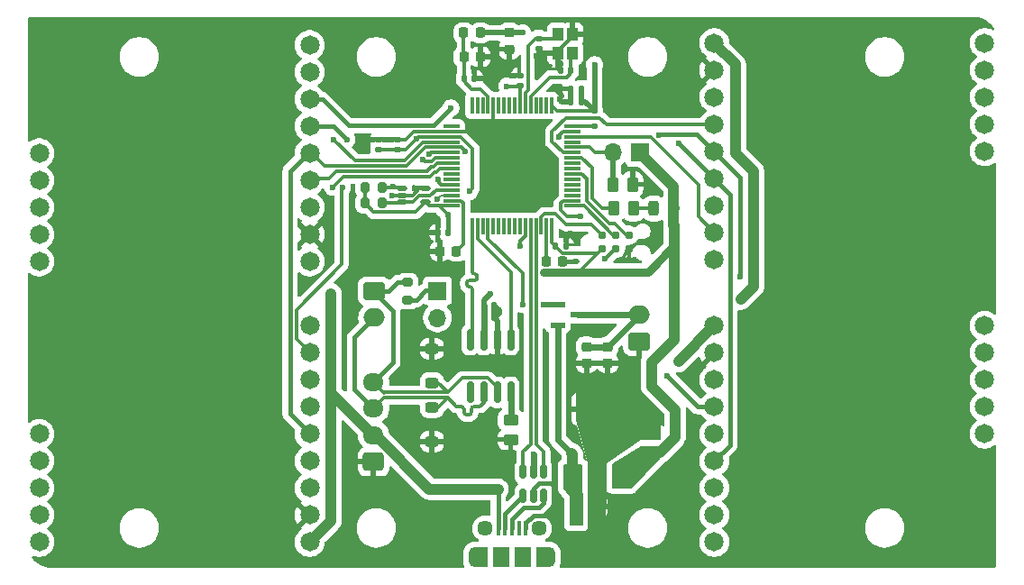
<source format=gtl>
G04 #@! TF.GenerationSoftware,KiCad,Pcbnew,9.0.0*
G04 #@! TF.CreationDate,2025-04-17T11:48:42-07:00*
G04 #@! TF.ProjectId,Telemetry_STM32_V3,54656c65-6d65-4747-9279-5f53544d3332,rev?*
G04 #@! TF.SameCoordinates,Original*
G04 #@! TF.FileFunction,Copper,L1,Top*
G04 #@! TF.FilePolarity,Positive*
%FSLAX46Y46*%
G04 Gerber Fmt 4.6, Leading zero omitted, Abs format (unit mm)*
G04 Created by KiCad (PCBNEW 9.0.0) date 2025-04-17 11:48:42*
%MOMM*%
%LPD*%
G01*
G04 APERTURE LIST*
G04 Aperture macros list*
%AMRoundRect*
0 Rectangle with rounded corners*
0 $1 Rounding radius*
0 $2 $3 $4 $5 $6 $7 $8 $9 X,Y pos of 4 corners*
0 Add a 4 corners polygon primitive as box body*
4,1,4,$2,$3,$4,$5,$6,$7,$8,$9,$2,$3,0*
0 Add four circle primitives for the rounded corners*
1,1,$1+$1,$2,$3*
1,1,$1+$1,$4,$5*
1,1,$1+$1,$6,$7*
1,1,$1+$1,$8,$9*
0 Add four rect primitives between the rounded corners*
20,1,$1+$1,$2,$3,$4,$5,0*
20,1,$1+$1,$4,$5,$6,$7,0*
20,1,$1+$1,$6,$7,$8,$9,0*
20,1,$1+$1,$8,$9,$2,$3,0*%
G04 Aperture macros list end*
G04 #@! TA.AperFunction,SMDPad,CuDef*
%ADD10RoundRect,0.250000X0.262500X0.450000X-0.262500X0.450000X-0.262500X-0.450000X0.262500X-0.450000X0*%
G04 #@! TD*
G04 #@! TA.AperFunction,SMDPad,CuDef*
%ADD11RoundRect,0.250000X-0.250000X-0.475000X0.250000X-0.475000X0.250000X0.475000X-0.250000X0.475000X0*%
G04 #@! TD*
G04 #@! TA.AperFunction,ComponentPad*
%ADD12RoundRect,0.250000X0.750000X-0.600000X0.750000X0.600000X-0.750000X0.600000X-0.750000X-0.600000X0*%
G04 #@! TD*
G04 #@! TA.AperFunction,ComponentPad*
%ADD13O,2.000000X1.700000*%
G04 #@! TD*
G04 #@! TA.AperFunction,SMDPad,CuDef*
%ADD14RoundRect,0.112500X-0.362500X-0.112500X0.362500X-0.112500X0.362500X0.112500X-0.362500X0.112500X0*%
G04 #@! TD*
G04 #@! TA.AperFunction,SMDPad,CuDef*
%ADD15RoundRect,0.140000X0.140000X0.170000X-0.140000X0.170000X-0.140000X-0.170000X0.140000X-0.170000X0*%
G04 #@! TD*
G04 #@! TA.AperFunction,ComponentPad*
%ADD16C,1.810000*%
G04 #@! TD*
G04 #@! TA.AperFunction,SMDPad,CuDef*
%ADD17R,1.500000X2.000000*%
G04 #@! TD*
G04 #@! TA.AperFunction,SMDPad,CuDef*
%ADD18R,3.800000X2.000000*%
G04 #@! TD*
G04 #@! TA.AperFunction,SMDPad,CuDef*
%ADD19RoundRect,0.250000X-0.450000X0.262500X-0.450000X-0.262500X0.450000X-0.262500X0.450000X0.262500X0*%
G04 #@! TD*
G04 #@! TA.AperFunction,ComponentPad*
%ADD20R,1.700000X1.700000*%
G04 #@! TD*
G04 #@! TA.AperFunction,ComponentPad*
%ADD21O,1.700000X1.700000*%
G04 #@! TD*
G04 #@! TA.AperFunction,SMDPad,CuDef*
%ADD22RoundRect,0.075000X-0.075000X0.700000X-0.075000X-0.700000X0.075000X-0.700000X0.075000X0.700000X0*%
G04 #@! TD*
G04 #@! TA.AperFunction,SMDPad,CuDef*
%ADD23RoundRect,0.075000X-0.700000X0.075000X-0.700000X-0.075000X0.700000X-0.075000X0.700000X0.075000X0*%
G04 #@! TD*
G04 #@! TA.AperFunction,SMDPad,CuDef*
%ADD24RoundRect,0.245000X0.380000X-0.245000X0.380000X0.245000X-0.380000X0.245000X-0.380000X-0.245000X0*%
G04 #@! TD*
G04 #@! TA.AperFunction,SMDPad,CuDef*
%ADD25RoundRect,0.200000X-0.275000X0.200000X-0.275000X-0.200000X0.275000X-0.200000X0.275000X0.200000X0*%
G04 #@! TD*
G04 #@! TA.AperFunction,SMDPad,CuDef*
%ADD26RoundRect,0.150000X0.150000X-0.512500X0.150000X0.512500X-0.150000X0.512500X-0.150000X-0.512500X0*%
G04 #@! TD*
G04 #@! TA.AperFunction,SMDPad,CuDef*
%ADD27RoundRect,0.140000X-0.170000X0.140000X-0.170000X-0.140000X0.170000X-0.140000X0.170000X0.140000X0*%
G04 #@! TD*
G04 #@! TA.AperFunction,SMDPad,CuDef*
%ADD28RoundRect,0.140000X-0.140000X-0.170000X0.140000X-0.170000X0.140000X0.170000X-0.140000X0.170000X0*%
G04 #@! TD*
G04 #@! TA.AperFunction,SMDPad,CuDef*
%ADD29RoundRect,0.139700X-0.571500X0.139700X-0.571500X-0.139700X0.571500X-0.139700X0.571500X0.139700X0*%
G04 #@! TD*
G04 #@! TA.AperFunction,SMDPad,CuDef*
%ADD30R,0.400000X1.350000*%
G04 #@! TD*
G04 #@! TA.AperFunction,ComponentPad*
%ADD31O,1.200000X1.900000*%
G04 #@! TD*
G04 #@! TA.AperFunction,SMDPad,CuDef*
%ADD32R,1.200000X1.900000*%
G04 #@! TD*
G04 #@! TA.AperFunction,ComponentPad*
%ADD33C,1.450000*%
G04 #@! TD*
G04 #@! TA.AperFunction,SMDPad,CuDef*
%ADD34R,1.500000X1.900000*%
G04 #@! TD*
G04 #@! TA.AperFunction,SMDPad,CuDef*
%ADD35RoundRect,0.245000X-0.380000X0.245000X-0.380000X-0.245000X0.380000X-0.245000X0.380000X0.245000X0*%
G04 #@! TD*
G04 #@! TA.AperFunction,SMDPad,CuDef*
%ADD36RoundRect,0.200000X0.200000X0.275000X-0.200000X0.275000X-0.200000X-0.275000X0.200000X-0.275000X0*%
G04 #@! TD*
G04 #@! TA.AperFunction,SMDPad,CuDef*
%ADD37R,1.000000X1.150000*%
G04 #@! TD*
G04 #@! TA.AperFunction,ComponentPad*
%ADD38RoundRect,0.250000X-0.750000X0.600000X-0.750000X-0.600000X0.750000X-0.600000X0.750000X0.600000X0*%
G04 #@! TD*
G04 #@! TA.AperFunction,ConnectorPad*
%ADD39C,0.787400*%
G04 #@! TD*
G04 #@! TA.AperFunction,SMDPad,CuDef*
%ADD40RoundRect,0.150000X-0.150000X0.825000X-0.150000X-0.825000X0.150000X-0.825000X0.150000X0.825000X0*%
G04 #@! TD*
G04 #@! TA.AperFunction,SMDPad,CuDef*
%ADD41RoundRect,0.243750X0.243750X0.456250X-0.243750X0.456250X-0.243750X-0.456250X0.243750X-0.456250X0*%
G04 #@! TD*
G04 #@! TA.AperFunction,SMDPad,CuDef*
%ADD42RoundRect,0.225000X0.250000X-0.225000X0.250000X0.225000X-0.250000X0.225000X-0.250000X-0.225000X0*%
G04 #@! TD*
G04 #@! TA.AperFunction,SMDPad,CuDef*
%ADD43RoundRect,0.218750X-0.218750X-0.256250X0.218750X-0.256250X0.218750X0.256250X-0.218750X0.256250X0*%
G04 #@! TD*
G04 #@! TA.AperFunction,SMDPad,CuDef*
%ADD44RoundRect,0.225000X0.225000X0.250000X-0.225000X0.250000X-0.225000X-0.250000X0.225000X-0.250000X0*%
G04 #@! TD*
G04 #@! TA.AperFunction,SMDPad,CuDef*
%ADD45RoundRect,0.225000X-0.250000X0.225000X-0.250000X-0.225000X0.250000X-0.225000X0.250000X0.225000X0*%
G04 #@! TD*
G04 #@! TA.AperFunction,ComponentPad*
%ADD46RoundRect,0.250000X0.725000X-0.600000X0.725000X0.600000X-0.725000X0.600000X-0.725000X-0.600000X0*%
G04 #@! TD*
G04 #@! TA.AperFunction,ComponentPad*
%ADD47O,1.950000X1.700000*%
G04 #@! TD*
G04 #@! TA.AperFunction,SMDPad,CuDef*
%ADD48RoundRect,0.250000X0.475000X-0.250000X0.475000X0.250000X-0.475000X0.250000X-0.475000X-0.250000X0*%
G04 #@! TD*
G04 #@! TA.AperFunction,ViaPad*
%ADD49C,0.700000*%
G04 #@! TD*
G04 #@! TA.AperFunction,ViaPad*
%ADD50C,0.600000*%
G04 #@! TD*
G04 #@! TA.AperFunction,Conductor*
%ADD51C,0.600000*%
G04 #@! TD*
G04 #@! TA.AperFunction,Conductor*
%ADD52C,0.300000*%
G04 #@! TD*
G04 #@! TA.AperFunction,Conductor*
%ADD53C,0.200000*%
G04 #@! TD*
G04 #@! TA.AperFunction,Conductor*
%ADD54C,0.500000*%
G04 #@! TD*
G04 #@! TA.AperFunction,Conductor*
%ADD55C,0.400000*%
G04 #@! TD*
G04 #@! TA.AperFunction,Conductor*
%ADD56C,1.000000*%
G04 #@! TD*
G04 #@! TA.AperFunction,Conductor*
%ADD57C,0.750000*%
G04 #@! TD*
G04 #@! TA.AperFunction,Conductor*
%ADD58C,0.330000*%
G04 #@! TD*
G04 APERTURE END LIST*
D10*
X161312500Y-101725000D03*
X159487500Y-101725000D03*
D11*
X156050000Y-132000000D03*
X157950000Y-132000000D03*
D12*
X161950000Y-116500000D03*
D13*
X161950000Y-114000000D03*
D14*
X139650000Y-102100000D03*
X139650000Y-102750000D03*
X139650000Y-103400000D03*
X141850000Y-103400000D03*
X141850000Y-102100000D03*
D15*
X155500000Y-91000000D03*
X154540000Y-91000000D03*
D16*
X131000000Y-108960000D03*
X131000000Y-106420000D03*
X131000000Y-103880000D03*
X131000000Y-101340000D03*
X131000000Y-98800000D03*
X131000000Y-96260000D03*
X131000000Y-93720000D03*
X131000000Y-91180000D03*
X131000000Y-88640000D03*
X105600000Y-108960000D03*
X105600000Y-106420000D03*
X105600000Y-103880000D03*
X105600000Y-101340000D03*
X105600000Y-98800000D03*
D17*
X155700000Y-129150000D03*
X158000000Y-129150000D03*
D18*
X158000000Y-122850000D03*
D17*
X160300000Y-129150000D03*
D19*
X149875000Y-123862500D03*
X149875000Y-125687500D03*
D20*
X143000000Y-111725000D03*
D21*
X143000000Y-114265000D03*
D22*
X153750000Y-94325000D03*
X153250000Y-94325000D03*
X152750000Y-94325000D03*
X152250000Y-94325000D03*
X151750000Y-94325000D03*
X151250000Y-94325000D03*
X150750000Y-94325000D03*
X150250000Y-94325000D03*
X149750000Y-94325000D03*
X149250000Y-94325000D03*
X148750000Y-94325000D03*
X148250000Y-94325000D03*
X147750000Y-94325000D03*
X147250000Y-94325000D03*
X146750000Y-94325000D03*
X146250000Y-94325000D03*
D23*
X144325000Y-96250000D03*
X144325000Y-96750000D03*
X144325000Y-97250000D03*
X144325000Y-97750000D03*
X144325000Y-98250000D03*
X144325000Y-98750000D03*
X144325000Y-99250000D03*
X144325000Y-99750000D03*
X144325000Y-100250000D03*
X144325000Y-100750000D03*
X144325000Y-101250000D03*
X144325000Y-101750000D03*
X144325000Y-102250000D03*
X144325000Y-102750000D03*
X144325000Y-103250000D03*
X144325000Y-103750000D03*
D22*
X146250000Y-105675000D03*
X146750000Y-105675000D03*
X147250000Y-105675000D03*
X147750000Y-105675000D03*
X148250000Y-105675000D03*
X148750000Y-105675000D03*
X149250000Y-105675000D03*
X149750000Y-105675000D03*
X150250000Y-105675000D03*
X150750000Y-105675000D03*
X151250000Y-105675000D03*
X151750000Y-105675000D03*
X152250000Y-105675000D03*
X152750000Y-105675000D03*
X153250000Y-105675000D03*
X153750000Y-105675000D03*
D23*
X155675000Y-103750000D03*
X155675000Y-103250000D03*
X155675000Y-102750000D03*
X155675000Y-102250000D03*
X155675000Y-101750000D03*
X155675000Y-101250000D03*
X155675000Y-100750000D03*
X155675000Y-100250000D03*
X155675000Y-99750000D03*
X155675000Y-99250000D03*
X155675000Y-98750000D03*
X155675000Y-98250000D03*
X155675000Y-97750000D03*
X155675000Y-97250000D03*
X155675000Y-96750000D03*
X155675000Y-96250000D03*
D24*
X142475000Y-125885000D03*
X142475000Y-122665000D03*
D25*
X140200000Y-110925000D03*
X140200000Y-112575000D03*
D26*
X151050000Y-131000000D03*
X152000000Y-131000000D03*
X152950000Y-131000000D03*
X152950000Y-128725000D03*
X152000000Y-128725000D03*
X151050000Y-128725000D03*
D27*
X139250000Y-97520000D03*
X139250000Y-98480000D03*
X137500000Y-97520000D03*
X137500000Y-98480000D03*
X152500000Y-88020000D03*
X152500000Y-88980000D03*
D15*
X146480000Y-91750000D03*
X145520000Y-91750000D03*
D28*
X143020000Y-106250000D03*
X143980000Y-106250000D03*
X155520000Y-94000000D03*
X156480000Y-94000000D03*
D16*
X169000000Y-115000000D03*
X169000000Y-117540000D03*
X169000000Y-120080000D03*
X169000000Y-122620000D03*
X169000000Y-125160000D03*
X169000000Y-127700000D03*
X169000000Y-130240000D03*
X169000000Y-132780000D03*
X169000000Y-135320000D03*
X194400000Y-115000000D03*
X194400000Y-117540000D03*
X194400000Y-120080000D03*
X194400000Y-122620000D03*
X194400000Y-125160000D03*
D15*
X148330000Y-114237500D03*
X147370000Y-114237500D03*
X148330000Y-113087500D03*
X147370000Y-113087500D03*
D10*
X161412500Y-104000000D03*
X159587500Y-104000000D03*
D29*
X154310200Y-113049999D03*
X154310200Y-114950001D03*
X156189800Y-114000000D03*
D15*
X155055000Y-107500000D03*
X154095000Y-107500000D03*
D16*
X169000000Y-88460000D03*
X169000000Y-91000000D03*
X169000000Y-93540000D03*
X169000000Y-96080000D03*
X169000000Y-98620000D03*
X169000000Y-101160000D03*
X169000000Y-103700000D03*
X169000000Y-106240000D03*
X169000000Y-108780000D03*
X194400000Y-88460000D03*
X194400000Y-91000000D03*
X194400000Y-93540000D03*
X194400000Y-96080000D03*
X194400000Y-98620000D03*
D28*
X155540000Y-92750000D03*
X156500000Y-92750000D03*
D30*
X148700000Y-134050000D03*
X149350000Y-134050000D03*
X150000000Y-134050000D03*
X150650000Y-134050000D03*
X151300000Y-134050000D03*
D31*
X146500000Y-136750000D03*
D32*
X147100000Y-136750000D03*
D33*
X147500000Y-134050000D03*
D34*
X149000000Y-136750000D03*
X151000000Y-136750000D03*
D33*
X152500000Y-134050000D03*
D32*
X152900000Y-136750000D03*
D31*
X153500000Y-136750000D03*
D35*
X142475000Y-117165000D03*
X142475000Y-120385000D03*
D36*
X137825000Y-103500000D03*
X136175000Y-103500000D03*
D37*
X155700000Y-89375000D03*
X155700000Y-87625000D03*
X154300000Y-87625000D03*
X154300000Y-89375000D03*
D38*
X137050000Y-111750000D03*
D13*
X137050000Y-114250000D03*
D39*
X158460000Y-107770000D03*
X158460000Y-106500000D03*
X159730000Y-107770000D03*
X159730000Y-106500000D03*
X161000000Y-107770000D03*
X161000000Y-106500000D03*
D40*
X149880000Y-116300000D03*
X148610000Y-116300000D03*
X147340000Y-116300000D03*
X146070000Y-116300000D03*
X146070000Y-121250000D03*
X147340000Y-121250000D03*
X148610000Y-121250000D03*
X149880000Y-121250000D03*
D36*
X137825000Y-102000000D03*
X136175000Y-102000000D03*
D41*
X165187500Y-104000000D03*
X163312500Y-104000000D03*
D42*
X149750000Y-89025000D03*
X149750000Y-87475000D03*
D43*
X145462500Y-87500000D03*
X147037500Y-87500000D03*
D44*
X144775000Y-108000000D03*
X143225000Y-108000000D03*
D27*
X150750000Y-91520000D03*
X150750000Y-92480000D03*
D45*
X159000000Y-116975000D03*
X159000000Y-118525000D03*
D20*
X162025000Y-98750000D03*
D21*
X159485000Y-98750000D03*
D46*
X137000000Y-127787500D03*
D47*
X137000000Y-125287500D03*
X137000000Y-122787500D03*
X137000000Y-120287500D03*
D48*
X163000000Y-126950000D03*
X163000000Y-125050000D03*
D45*
X157000000Y-116975000D03*
X157000000Y-118525000D03*
D44*
X147025000Y-89750000D03*
X145475000Y-89750000D03*
X154775000Y-109000000D03*
X153225000Y-109000000D03*
D16*
X131000000Y-135320000D03*
X131000000Y-132780000D03*
X131000000Y-130240000D03*
X131000000Y-127700000D03*
X131000000Y-125160000D03*
X131000000Y-122620000D03*
X131000000Y-120080000D03*
X131000000Y-117540000D03*
X131000000Y-115000000D03*
X105600000Y-135320000D03*
X105600000Y-132780000D03*
X105600000Y-130240000D03*
X105600000Y-127700000D03*
X105600000Y-125160000D03*
D49*
X157500000Y-133400000D03*
D50*
X148250000Y-100000000D03*
D49*
X160768170Y-123400000D03*
D50*
X158500000Y-89250000D03*
X139000000Y-106750000D03*
X138750000Y-102750000D03*
X143500000Y-134750000D03*
X142500000Y-118750000D03*
X149000000Y-97250000D03*
X158500000Y-87750000D03*
X157750000Y-89250000D03*
X161000000Y-108800000D03*
X149000000Y-102500000D03*
D49*
X160768170Y-122200000D03*
X157668170Y-127400000D03*
D50*
X145250000Y-125500000D03*
X148250000Y-88750000D03*
X149000000Y-100000000D03*
X142250000Y-89750000D03*
X142250000Y-89000000D03*
X165250000Y-129000000D03*
X154500000Y-93000000D03*
X165250000Y-130500000D03*
X164500000Y-129000000D03*
X147500000Y-97250000D03*
X141750000Y-118750000D03*
X139750000Y-106000000D03*
X139750000Y-106750000D03*
X146000000Y-126250000D03*
X143250000Y-118750000D03*
X165250000Y-129750000D03*
X157750000Y-87750000D03*
X147500000Y-100000000D03*
X146750000Y-125500000D03*
D49*
X158400000Y-133400000D03*
D50*
X154400000Y-97250000D03*
D49*
X158768170Y-127400000D03*
X162668170Y-123800000D03*
D50*
X148250000Y-97250000D03*
X156000000Y-109000000D03*
X143000000Y-89750000D03*
X146750000Y-126250000D03*
X145250000Y-126250000D03*
X157750000Y-88500000D03*
D49*
X163500000Y-123800000D03*
D50*
X162750000Y-102200000D03*
X148250000Y-89500000D03*
X146000000Y-125500000D03*
X152250000Y-89700000D03*
X154500000Y-93750000D03*
X143000000Y-88250000D03*
X142750000Y-134000000D03*
D49*
X159568170Y-121100000D03*
D50*
X158500000Y-88500000D03*
X143500000Y-134000000D03*
X153000000Y-89700000D03*
X143000000Y-89000000D03*
X144250000Y-134000000D03*
X138250000Y-106000000D03*
X164500000Y-129750000D03*
X144250000Y-134750000D03*
X155475000Y-106350000D03*
X139000000Y-106000000D03*
X148250000Y-102500000D03*
D49*
X156768170Y-121100000D03*
D50*
X142750000Y-134750000D03*
X162750000Y-101400000D03*
X148800000Y-113800000D03*
X147500000Y-102500000D03*
X138250000Y-106750000D03*
X142250000Y-88250000D03*
X143000000Y-103100000D03*
X138803215Y-101951769D03*
X152000000Y-127062500D03*
X148700000Y-130362500D03*
X133000000Y-112000000D03*
X165625000Y-118375000D03*
X156050000Y-133400000D03*
X171500000Y-112500000D03*
X155600000Y-127000000D03*
X148000000Y-112000000D03*
X141040000Y-97440000D03*
X151000000Y-87500000D03*
X157750000Y-96250000D03*
X157750000Y-94850000D03*
X143980000Y-104600000D03*
X153000000Y-110000000D03*
X146000000Y-102400000D03*
X157750000Y-90475000D03*
X156412500Y-104737500D03*
X151000000Y-113000000D03*
X153000000Y-113000000D03*
X134500000Y-97500000D03*
X165637500Y-97862500D03*
X142233754Y-98899999D03*
X134048345Y-102046063D03*
X143030567Y-101229137D03*
X145600000Y-98600000D03*
X171425000Y-110400000D03*
X163779239Y-97110000D03*
X133250000Y-97500000D03*
X144275000Y-94550000D03*
X141616574Y-99409011D03*
X164525000Y-119675000D03*
X150775000Y-107550000D03*
X133150000Y-102000000D03*
X149500000Y-92500000D03*
X158750000Y-108750000D03*
D51*
X149880000Y-121250000D02*
X149880000Y-123857500D01*
D52*
X150405000Y-123870000D02*
X150400000Y-123875000D01*
X161412500Y-104000000D02*
X163312500Y-104000000D01*
X156553120Y-99250000D02*
X155675000Y-99250000D01*
X159587500Y-104000000D02*
X158425963Y-104000000D01*
X158425963Y-104000000D02*
X157500000Y-103074037D01*
X157500000Y-103074037D02*
X157500000Y-100196880D01*
X157500000Y-100196880D02*
X156553120Y-99250000D01*
D53*
X159587500Y-98852500D02*
X159485000Y-98750000D01*
D54*
X159487500Y-101725000D02*
X159487500Y-98752500D01*
X159487500Y-98752500D02*
X159485000Y-98750000D01*
D52*
X157275000Y-98250000D02*
X157775000Y-98750000D01*
X155675000Y-98250000D02*
X157275000Y-98250000D01*
X157775000Y-98750000D02*
X159485000Y-98750000D01*
X152500000Y-88980000D02*
X152500000Y-89500000D01*
X155700000Y-87800000D02*
X154300000Y-89200000D01*
X153375000Y-89375000D02*
X153000000Y-89750000D01*
D54*
X148800000Y-113557500D02*
X148330000Y-113087500D01*
D52*
X139650000Y-102750000D02*
X138750000Y-102750000D01*
D55*
X155475000Y-106350000D02*
X155055000Y-106770000D01*
D52*
X144325000Y-96750000D02*
X140806714Y-96750000D01*
D54*
X148610000Y-114517500D02*
X148330000Y-114237500D01*
D52*
X144325000Y-96750000D02*
X147000000Y-96750000D01*
D54*
X154300000Y-90760000D02*
X154540000Y-91000000D01*
X148330000Y-113087500D02*
X148330000Y-114237500D01*
D55*
X152537501Y-129800000D02*
X154100000Y-129800000D01*
D52*
X152625000Y-89375000D02*
X152250000Y-89750000D01*
X141307874Y-102100000D02*
X141850000Y-102100000D01*
D55*
X151300000Y-134050000D02*
X151300000Y-133500000D01*
X152000000Y-130337501D02*
X152537501Y-129800000D01*
D52*
X148250000Y-94325000D02*
X148250000Y-97250000D01*
X140806714Y-96750000D02*
X140036714Y-97520000D01*
X154300000Y-89375000D02*
X153375000Y-89375000D01*
D55*
X152000000Y-131000000D02*
X152000000Y-130337501D01*
D52*
X154796880Y-96750000D02*
X154400000Y-97146880D01*
D55*
X155055000Y-106770000D02*
X155055000Y-107500000D01*
D52*
X161000000Y-108800000D02*
X161000000Y-107770000D01*
X140036714Y-97520000D02*
X137500000Y-97520000D01*
D55*
X151300000Y-133500000D02*
X152000000Y-132800000D01*
D52*
X154300000Y-89200000D02*
X154300000Y-89375000D01*
D54*
X148610000Y-116300000D02*
X148610000Y-114517500D01*
D52*
X155675000Y-96750000D02*
X154796880Y-96750000D01*
D54*
X148800000Y-113800000D02*
X148362500Y-114237500D01*
D52*
X152500000Y-88980000D02*
X152500000Y-89250000D01*
D55*
X154100000Y-129800000D02*
X154000000Y-129900000D01*
D52*
X139650000Y-102750000D02*
X140657874Y-102750000D01*
D55*
X154000000Y-129900000D02*
X153900000Y-129900000D01*
X154775000Y-109000000D02*
X156000000Y-109000000D01*
X152000000Y-132800000D02*
X153800000Y-132800000D01*
D52*
X155700000Y-87625000D02*
X155700000Y-87800000D01*
D54*
X154300000Y-89375000D02*
X152625000Y-89375000D01*
X148362500Y-114237500D02*
X148330000Y-114237500D01*
D52*
X154400000Y-97146880D02*
X154400000Y-97250000D01*
X152500000Y-89250000D02*
X153000000Y-89750000D01*
D54*
X148800000Y-113800000D02*
X148800000Y-113557500D01*
D52*
X152500000Y-89500000D02*
X152250000Y-89750000D01*
X147000000Y-96750000D02*
X147500000Y-97250000D01*
D54*
X154300000Y-89375000D02*
X154300000Y-90760000D01*
D52*
X140657874Y-102750000D02*
X141307874Y-102100000D01*
D53*
X144325000Y-102750000D02*
X143350000Y-102750000D01*
D52*
X137825000Y-102000000D02*
X139550000Y-102000000D01*
D53*
X143350000Y-102750000D02*
X143000000Y-103100000D01*
D52*
X139550000Y-102000000D02*
X139650000Y-102100000D01*
X141292394Y-102824000D02*
X142276000Y-102824000D01*
X137825000Y-103500000D02*
X139550000Y-103500000D01*
X142850000Y-102250000D02*
X144325000Y-102250000D01*
X140716394Y-103400000D02*
X141292394Y-102824000D01*
X142276000Y-102824000D02*
X142850000Y-102250000D01*
X139650000Y-103400000D02*
X140716394Y-103400000D01*
X139550000Y-103500000D02*
X139650000Y-103400000D01*
D55*
X140200000Y-112575000D02*
X141000000Y-112575000D01*
X141000000Y-112575000D02*
X141875000Y-111700000D01*
X141875000Y-111700000D02*
X142975000Y-111700000D01*
X142975000Y-111700000D02*
X143000000Y-111725000D01*
X152500000Y-132100000D02*
X152950000Y-131650000D01*
X151075000Y-132100000D02*
X152500000Y-132100000D01*
X152950000Y-131650000D02*
X152950000Y-131000000D01*
X150000000Y-134050000D02*
X150000000Y-133175000D01*
X150000000Y-133175000D02*
X151075000Y-132100000D01*
D51*
X154310200Y-125710200D02*
X154310200Y-114950001D01*
D56*
X133000000Y-112000000D02*
X133000000Y-121287500D01*
X170975000Y-90435000D02*
X169000000Y-88460000D01*
X133000000Y-121287500D02*
X133000000Y-133320000D01*
X137175430Y-125287500D02*
X137000000Y-125287500D01*
X165625000Y-118375000D02*
X169000000Y-115000000D01*
X155700000Y-127100000D02*
X155600000Y-127000000D01*
X133000000Y-133320000D02*
X131000000Y-135320000D01*
X171500000Y-112500000D02*
X172700000Y-111300000D01*
X172700000Y-100500000D02*
X170975000Y-98775000D01*
X133000000Y-121287500D02*
X137000000Y-125287500D01*
D55*
X148700000Y-134050000D02*
X148700000Y-130362500D01*
D51*
X155600000Y-127000000D02*
X154310200Y-125710200D01*
D56*
X155700000Y-129150000D02*
X155700000Y-127100000D01*
X148700000Y-130362500D02*
X142250430Y-130362500D01*
X170975000Y-98775000D02*
X170975000Y-90435000D01*
D51*
X152000000Y-128725000D02*
X152000000Y-127062500D01*
D56*
X142250430Y-130362500D02*
X137175430Y-125287500D01*
X172700000Y-111300000D02*
X172700000Y-100500000D01*
D55*
X149350000Y-134050000D02*
X149350000Y-132700000D01*
X149350000Y-132700000D02*
X151050000Y-131000000D01*
D52*
X151050000Y-128725000D02*
X151050000Y-126812500D01*
X151050000Y-126812500D02*
X151750000Y-126112500D01*
X151750000Y-105675000D02*
X151750000Y-126112500D01*
X152950000Y-128725000D02*
X152950000Y-126812500D01*
X152250000Y-126112500D02*
X152250000Y-105675000D01*
X152950000Y-126812500D02*
X152250000Y-126112500D01*
X139250000Y-98480000D02*
X140000000Y-98480000D01*
D57*
X156230000Y-110000000D02*
X153000000Y-110000000D01*
X165187500Y-107562500D02*
X162750000Y-110000000D01*
D52*
X154275000Y-94850000D02*
X157750000Y-94850000D01*
D56*
X165250000Y-103937500D02*
X165187500Y-104000000D01*
D52*
X137000000Y-104325000D02*
X136175000Y-103500000D01*
D57*
X165187500Y-105600000D02*
X165187500Y-107562500D01*
D56*
X163850000Y-126950000D02*
X163000000Y-126950000D01*
D52*
X140000000Y-98480000D02*
X141040000Y-97440000D01*
X146300000Y-102100000D02*
X146300000Y-98346880D01*
D56*
X165325000Y-125475000D02*
X163850000Y-126950000D01*
D55*
X143980000Y-104480000D02*
X143980000Y-106250000D01*
D54*
X157750000Y-94850000D02*
X156900000Y-94000000D01*
D52*
X143130000Y-103750000D02*
X144325000Y-103750000D01*
X146300000Y-98346880D02*
X145203120Y-97250000D01*
D54*
X149775000Y-87500000D02*
X149750000Y-87475000D01*
D52*
X140925000Y-104325000D02*
X137000000Y-104325000D01*
D54*
X147370000Y-112630000D02*
X148000000Y-112000000D01*
D52*
X139250000Y-98480000D02*
X137500000Y-98480000D01*
X146000000Y-102400000D02*
X146300000Y-102100000D01*
X147340000Y-113117500D02*
X147370000Y-113087500D01*
D54*
X156480000Y-94000000D02*
X156480000Y-92770000D01*
D52*
X154711853Y-108163699D02*
X153750000Y-107201846D01*
X141230000Y-97250000D02*
X144325000Y-97250000D01*
X158460000Y-107770000D02*
X156230000Y-110000000D01*
D56*
X162025000Y-98775000D02*
X162025000Y-98750000D01*
X165200000Y-116325000D02*
X163100000Y-118425000D01*
D54*
X157750000Y-94850000D02*
X157750000Y-90475000D01*
D52*
X153750000Y-107201846D02*
X153750000Y-105675000D01*
X158460000Y-107770000D02*
X158066301Y-108163699D01*
D56*
X165325000Y-122925000D02*
X165325000Y-125475000D01*
D57*
X162750000Y-110000000D02*
X156230000Y-110000000D01*
D52*
X143980000Y-104600000D02*
X143130000Y-103750000D01*
D56*
X165187500Y-101937500D02*
X162025000Y-98775000D01*
X165187500Y-104000000D02*
X165187500Y-101937500D01*
D52*
X142200000Y-103750000D02*
X143130000Y-103750000D01*
D56*
X163100000Y-118425000D02*
X163100000Y-120700000D01*
X165187500Y-105600000D02*
X165200000Y-105612500D01*
D52*
X141850000Y-103400000D02*
X140925000Y-104325000D01*
D54*
X147037500Y-87500000D02*
X149725000Y-87500000D01*
D52*
X153750000Y-94325000D02*
X154275000Y-94850000D01*
D54*
X156900000Y-94000000D02*
X156480000Y-94000000D01*
X147370000Y-113087500D02*
X147370000Y-112630000D01*
D52*
X155675000Y-96250000D02*
X157750000Y-96250000D01*
X143980000Y-104600000D02*
X143980000Y-104480000D01*
X158066301Y-108163699D02*
X154711853Y-108163699D01*
D54*
X151000000Y-87500000D02*
X149775000Y-87500000D01*
X149725000Y-87500000D02*
X149750000Y-87475000D01*
D56*
X165200000Y-105612500D02*
X165200000Y-116325000D01*
D52*
X156480000Y-92770000D02*
X156500000Y-92750000D01*
D58*
X136175000Y-102000000D02*
X136175000Y-103500000D01*
D52*
X145203120Y-97250000D02*
X144325000Y-97250000D01*
D56*
X165187500Y-105600000D02*
X165187500Y-104000000D01*
D52*
X141040000Y-97440000D02*
X141230000Y-97250000D01*
X141850000Y-103400000D02*
X142200000Y-103750000D01*
D56*
X163100000Y-120700000D02*
X165325000Y-122925000D01*
D51*
X147340000Y-116300000D02*
X147340000Y-113117500D01*
D52*
X146490000Y-110741799D02*
X146010000Y-110741799D01*
X146250000Y-111581799D02*
X146250000Y-111701799D01*
X146250000Y-105675000D02*
X146250000Y-109901799D01*
X146500000Y-110741799D02*
X146490000Y-110741799D01*
X146000000Y-111341799D02*
X146010000Y-111341799D01*
X146490000Y-110141799D02*
X146500000Y-110141799D01*
X146250000Y-111942888D02*
X146250000Y-116120000D01*
X146010000Y-110741799D02*
X146000000Y-110741799D01*
X146740000Y-110381799D02*
X146740000Y-110501799D01*
X146250000Y-111701799D02*
X146250000Y-111942888D01*
X146250000Y-116120000D02*
X146070000Y-116300000D01*
X145760000Y-110981799D02*
X145760000Y-111101799D01*
X146500000Y-110141799D02*
G75*
G02*
X146740001Y-110381799I0J-240001D01*
G01*
X146250000Y-109901799D02*
G75*
G03*
X146490000Y-110141800I240000J-1D01*
G01*
X146740000Y-110501799D02*
G75*
G02*
X146500000Y-110741800I-240000J-1D01*
G01*
X146000000Y-110741799D02*
G75*
G03*
X145759999Y-110981799I0J-240001D01*
G01*
X146010000Y-111341799D02*
G75*
G02*
X146250001Y-111581799I0J-240001D01*
G01*
X145760000Y-111101799D02*
G75*
G03*
X146000000Y-111341800I240000J-1D01*
G01*
X149880000Y-116300000D02*
X149880000Y-109980000D01*
X149880000Y-109980000D02*
X146750000Y-106850000D01*
X146750000Y-106850000D02*
X146750000Y-105675000D01*
X154796880Y-103250000D02*
X155675000Y-103250000D01*
X154550000Y-103496880D02*
X154796880Y-103250000D01*
X154550000Y-104125000D02*
X154550000Y-103496880D01*
X155162500Y-104737500D02*
X154550000Y-104125000D01*
X156412500Y-104737500D02*
X155162500Y-104737500D01*
X151000000Y-110100000D02*
X151000000Y-113000000D01*
X147750000Y-106850000D02*
X151000000Y-110100000D01*
D54*
X153000000Y-113000000D02*
X154260201Y-113000000D01*
X154260201Y-113000000D02*
X154310200Y-113049999D01*
D52*
X147750000Y-105675000D02*
X147750000Y-106850000D01*
X147053120Y-92750000D02*
X147750000Y-93446880D01*
X145462500Y-89737500D02*
X145475000Y-89750000D01*
X145475000Y-91705000D02*
X145520000Y-91750000D01*
X145462500Y-87500000D02*
X145462500Y-89737500D01*
X145520000Y-92059999D02*
X146210001Y-92750000D01*
X146210001Y-92750000D02*
X147053120Y-92750000D01*
X145520000Y-91750000D02*
X145520000Y-92059999D01*
X145475000Y-87512500D02*
X145462500Y-87500000D01*
X145520000Y-89795000D02*
X145475000Y-89750000D01*
X147750000Y-93446880D02*
X147750000Y-94325000D01*
X145475000Y-89750000D02*
X145475000Y-91705000D01*
X142233754Y-98899999D02*
X142383753Y-98750000D01*
X142383753Y-98750000D02*
X144325000Y-98750000D01*
D55*
X131180000Y-96260000D02*
X131000000Y-96080000D01*
X170500000Y-126200000D02*
X169000000Y-127700000D01*
X134500000Y-97500000D02*
X133260000Y-96260000D01*
X170500000Y-102725000D02*
X170500000Y-126200000D01*
X133260000Y-96260000D02*
X131180000Y-96260000D01*
X165637500Y-97862500D02*
X170500000Y-102725000D01*
D52*
X134000000Y-102094408D02*
X134048345Y-102046063D01*
X134000000Y-109250000D02*
X129745000Y-113505000D01*
X143030567Y-101441269D02*
X143339298Y-101750000D01*
X129745000Y-116285000D02*
X131000000Y-117540000D01*
X143339298Y-101750000D02*
X144325000Y-101750000D01*
X134000000Y-109250000D02*
X134000000Y-102094408D01*
X143030567Y-101229137D02*
X143030567Y-101441269D01*
X129745000Y-113505000D02*
X129745000Y-116285000D01*
X168665000Y-96125000D02*
X169000000Y-96460000D01*
X155046880Y-95500000D02*
X158250000Y-95500000D01*
X158875000Y-96125000D02*
X168665000Y-96125000D01*
X155675000Y-98750000D02*
X154796880Y-98750000D01*
X154796880Y-98750000D02*
X153750000Y-97703120D01*
X153750000Y-96796880D02*
X155046880Y-95500000D01*
X158250000Y-95500000D02*
X158875000Y-96125000D01*
X153750000Y-97703120D02*
X153750000Y-96796880D01*
X133500000Y-100500000D02*
X142000000Y-100500000D01*
X132840000Y-101160000D02*
X133500000Y-100500000D01*
X131000000Y-101160000D02*
X132840000Y-101160000D01*
X142000000Y-100500000D02*
X142400000Y-100100000D01*
X142400000Y-100100000D02*
X142660098Y-100100000D01*
X142660098Y-100100000D02*
X143010098Y-99750000D01*
X143010098Y-99750000D02*
X144325000Y-99750000D01*
D55*
X167350000Y-97000000D02*
X171425000Y-101075000D01*
X163889239Y-97000000D02*
X167350000Y-97000000D01*
X129150000Y-100470000D02*
X129150000Y-123310000D01*
D52*
X132380000Y-100000000D02*
X131000000Y-98620000D01*
D55*
X163779239Y-97110000D02*
X163889239Y-97000000D01*
D52*
X140106346Y-100000000D02*
X132380000Y-100000000D01*
D55*
X131000000Y-98620000D02*
X129150000Y-100470000D01*
D52*
X145250000Y-98250000D02*
X145600000Y-98600000D01*
X144325000Y-98250000D02*
X141856346Y-98250000D01*
D55*
X171425000Y-101075000D02*
X171425000Y-110400000D01*
D52*
X141856346Y-98250000D02*
X140106346Y-100000000D01*
D55*
X129150000Y-123310000D02*
X131000000Y-125160000D01*
D52*
X144325000Y-98250000D02*
X145250000Y-98250000D01*
X153250000Y-108975000D02*
X153250000Y-105675000D01*
X153225000Y-109000000D02*
X153250000Y-108975000D01*
X151500000Y-88710001D02*
X152190001Y-88020000D01*
X152500000Y-88020000D02*
X153905000Y-88020000D01*
X152190001Y-88020000D02*
X152500000Y-88020000D01*
X151500000Y-92875000D02*
X151500000Y-88710001D01*
X153905000Y-88020000D02*
X154300000Y-87625000D01*
X151250000Y-93125000D02*
X151500000Y-92875000D01*
X151250000Y-94325000D02*
X151250000Y-93125000D01*
X163000000Y-97250000D02*
X167500000Y-101750000D01*
X155675000Y-97250000D02*
X163000000Y-97250000D01*
X167500000Y-101750000D02*
X167500000Y-104750000D01*
X168990000Y-106240000D02*
X169000000Y-106240000D01*
X167500000Y-104750000D02*
X168990000Y-106240000D01*
X169000000Y-106240000D02*
X169000000Y-106620000D01*
X155500000Y-89575000D02*
X155500000Y-91000000D01*
X155500000Y-91309999D02*
X155500000Y-91000000D01*
X151750000Y-94325000D02*
X151750000Y-93446880D01*
X151750000Y-93446880D02*
X153536880Y-91660000D01*
X155149999Y-91660000D02*
X155500000Y-91309999D01*
X155700000Y-89375000D02*
X155500000Y-89575000D01*
X153536880Y-91660000D02*
X155149999Y-91660000D01*
X139899239Y-99500000D02*
X141649239Y-97750000D01*
X135250000Y-99500000D02*
X139899239Y-99500000D01*
X141649239Y-97750000D02*
X144325000Y-97750000D01*
X133250000Y-97500000D02*
X135250000Y-99500000D01*
D55*
X131180000Y-93720000D02*
X131000000Y-93540000D01*
X134675000Y-96200000D02*
X132195000Y-93720000D01*
X132195000Y-93720000D02*
X131180000Y-93720000D01*
D52*
X142452993Y-99599999D02*
X142802992Y-99250000D01*
X142802992Y-99250000D02*
X144325000Y-99250000D01*
X141616574Y-99409011D02*
X141807562Y-99599999D01*
D55*
X142625000Y-96200000D02*
X134675000Y-96200000D01*
D52*
X141807562Y-99599999D02*
X142452993Y-99599999D01*
D55*
X144275000Y-94550000D02*
X142625000Y-96200000D01*
X167470000Y-122620000D02*
X169000000Y-122620000D01*
D52*
X150775000Y-107550000D02*
X150775000Y-107028120D01*
X151250000Y-106553120D02*
X151250000Y-105675000D01*
D55*
X164525000Y-119675000D02*
X167470000Y-122620000D01*
D52*
X150775000Y-107028120D02*
X151250000Y-106553120D01*
X154092894Y-104500000D02*
X153046880Y-104500000D01*
X153046880Y-104500000D02*
X152750000Y-104796880D01*
X152750000Y-104796880D02*
X152750000Y-105675000D01*
X155092894Y-105500000D02*
X154092894Y-104500000D01*
X157460000Y-105500000D02*
X155092894Y-105500000D01*
X158460000Y-106500000D02*
X157460000Y-105500000D01*
X145450000Y-107325000D02*
X145450000Y-103496880D01*
X145203120Y-103250000D02*
X144325000Y-103250000D01*
X145450000Y-103496880D02*
X145203120Y-103250000D01*
X144775000Y-108000000D02*
X145450000Y-107325000D01*
X134150000Y-101000000D02*
X142300000Y-101000000D01*
X142300000Y-101000000D02*
X142700000Y-100600000D01*
X143217204Y-100250000D02*
X144325000Y-100250000D01*
X142867204Y-100600000D02*
X143217204Y-100250000D01*
X142700000Y-100600000D02*
X142867204Y-100600000D01*
X133150000Y-102000000D02*
X134150000Y-101000000D01*
X156553120Y-100750000D02*
X155675000Y-100750000D01*
X157000000Y-101196880D02*
X156553120Y-100750000D01*
X159118857Y-105400000D02*
X157000000Y-103281143D01*
X159681751Y-105400000D02*
X159118857Y-105400000D01*
X161000000Y-106500000D02*
X160781751Y-106500000D01*
X160781751Y-106500000D02*
X159681751Y-105400000D01*
X157000000Y-103281143D02*
X157000000Y-101196880D01*
X156761751Y-103750000D02*
X155675000Y-103750000D01*
X159730000Y-106500000D02*
X159511751Y-106500000D01*
X159511751Y-106500000D02*
X156761751Y-103750000D01*
X150750000Y-92480000D02*
X150750000Y-94325000D01*
X158750000Y-108750000D02*
X159730000Y-107770000D01*
X150730000Y-92500000D02*
X150750000Y-92480000D01*
X149500000Y-92500000D02*
X150730000Y-92500000D01*
X143975000Y-121775000D02*
X143812500Y-121775000D01*
X143800000Y-121787500D02*
X138000000Y-121787500D01*
X138000000Y-121787500D02*
X137000000Y-122787500D01*
X147340000Y-121250000D02*
X147340000Y-122224999D01*
D55*
X135200000Y-116087500D02*
X137000000Y-114287500D01*
D52*
X145907000Y-123385000D02*
X145765000Y-123385000D01*
X145055000Y-122575000D02*
X145024581Y-122575000D01*
X143085000Y-122665000D02*
X143975000Y-121775000D01*
X147340000Y-122224999D02*
X146989999Y-122575000D01*
X146191000Y-122859000D02*
X146191000Y-123101000D01*
X142475000Y-122665000D02*
X143085000Y-122665000D01*
X146989999Y-122575000D02*
X146475000Y-122575000D01*
D55*
X135200000Y-120987500D02*
X135200000Y-116087500D01*
D52*
X145481000Y-123101000D02*
X145481000Y-122859000D01*
X145024581Y-122575000D02*
X144775000Y-122575000D01*
D55*
X137000000Y-122787500D02*
X135200000Y-120987500D01*
D52*
X143812500Y-121775000D02*
X143800000Y-121787500D01*
X144775000Y-122575000D02*
X143975000Y-121775000D01*
X145197000Y-122575000D02*
X145055000Y-122575000D01*
X145765000Y-123385000D02*
G75*
G02*
X145481000Y-123101000I0J284000D01*
G01*
X146475000Y-122575000D02*
G75*
G03*
X146191000Y-122859000I0J-284000D01*
G01*
X145481000Y-122859000D02*
G75*
G03*
X145197000Y-122575000I-284000J0D01*
G01*
X146191000Y-123101000D02*
G75*
G02*
X145907000Y-123385000I-284000J0D01*
G01*
X147701262Y-119925000D02*
X145325000Y-119925000D01*
D55*
X138825000Y-118462500D02*
X138825000Y-113612500D01*
X138825000Y-113612500D02*
X137000000Y-111787500D01*
D52*
X145325000Y-119925000D02*
X143975000Y-121275000D01*
X138012500Y-121275000D02*
X143975000Y-121275000D01*
X148610000Y-120833738D02*
X147701262Y-119925000D01*
X148610000Y-121250000D02*
X148610000Y-120833738D01*
D55*
X138425000Y-111750000D02*
X139250000Y-110925000D01*
D52*
X142475000Y-120385000D02*
X143085000Y-120385000D01*
X138000000Y-121287500D02*
X137000000Y-120287500D01*
X143085000Y-120385000D02*
X143975000Y-121275000D01*
D55*
X139250000Y-110925000D02*
X140200000Y-110925000D01*
X137050000Y-111750000D02*
X138425000Y-111750000D01*
D52*
X138000000Y-121287500D02*
X138012500Y-121275000D01*
D55*
X137000000Y-120287500D02*
X138825000Y-118462500D01*
D51*
X159000000Y-116975000D02*
X157000000Y-116975000D01*
X156189800Y-114000000D02*
X161950000Y-114000000D01*
X161950000Y-114025000D02*
X159000000Y-116975000D01*
X161950000Y-114000000D02*
X161950000Y-114025000D01*
G04 #@! TA.AperFunction,Conductor*
G36*
X164000000Y-123400000D02*
G01*
X164000000Y-125667922D01*
X163967922Y-125700000D01*
X162100000Y-125700000D01*
X158900000Y-127900000D01*
X158900000Y-130400000D01*
X158800000Y-134100000D01*
X157100000Y-134100000D01*
X157100000Y-127900000D01*
X156000000Y-123900000D01*
X156000000Y-120700000D01*
X160000000Y-120700000D01*
X164000000Y-123400000D01*
G37*
G04 #@! TD.AperFunction*
G04 #@! TA.AperFunction,Conductor*
G36*
X145599500Y-95062727D02*
G01*
X145614313Y-95175235D01*
X145614313Y-95175236D01*
X145649172Y-95259394D01*
X145672302Y-95315233D01*
X145764549Y-95435451D01*
X145884767Y-95527698D01*
X146024764Y-95585687D01*
X146129684Y-95599500D01*
X146137264Y-95600498D01*
X146137280Y-95600500D01*
X146137287Y-95600500D01*
X146362713Y-95600500D01*
X146362720Y-95600500D01*
X146475236Y-95585687D01*
X146475236Y-95585686D01*
X146483295Y-95584626D01*
X146483698Y-95587689D01*
X146516302Y-95587689D01*
X146516705Y-95584626D01*
X146524763Y-95585686D01*
X146524764Y-95585687D01*
X146637280Y-95600500D01*
X146637287Y-95600500D01*
X146862713Y-95600500D01*
X146862720Y-95600500D01*
X146975236Y-95585687D01*
X146975236Y-95585686D01*
X146983295Y-95584626D01*
X146983698Y-95587689D01*
X147016302Y-95587689D01*
X147016705Y-95584626D01*
X147024763Y-95585686D01*
X147024764Y-95585687D01*
X147137280Y-95600500D01*
X147137287Y-95600500D01*
X147362713Y-95600500D01*
X147362720Y-95600500D01*
X147475236Y-95585687D01*
X147475236Y-95585686D01*
X147483295Y-95584626D01*
X147483698Y-95587689D01*
X147516302Y-95587689D01*
X147516705Y-95584626D01*
X147524763Y-95585686D01*
X147524764Y-95585687D01*
X147637280Y-95600500D01*
X147637287Y-95600500D01*
X147862713Y-95600500D01*
X147862720Y-95600500D01*
X147975236Y-95585687D01*
X148115233Y-95527698D01*
X148174515Y-95482208D01*
X148239684Y-95457016D01*
X148308129Y-95471055D01*
X148325484Y-95482208D01*
X148351486Y-95502160D01*
X148392689Y-95558587D01*
X148398878Y-95594102D01*
X148400000Y-95595086D01*
X148482730Y-95584195D01*
X148516469Y-95586415D01*
X148516705Y-95584626D01*
X148524763Y-95585686D01*
X148524764Y-95585687D01*
X148637280Y-95600500D01*
X148637287Y-95600500D01*
X148862713Y-95600500D01*
X148862720Y-95600500D01*
X148975236Y-95585687D01*
X148975236Y-95585686D01*
X148983295Y-95584626D01*
X148983698Y-95587689D01*
X149016302Y-95587689D01*
X149016705Y-95584626D01*
X149024763Y-95585686D01*
X149024764Y-95585687D01*
X149137280Y-95600500D01*
X149137287Y-95600500D01*
X149362713Y-95600500D01*
X149362720Y-95600500D01*
X149475236Y-95585687D01*
X149475236Y-95585686D01*
X149483295Y-95584626D01*
X149483698Y-95587689D01*
X149516302Y-95587689D01*
X149516705Y-95584626D01*
X149524763Y-95585686D01*
X149524764Y-95585687D01*
X149637280Y-95600500D01*
X149637287Y-95600500D01*
X149862713Y-95600500D01*
X149862720Y-95600500D01*
X149975236Y-95585687D01*
X149975236Y-95585686D01*
X149983295Y-95584626D01*
X149983698Y-95587689D01*
X150016302Y-95587689D01*
X150016705Y-95584626D01*
X150024763Y-95585686D01*
X150024764Y-95585687D01*
X150137280Y-95600500D01*
X150137287Y-95600500D01*
X150362713Y-95600500D01*
X150362720Y-95600500D01*
X150475236Y-95585687D01*
X150475236Y-95585686D01*
X150483295Y-95584626D01*
X150483698Y-95587689D01*
X150516302Y-95587689D01*
X150516705Y-95584626D01*
X150524763Y-95585686D01*
X150524764Y-95585687D01*
X150637280Y-95600500D01*
X150637287Y-95600500D01*
X150862713Y-95600500D01*
X150862720Y-95600500D01*
X150975236Y-95585687D01*
X150975236Y-95585686D01*
X150983295Y-95584626D01*
X150983698Y-95587689D01*
X151016302Y-95587689D01*
X151016705Y-95584626D01*
X151024763Y-95585686D01*
X151024764Y-95585687D01*
X151137280Y-95600500D01*
X151137287Y-95600500D01*
X151362713Y-95600500D01*
X151362720Y-95600500D01*
X151475236Y-95585687D01*
X151475236Y-95585686D01*
X151483295Y-95584626D01*
X151483698Y-95587689D01*
X151516302Y-95587689D01*
X151516705Y-95584626D01*
X151524763Y-95585686D01*
X151524764Y-95585687D01*
X151637280Y-95600500D01*
X151637287Y-95600500D01*
X151862713Y-95600500D01*
X151862720Y-95600500D01*
X151975236Y-95585687D01*
X151975236Y-95585686D01*
X151983295Y-95584626D01*
X151983698Y-95587689D01*
X152016302Y-95587689D01*
X152016705Y-95584626D01*
X152024763Y-95585686D01*
X152024764Y-95585687D01*
X152137280Y-95600500D01*
X152137287Y-95600500D01*
X152362713Y-95600500D01*
X152362720Y-95600500D01*
X152475236Y-95585687D01*
X152475236Y-95585686D01*
X152483295Y-95584626D01*
X152483698Y-95587689D01*
X152516302Y-95587689D01*
X152516705Y-95584626D01*
X152524763Y-95585686D01*
X152524764Y-95585687D01*
X152637280Y-95600500D01*
X152637287Y-95600500D01*
X152862713Y-95600500D01*
X152862720Y-95600500D01*
X152975236Y-95585687D01*
X152975236Y-95585686D01*
X152983295Y-95584626D01*
X152983698Y-95587689D01*
X153016302Y-95587689D01*
X153016705Y-95584626D01*
X153024763Y-95585686D01*
X153024764Y-95585687D01*
X153137280Y-95600500D01*
X153137287Y-95600500D01*
X153362713Y-95600500D01*
X153362720Y-95600500D01*
X153475236Y-95585687D01*
X153475236Y-95585686D01*
X153483295Y-95584626D01*
X153483502Y-95586205D01*
X153509298Y-95583774D01*
X153522551Y-95584770D01*
X153524764Y-95585687D01*
X153637280Y-95600500D01*
X153731728Y-95600500D01*
X153736369Y-95600849D01*
X153764882Y-95611602D01*
X153794110Y-95620185D01*
X153797251Y-95623810D01*
X153801744Y-95625505D01*
X153819919Y-95649970D01*
X153839865Y-95672989D01*
X153840547Y-95677738D01*
X153843410Y-95681591D01*
X153845472Y-95711987D01*
X153849809Y-95742147D01*
X153847815Y-95746512D01*
X153848140Y-95751301D01*
X153833442Y-95777985D01*
X153820784Y-95805703D01*
X153814752Y-95812181D01*
X153244724Y-96382209D01*
X153182567Y-96475236D01*
X153182566Y-96475238D01*
X153173533Y-96488755D01*
X153124499Y-96607135D01*
X153124497Y-96607141D01*
X153099500Y-96732808D01*
X153099500Y-96732811D01*
X153099500Y-97767189D01*
X153118503Y-97862720D01*
X153124499Y-97892864D01*
X153140797Y-97932212D01*
X153173535Y-98011247D01*
X153244723Y-98117789D01*
X153244726Y-98117793D01*
X154363181Y-99236248D01*
X154375120Y-99258112D01*
X154390550Y-99277674D01*
X154393156Y-99291143D01*
X154396666Y-99297571D01*
X154398921Y-99311961D01*
X154399500Y-99317931D01*
X154399500Y-99362720D01*
X154414313Y-99475236D01*
X154414888Y-99476626D01*
X154415995Y-99488032D01*
X154412399Y-99506838D01*
X154412399Y-99516316D01*
X154415374Y-99516708D01*
X154399500Y-99637272D01*
X154399500Y-99862727D01*
X154415374Y-99983292D01*
X154412399Y-99983683D01*
X154412399Y-100016316D01*
X154415374Y-100016708D01*
X154399500Y-100137272D01*
X154399500Y-100362727D01*
X154415374Y-100483292D01*
X154412399Y-100483683D01*
X154412399Y-100516316D01*
X154415374Y-100516708D01*
X154399500Y-100637272D01*
X154399500Y-100862727D01*
X154415374Y-100983292D01*
X154412399Y-100983683D01*
X154412399Y-101016316D01*
X154415374Y-101016708D01*
X154399500Y-101137272D01*
X154399500Y-101362727D01*
X154415374Y-101483292D01*
X154412399Y-101483683D01*
X154412399Y-101516316D01*
X154415374Y-101516708D01*
X154399500Y-101637272D01*
X154399500Y-101862727D01*
X154415374Y-101983292D01*
X154412399Y-101983683D01*
X154412399Y-102016316D01*
X154415374Y-102016708D01*
X154399500Y-102137272D01*
X154399500Y-102362727D01*
X154415374Y-102483292D01*
X154413663Y-102483517D01*
X154415995Y-102511968D01*
X154414888Y-102523373D01*
X154414313Y-102524764D01*
X154399500Y-102637280D01*
X154399500Y-102682068D01*
X154398921Y-102688039D01*
X154388035Y-102715115D01*
X154379815Y-102743110D01*
X154373758Y-102750625D01*
X154372858Y-102752866D01*
X154370743Y-102754366D01*
X154363181Y-102763752D01*
X154044722Y-103082211D01*
X154044718Y-103082216D01*
X154022659Y-103115232D01*
X154022659Y-103115233D01*
X153973534Y-103188754D01*
X153924499Y-103307135D01*
X153924497Y-103307141D01*
X153899500Y-103432808D01*
X153899500Y-103725500D01*
X153879815Y-103792539D01*
X153827011Y-103838294D01*
X153775500Y-103849500D01*
X152982809Y-103849500D01*
X152857141Y-103874497D01*
X152857135Y-103874499D01*
X152767690Y-103911549D01*
X152738757Y-103923533D01*
X152738749Y-103923537D01*
X152632206Y-103994726D01*
X152632205Y-103994727D01*
X152263752Y-104363181D01*
X152241887Y-104375120D01*
X152222326Y-104390550D01*
X152208856Y-104393156D01*
X152202429Y-104396666D01*
X152188039Y-104398921D01*
X152182068Y-104399500D01*
X152137280Y-104399500D01*
X152024764Y-104414313D01*
X152023373Y-104414888D01*
X152011968Y-104415995D01*
X151993161Y-104412399D01*
X151983684Y-104412399D01*
X151983292Y-104415374D01*
X151975237Y-104414313D01*
X151975236Y-104414313D01*
X151946271Y-104410499D01*
X151862727Y-104399500D01*
X151862720Y-104399500D01*
X151637280Y-104399500D01*
X151637272Y-104399500D01*
X151550393Y-104410938D01*
X151524764Y-104414313D01*
X151524762Y-104414313D01*
X151516708Y-104415374D01*
X151516316Y-104412399D01*
X151483684Y-104412399D01*
X151483292Y-104415374D01*
X151475237Y-104414313D01*
X151475236Y-104414313D01*
X151446271Y-104410499D01*
X151362727Y-104399500D01*
X151362720Y-104399500D01*
X151137280Y-104399500D01*
X151137272Y-104399500D01*
X151050393Y-104410938D01*
X151024764Y-104414313D01*
X151024762Y-104414313D01*
X151016708Y-104415374D01*
X151016316Y-104412399D01*
X150983684Y-104412399D01*
X150983292Y-104415374D01*
X150975237Y-104414313D01*
X150975236Y-104414313D01*
X150946271Y-104410499D01*
X150862727Y-104399500D01*
X150862720Y-104399500D01*
X150637280Y-104399500D01*
X150637272Y-104399500D01*
X150550393Y-104410938D01*
X150524764Y-104414313D01*
X150524762Y-104414313D01*
X150516708Y-104415374D01*
X150516316Y-104412399D01*
X150483684Y-104412399D01*
X150483292Y-104415374D01*
X150475237Y-104414313D01*
X150475236Y-104414313D01*
X150446271Y-104410499D01*
X150362727Y-104399500D01*
X150362720Y-104399500D01*
X150137280Y-104399500D01*
X150137272Y-104399500D01*
X150050393Y-104410938D01*
X150024764Y-104414313D01*
X150024762Y-104414313D01*
X150016708Y-104415374D01*
X150016316Y-104412399D01*
X149983684Y-104412399D01*
X149983292Y-104415374D01*
X149975237Y-104414313D01*
X149975236Y-104414313D01*
X149946271Y-104410499D01*
X149862727Y-104399500D01*
X149862720Y-104399500D01*
X149637280Y-104399500D01*
X149637272Y-104399500D01*
X149550393Y-104410938D01*
X149524764Y-104414313D01*
X149524762Y-104414313D01*
X149516708Y-104415374D01*
X149516316Y-104412399D01*
X149483684Y-104412399D01*
X149483292Y-104415374D01*
X149475237Y-104414313D01*
X149475236Y-104414313D01*
X149446271Y-104410499D01*
X149362727Y-104399500D01*
X149362720Y-104399500D01*
X149137280Y-104399500D01*
X149137272Y-104399500D01*
X149050393Y-104410938D01*
X149024764Y-104414313D01*
X149024762Y-104414313D01*
X149016708Y-104415374D01*
X149016316Y-104412399D01*
X148983684Y-104412399D01*
X148983292Y-104415374D01*
X148975237Y-104414313D01*
X148975236Y-104414313D01*
X148946271Y-104410499D01*
X148862727Y-104399500D01*
X148862720Y-104399500D01*
X148637280Y-104399500D01*
X148637272Y-104399500D01*
X148550393Y-104410938D01*
X148524764Y-104414313D01*
X148524762Y-104414313D01*
X148516708Y-104415374D01*
X148516316Y-104412399D01*
X148483684Y-104412399D01*
X148483292Y-104415374D01*
X148475237Y-104414313D01*
X148475236Y-104414313D01*
X148446271Y-104410499D01*
X148362727Y-104399500D01*
X148362720Y-104399500D01*
X148137280Y-104399500D01*
X148137272Y-104399500D01*
X148050393Y-104410938D01*
X148024764Y-104414313D01*
X148024762Y-104414313D01*
X148016708Y-104415374D01*
X148016316Y-104412399D01*
X147983684Y-104412399D01*
X147983292Y-104415374D01*
X147975237Y-104414313D01*
X147975236Y-104414313D01*
X147946271Y-104410499D01*
X147862727Y-104399500D01*
X147862720Y-104399500D01*
X147637280Y-104399500D01*
X147637272Y-104399500D01*
X147550393Y-104410938D01*
X147524764Y-104414313D01*
X147524762Y-104414313D01*
X147516708Y-104415374D01*
X147516316Y-104412399D01*
X147483684Y-104412399D01*
X147483292Y-104415374D01*
X147475237Y-104414313D01*
X147475236Y-104414313D01*
X147446271Y-104410499D01*
X147362727Y-104399500D01*
X147362720Y-104399500D01*
X147137280Y-104399500D01*
X147137272Y-104399500D01*
X147050393Y-104410938D01*
X147024764Y-104414313D01*
X147024762Y-104414313D01*
X147016708Y-104415374D01*
X147016316Y-104412399D01*
X146983684Y-104412399D01*
X146983292Y-104415374D01*
X146975237Y-104414313D01*
X146975236Y-104414313D01*
X146946271Y-104410499D01*
X146862727Y-104399500D01*
X146862720Y-104399500D01*
X146637280Y-104399500D01*
X146637272Y-104399500D01*
X146550393Y-104410938D01*
X146524764Y-104414313D01*
X146524762Y-104414313D01*
X146516708Y-104415374D01*
X146516316Y-104412399D01*
X146483684Y-104412399D01*
X146483292Y-104415374D01*
X146475237Y-104414313D01*
X146475236Y-104414313D01*
X146446271Y-104410499D01*
X146362727Y-104399500D01*
X146362720Y-104399500D01*
X146224500Y-104399500D01*
X146157461Y-104379815D01*
X146111706Y-104327011D01*
X146100500Y-104275500D01*
X146100500Y-103432808D01*
X146079416Y-103326816D01*
X146085643Y-103257224D01*
X146128506Y-103202047D01*
X146176842Y-103181007D01*
X146203977Y-103175608D01*
X146233497Y-103169737D01*
X146379179Y-103109394D01*
X146510289Y-103021789D01*
X146621789Y-102910289D01*
X146709394Y-102779179D01*
X146769737Y-102633497D01*
X146783515Y-102564225D01*
X146802029Y-102519529D01*
X146805274Y-102514671D01*
X146805277Y-102514669D01*
X146876465Y-102408127D01*
X146925501Y-102289744D01*
X146925501Y-102289740D01*
X146925503Y-102289737D01*
X146930513Y-102264550D01*
X146930513Y-102264549D01*
X146950500Y-102164071D01*
X146950500Y-98282808D01*
X146925502Y-98157141D01*
X146925501Y-98157140D01*
X146925501Y-98157136D01*
X146885372Y-98060256D01*
X146876466Y-98038754D01*
X146805277Y-97932211D01*
X146805272Y-97932205D01*
X145620198Y-96747131D01*
X145586713Y-96685808D01*
X145583880Y-96660033D01*
X145583136Y-96501667D01*
X145585832Y-96492321D01*
X145586409Y-96483529D01*
X145584626Y-96483295D01*
X145585687Y-96475236D01*
X145600500Y-96362720D01*
X145600500Y-96137280D01*
X145585687Y-96024764D01*
X145527698Y-95884767D01*
X145435451Y-95764549D01*
X145315233Y-95672302D01*
X145315229Y-95672300D01*
X145251801Y-95646027D01*
X145175236Y-95614313D01*
X145154644Y-95611602D01*
X145062727Y-95599500D01*
X145062720Y-95599500D01*
X145000000Y-95599500D01*
X145000000Y-95000000D01*
X145599500Y-95000000D01*
X145599500Y-95062727D01*
G37*
G04 #@! TD.AperFunction*
G04 #@! TA.AperFunction,Conductor*
G36*
X156543039Y-128019685D02*
G01*
X156588794Y-128072489D01*
X156600000Y-128124000D01*
X156600000Y-130299995D01*
X156600001Y-130300015D01*
X156699042Y-131092336D01*
X156700000Y-131107716D01*
X156700000Y-133676000D01*
X156680315Y-133743039D01*
X156627511Y-133788794D01*
X156576000Y-133800000D01*
X155524000Y-133800000D01*
X155456961Y-133780315D01*
X155411206Y-133727511D01*
X155400000Y-133676000D01*
X155400000Y-131100000D01*
X154824800Y-130333066D01*
X154800324Y-130267624D01*
X154800000Y-130258666D01*
X154800000Y-128124000D01*
X154819685Y-128056961D01*
X154872489Y-128011206D01*
X154924000Y-128000000D01*
X156476000Y-128000000D01*
X156543039Y-128019685D01*
G37*
G04 #@! TD.AperFunction*
G04 #@! TA.AperFunction,Conductor*
G36*
X163843039Y-126319685D02*
G01*
X163888794Y-126372489D01*
X163900000Y-126424000D01*
X163900000Y-127449952D01*
X163880315Y-127516991D01*
X163865261Y-127536025D01*
X161236572Y-130262073D01*
X161175867Y-130296667D01*
X161147311Y-130300000D01*
X159524000Y-130300000D01*
X159456961Y-130280315D01*
X159411206Y-130227511D01*
X159400000Y-130176000D01*
X159400000Y-128068457D01*
X159419685Y-128001418D01*
X159457928Y-127963526D01*
X162069717Y-126319066D01*
X162135786Y-126300000D01*
X163776000Y-126300000D01*
X163843039Y-126319685D01*
G37*
G04 #@! TD.AperFunction*
G04 #@! TA.AperFunction,Conductor*
G36*
X193504043Y-86000765D02*
G01*
X193752895Y-86017075D01*
X193768953Y-86019190D01*
X193976105Y-86060395D01*
X194009535Y-86067045D01*
X194025202Y-86071243D01*
X194194947Y-86128863D01*
X194257481Y-86150091D01*
X194272458Y-86156294D01*
X194442927Y-86240360D01*
X194492460Y-86264787D01*
X194506508Y-86272897D01*
X194710464Y-86409177D01*
X194723328Y-86419048D01*
X194907749Y-86580781D01*
X194919218Y-86592250D01*
X195007406Y-86692809D01*
X195052717Y-86744477D01*
X195080951Y-86776671D01*
X195090825Y-86789539D01*
X195227102Y-86993492D01*
X195235212Y-87007539D01*
X195268089Y-87074206D01*
X195280086Y-87143038D01*
X195252964Y-87207429D01*
X195195336Y-87246935D01*
X195125497Y-87249014D01*
X195100582Y-87239535D01*
X194939529Y-87157473D01*
X194729122Y-87089107D01*
X194510620Y-87054500D01*
X194510615Y-87054500D01*
X194289385Y-87054500D01*
X194289380Y-87054500D01*
X194070877Y-87089107D01*
X193860470Y-87157473D01*
X193663356Y-87257909D01*
X193568670Y-87326703D01*
X193484378Y-87387945D01*
X193484376Y-87387947D01*
X193484375Y-87387947D01*
X193327947Y-87544375D01*
X193327947Y-87544376D01*
X193327945Y-87544378D01*
X193310823Y-87567945D01*
X193197909Y-87723356D01*
X193097473Y-87920470D01*
X193029107Y-88130877D01*
X192994500Y-88349379D01*
X192994500Y-88570620D01*
X193029107Y-88789122D01*
X193097473Y-88999529D01*
X193176128Y-89153895D01*
X193197909Y-89196643D01*
X193327945Y-89375622D01*
X193484378Y-89532055D01*
X193617415Y-89628712D01*
X193618750Y-89629682D01*
X193661415Y-89685012D01*
X193667394Y-89754626D01*
X193634788Y-89816421D01*
X193618750Y-89830317D01*
X193484378Y-89927945D01*
X193484376Y-89927947D01*
X193484375Y-89927947D01*
X193327947Y-90084375D01*
X193327947Y-90084376D01*
X193327945Y-90084378D01*
X193282007Y-90147606D01*
X193197909Y-90263356D01*
X193097473Y-90460470D01*
X193029107Y-90670877D01*
X192994500Y-90889379D01*
X192994500Y-91110620D01*
X193029107Y-91329122D01*
X193097473Y-91539529D01*
X193180439Y-91702356D01*
X193197909Y-91736643D01*
X193327945Y-91915622D01*
X193484378Y-92072055D01*
X193598055Y-92154646D01*
X193618750Y-92169682D01*
X193661415Y-92225012D01*
X193667394Y-92294626D01*
X193634788Y-92356421D01*
X193618750Y-92370317D01*
X193484378Y-92467945D01*
X193484376Y-92467947D01*
X193484375Y-92467947D01*
X193327947Y-92624375D01*
X193327947Y-92624376D01*
X193327945Y-92624378D01*
X193310825Y-92647942D01*
X193197909Y-92803356D01*
X193097473Y-93000470D01*
X193029107Y-93210877D01*
X192994500Y-93429379D01*
X192994500Y-93650620D01*
X193029107Y-93869122D01*
X193097473Y-94079529D01*
X193189187Y-94259525D01*
X193197909Y-94276643D01*
X193327945Y-94455622D01*
X193484378Y-94612055D01*
X193618750Y-94709682D01*
X193661415Y-94765012D01*
X193667394Y-94834626D01*
X193634788Y-94896421D01*
X193618750Y-94910317D01*
X193484378Y-95007945D01*
X193484376Y-95007947D01*
X193484375Y-95007947D01*
X193327947Y-95164375D01*
X193327947Y-95164376D01*
X193327945Y-95164378D01*
X193310825Y-95187942D01*
X193197909Y-95343356D01*
X193097473Y-95540470D01*
X193029107Y-95750877D01*
X192994500Y-95969379D01*
X192994500Y-96190620D01*
X193029107Y-96409122D01*
X193097473Y-96619529D01*
X193189187Y-96799525D01*
X193197909Y-96816643D01*
X193327945Y-96995622D01*
X193484378Y-97152055D01*
X193618750Y-97249682D01*
X193661415Y-97305012D01*
X193667394Y-97374626D01*
X193634788Y-97436421D01*
X193618750Y-97450317D01*
X193484378Y-97547945D01*
X193484376Y-97547947D01*
X193484375Y-97547947D01*
X193327947Y-97704375D01*
X193327947Y-97704376D01*
X193327945Y-97704378D01*
X193300630Y-97741974D01*
X193197909Y-97883356D01*
X193097473Y-98080470D01*
X193029107Y-98290877D01*
X192994500Y-98509379D01*
X192994500Y-98730620D01*
X193029107Y-98949122D01*
X193097473Y-99159529D01*
X193157672Y-99277674D01*
X193197909Y-99356643D01*
X193327945Y-99535622D01*
X193484378Y-99692055D01*
X193663357Y-99822091D01*
X193742112Y-99862219D01*
X193860470Y-99922526D01*
X193860472Y-99922526D01*
X193860475Y-99922528D01*
X193911285Y-99939037D01*
X194070877Y-99990892D01*
X194289380Y-100025500D01*
X194289385Y-100025500D01*
X194510620Y-100025500D01*
X194729122Y-99990892D01*
X194777306Y-99975236D01*
X194939525Y-99922528D01*
X195136643Y-99822091D01*
X195302616Y-99701504D01*
X195368421Y-99678025D01*
X195436474Y-99693850D01*
X195485169Y-99743956D01*
X195499500Y-99801823D01*
X195499500Y-113818176D01*
X195479815Y-113885215D01*
X195427011Y-113930970D01*
X195357853Y-113940914D01*
X195302615Y-113918494D01*
X195136646Y-113797911D01*
X195136645Y-113797910D01*
X195136643Y-113797909D01*
X195043253Y-113750324D01*
X194939529Y-113697473D01*
X194729122Y-113629107D01*
X194510620Y-113594500D01*
X194510615Y-113594500D01*
X194289385Y-113594500D01*
X194289380Y-113594500D01*
X194070877Y-113629107D01*
X193860470Y-113697473D01*
X193663356Y-113797909D01*
X193566527Y-113868260D01*
X193484378Y-113927945D01*
X193484376Y-113927947D01*
X193484375Y-113927947D01*
X193327947Y-114084375D01*
X193327947Y-114084376D01*
X193327945Y-114084378D01*
X193306787Y-114113500D01*
X193197909Y-114263356D01*
X193097473Y-114460470D01*
X193029107Y-114670877D01*
X192994500Y-114889379D01*
X192994500Y-115110620D01*
X193029107Y-115329122D01*
X193097473Y-115539529D01*
X193174062Y-115689841D01*
X193197909Y-115736643D01*
X193327945Y-115915622D01*
X193484378Y-116072055D01*
X193599971Y-116156038D01*
X193618750Y-116169682D01*
X193661415Y-116225012D01*
X193667394Y-116294626D01*
X193634788Y-116356421D01*
X193618750Y-116370317D01*
X193484378Y-116467945D01*
X193484376Y-116467947D01*
X193484375Y-116467947D01*
X193327947Y-116624375D01*
X193327947Y-116624376D01*
X193327945Y-116624378D01*
X193300501Y-116662152D01*
X193197909Y-116803356D01*
X193097473Y-117000470D01*
X193029107Y-117210877D01*
X192994500Y-117429379D01*
X192994500Y-117650620D01*
X193029107Y-117869122D01*
X193097473Y-118079529D01*
X193163270Y-118208661D01*
X193197909Y-118276643D01*
X193327945Y-118455622D01*
X193484378Y-118612055D01*
X193574509Y-118677539D01*
X193618750Y-118709682D01*
X193661415Y-118765012D01*
X193667394Y-118834626D01*
X193634788Y-118896421D01*
X193618750Y-118910317D01*
X193484378Y-119007945D01*
X193484376Y-119007947D01*
X193484375Y-119007947D01*
X193327947Y-119164375D01*
X193327947Y-119164376D01*
X193327945Y-119164378D01*
X193314299Y-119183160D01*
X193197909Y-119343356D01*
X193097473Y-119540470D01*
X193029107Y-119750877D01*
X192994500Y-119969379D01*
X192994500Y-120190620D01*
X193029107Y-120409122D01*
X193097473Y-120619529D01*
X193192440Y-120805910D01*
X193197909Y-120816643D01*
X193327945Y-120995622D01*
X193484378Y-121152055D01*
X193574509Y-121217539D01*
X193618750Y-121249682D01*
X193661415Y-121305012D01*
X193667394Y-121374626D01*
X193634788Y-121436421D01*
X193618750Y-121450317D01*
X193484378Y-121547945D01*
X193484376Y-121547947D01*
X193484375Y-121547947D01*
X193327947Y-121704375D01*
X193327947Y-121704376D01*
X193327945Y-121704378D01*
X193272099Y-121781242D01*
X193197909Y-121883356D01*
X193097473Y-122080470D01*
X193029107Y-122290877D01*
X192994500Y-122509379D01*
X192994500Y-122730620D01*
X193029107Y-122949122D01*
X193097473Y-123159529D01*
X193191360Y-123343790D01*
X193197909Y-123356643D01*
X193327945Y-123535622D01*
X193484378Y-123692055D01*
X193617960Y-123789108D01*
X193618750Y-123789682D01*
X193661415Y-123845012D01*
X193667394Y-123914626D01*
X193634788Y-123976421D01*
X193618750Y-123990317D01*
X193484378Y-124087945D01*
X193484376Y-124087947D01*
X193484375Y-124087947D01*
X193327947Y-124244375D01*
X193327947Y-124244376D01*
X193327945Y-124244378D01*
X193300501Y-124282152D01*
X193197909Y-124423356D01*
X193097473Y-124620470D01*
X193029107Y-124830877D01*
X192994500Y-125049379D01*
X192994500Y-125270620D01*
X193029107Y-125489122D01*
X193097473Y-125699529D01*
X193157863Y-125818049D01*
X193197909Y-125896643D01*
X193327945Y-126075622D01*
X193484378Y-126232055D01*
X193663357Y-126362091D01*
X193746261Y-126404333D01*
X193860470Y-126462526D01*
X193860472Y-126462526D01*
X193860475Y-126462528D01*
X193955526Y-126493412D01*
X194070877Y-126530892D01*
X194289380Y-126565500D01*
X194289385Y-126565500D01*
X194510620Y-126565500D01*
X194729122Y-126530892D01*
X194773659Y-126516421D01*
X194939525Y-126462528D01*
X194940132Y-126462219D01*
X194988686Y-126437479D01*
X195136643Y-126362091D01*
X195302616Y-126241504D01*
X195368421Y-126218025D01*
X195436474Y-126233850D01*
X195485169Y-126283956D01*
X195499500Y-126341823D01*
X195499500Y-137490243D01*
X195497973Y-137509641D01*
X195490361Y-137557702D01*
X195478372Y-137594600D01*
X195460766Y-137629153D01*
X195437963Y-137660538D01*
X195410538Y-137687963D01*
X195379153Y-137710766D01*
X195344600Y-137728372D01*
X195307702Y-137740361D01*
X195272884Y-137745875D01*
X195259640Y-137747973D01*
X195240244Y-137749500D01*
X154606533Y-137749500D01*
X154539494Y-137729815D01*
X154493739Y-137677011D01*
X154483795Y-137607853D01*
X154496048Y-137569206D01*
X154519870Y-137522450D01*
X154519873Y-137522445D01*
X154573402Y-137357701D01*
X154600500Y-137186611D01*
X154600500Y-136313389D01*
X154573402Y-136142299D01*
X154519873Y-135977555D01*
X154441232Y-135823212D01*
X154339414Y-135683072D01*
X154216928Y-135560586D01*
X154076788Y-135458768D01*
X153922445Y-135380127D01*
X153757701Y-135326598D01*
X153757699Y-135326597D01*
X153757698Y-135326597D01*
X153626271Y-135305781D01*
X153586611Y-135299500D01*
X153413389Y-135299500D01*
X153413388Y-135299500D01*
X153246787Y-135299500D01*
X153179748Y-135279815D01*
X153133993Y-135227011D01*
X153124049Y-135157853D01*
X153153074Y-135094297D01*
X153173902Y-135075182D01*
X153298359Y-134984759D01*
X153434759Y-134848359D01*
X153548141Y-134692302D01*
X153635715Y-134520429D01*
X153695324Y-134336972D01*
X153725500Y-134146449D01*
X153725500Y-133953551D01*
X153695324Y-133763028D01*
X153635715Y-133579571D01*
X153548141Y-133407698D01*
X153434759Y-133251641D01*
X153298359Y-133115241D01*
X153142302Y-133001859D01*
X152970429Y-132914285D01*
X152925447Y-132899669D01*
X152867772Y-132860232D01*
X152840574Y-132795874D01*
X152852489Y-132727027D01*
X152894874Y-132678637D01*
X152946543Y-132644114D01*
X153494114Y-132096543D01*
X153570775Y-131981811D01*
X153575576Y-131970218D01*
X153602458Y-131929986D01*
X153618081Y-131914365D01*
X153701744Y-131772898D01*
X153738757Y-131645500D01*
X153747597Y-131615073D01*
X153747598Y-131615067D01*
X153747927Y-131610892D01*
X153750500Y-131578194D01*
X153750500Y-130421806D01*
X153747598Y-130384931D01*
X153737628Y-130350615D01*
X153701745Y-130227106D01*
X153701744Y-130227103D01*
X153701744Y-130227102D01*
X153618081Y-130085635D01*
X153618079Y-130085633D01*
X153618076Y-130085629D01*
X153501870Y-129969423D01*
X153501867Y-129969421D01*
X153501865Y-129969419D01*
X153501549Y-129969232D01*
X153501353Y-129969022D01*
X153495702Y-129964639D01*
X153496409Y-129963727D01*
X153453866Y-129918164D01*
X153441362Y-129849423D01*
X153468006Y-129784833D01*
X153495921Y-129760644D01*
X153495702Y-129760361D01*
X153500911Y-129756320D01*
X153501550Y-129755767D01*
X153501865Y-129755581D01*
X153618081Y-129639365D01*
X153701744Y-129497898D01*
X153741226Y-129362000D01*
X153747597Y-129340073D01*
X153747598Y-129340067D01*
X153750499Y-129303201D01*
X153750500Y-129303194D01*
X153750500Y-128146806D01*
X153747598Y-128109931D01*
X153738657Y-128079157D01*
X153701745Y-127952106D01*
X153701744Y-127952103D01*
X153701744Y-127952102D01*
X153618081Y-127810635D01*
X153617768Y-127810105D01*
X153600500Y-127746984D01*
X153600500Y-126748428D01*
X153575502Y-126622761D01*
X153575501Y-126622760D01*
X153575501Y-126622756D01*
X153537212Y-126530318D01*
X153526466Y-126504375D01*
X153523331Y-126499683D01*
X153514212Y-126486035D01*
X153455276Y-126397830D01*
X153455274Y-126397827D01*
X152936819Y-125879372D01*
X152903334Y-125818049D01*
X152900500Y-125791691D01*
X152900500Y-115370562D01*
X152920185Y-115303523D01*
X152972989Y-115257768D01*
X153042147Y-115247824D01*
X153105703Y-115276849D01*
X153143477Y-115335627D01*
X153146484Y-115345976D01*
X153146484Y-115345977D01*
X153228820Y-115485200D01*
X153228826Y-115485208D01*
X153343192Y-115599574D01*
X153343195Y-115599576D01*
X153343198Y-115599579D01*
X153448822Y-115662044D01*
X153496504Y-115713111D01*
X153509700Y-115768775D01*
X153509700Y-125789046D01*
X153540461Y-125943689D01*
X153540464Y-125943701D01*
X153600802Y-126089372D01*
X153600809Y-126089385D01*
X153688410Y-126220488D01*
X153688413Y-126220492D01*
X154581105Y-127113183D01*
X154614590Y-127174506D01*
X154615041Y-127176673D01*
X154637947Y-127291828D01*
X154637949Y-127291836D01*
X154688359Y-127413536D01*
X154695828Y-127483006D01*
X154664553Y-127545485D01*
X154640839Y-127565303D01*
X154541466Y-127629168D01*
X154541451Y-127629179D01*
X154488659Y-127674923D01*
X154394433Y-127783664D01*
X154394430Y-127783668D01*
X154334664Y-127914534D01*
X154314976Y-127981582D01*
X154294500Y-128124001D01*
X154294500Y-130258658D01*
X154294829Y-130276921D01*
X154295154Y-130285891D01*
X154296145Y-130304144D01*
X154296145Y-130304146D01*
X154326854Y-130444697D01*
X154326860Y-130444719D01*
X154351329Y-130510142D01*
X154351330Y-130510144D01*
X154420396Y-130636359D01*
X154420399Y-130636365D01*
X154563819Y-130827591D01*
X154864258Y-131228177D01*
X154869700Y-131235432D01*
X154894176Y-131300874D01*
X154894500Y-131309832D01*
X154894500Y-133676000D01*
X154894501Y-133676009D01*
X154906052Y-133783450D01*
X154906054Y-133783462D01*
X154917260Y-133834972D01*
X154951383Y-133937497D01*
X154951386Y-133937503D01*
X155029171Y-134058537D01*
X155029179Y-134058548D01*
X155074923Y-134111340D01*
X155074926Y-134111343D01*
X155074930Y-134111347D01*
X155183664Y-134205567D01*
X155183667Y-134205568D01*
X155183668Y-134205569D01*
X155277925Y-134248616D01*
X155314541Y-134265338D01*
X155381580Y-134285023D01*
X155381584Y-134285024D01*
X155524000Y-134305500D01*
X155524003Y-134305500D01*
X156575990Y-134305500D01*
X156576000Y-134305500D01*
X156683456Y-134293947D01*
X156734967Y-134282741D01*
X156769197Y-134271347D01*
X156837497Y-134248616D01*
X156837501Y-134248613D01*
X156837504Y-134248613D01*
X156958543Y-134170825D01*
X157011347Y-134125070D01*
X157100000Y-134022760D01*
X157100000Y-134100000D01*
X158800000Y-134100000D01*
X158805981Y-133878711D01*
X160899500Y-133878711D01*
X160899500Y-134121288D01*
X160931161Y-134361785D01*
X160993947Y-134596104D01*
X161070314Y-134780470D01*
X161086776Y-134820212D01*
X161208064Y-135030289D01*
X161208066Y-135030292D01*
X161208067Y-135030293D01*
X161355733Y-135222736D01*
X161355739Y-135222743D01*
X161527256Y-135394260D01*
X161527263Y-135394266D01*
X161611324Y-135458768D01*
X161719711Y-135541936D01*
X161929788Y-135663224D01*
X162153900Y-135756054D01*
X162388211Y-135818838D01*
X162568586Y-135842584D01*
X162628711Y-135850500D01*
X162628712Y-135850500D01*
X162871289Y-135850500D01*
X162919388Y-135844167D01*
X163111789Y-135818838D01*
X163346100Y-135756054D01*
X163570212Y-135663224D01*
X163780289Y-135541936D01*
X163972738Y-135394265D01*
X164144265Y-135222738D01*
X164291936Y-135030289D01*
X164413224Y-134820212D01*
X164506054Y-134596100D01*
X164568838Y-134361789D01*
X164600500Y-134121288D01*
X164600500Y-133878712D01*
X164568838Y-133638211D01*
X164506054Y-133403900D01*
X164413224Y-133179788D01*
X164291936Y-132969711D01*
X164162096Y-132800500D01*
X164144266Y-132777263D01*
X164144260Y-132777256D01*
X163972743Y-132605739D01*
X163972736Y-132605733D01*
X163780293Y-132458067D01*
X163780292Y-132458066D01*
X163780289Y-132458064D01*
X163570212Y-132336776D01*
X163493498Y-132305000D01*
X163346104Y-132243947D01*
X163111785Y-132181161D01*
X162871289Y-132149500D01*
X162871288Y-132149500D01*
X162628712Y-132149500D01*
X162628711Y-132149500D01*
X162388214Y-132181161D01*
X162153895Y-132243947D01*
X161929794Y-132336773D01*
X161929785Y-132336777D01*
X161719706Y-132458067D01*
X161527263Y-132605733D01*
X161527256Y-132605739D01*
X161355739Y-132777256D01*
X161355733Y-132777263D01*
X161208067Y-132969706D01*
X161086777Y-133179785D01*
X161086773Y-133179794D01*
X160993947Y-133403895D01*
X160931161Y-133638214D01*
X160899500Y-133878711D01*
X158805981Y-133878711D01*
X158833045Y-132877310D01*
X158884356Y-132794124D01*
X158884358Y-132794119D01*
X158939505Y-132627697D01*
X158939506Y-132627690D01*
X158949999Y-132524986D01*
X158950000Y-132524973D01*
X158950000Y-132250000D01*
X158850000Y-132250000D01*
X158863514Y-131750000D01*
X158949999Y-131750000D01*
X158949999Y-131475028D01*
X158949998Y-131475013D01*
X158939505Y-131372302D01*
X158884358Y-131205880D01*
X158884356Y-131205875D01*
X158878477Y-131196344D01*
X158893783Y-130630018D01*
X158966550Y-130602878D01*
X159036241Y-130597893D01*
X159091084Y-130625345D01*
X159183664Y-130705567D01*
X159183667Y-130705568D01*
X159183668Y-130705569D01*
X159299848Y-130758628D01*
X159314541Y-130765338D01*
X159381580Y-130785023D01*
X159381584Y-130785024D01*
X159524000Y-130805500D01*
X159524003Y-130805500D01*
X161147301Y-130805500D01*
X161147311Y-130805500D01*
X161205914Y-130802092D01*
X161234470Y-130798759D01*
X161292277Y-130788581D01*
X161426149Y-130735858D01*
X161483931Y-130702929D01*
X161485772Y-130701945D01*
X161486855Y-130701263D01*
X161486858Y-130701262D01*
X161600453Y-130612959D01*
X164228911Y-127887149D01*
X164270711Y-127858668D01*
X164323914Y-127836632D01*
X164487782Y-127727139D01*
X164627139Y-127587782D01*
X164627140Y-127587779D01*
X164634206Y-127580714D01*
X164634209Y-127580710D01*
X165962778Y-126252141D01*
X165962782Y-126252139D01*
X166102139Y-126112782D01*
X166211632Y-125948914D01*
X166287051Y-125766835D01*
X166288130Y-125761414D01*
X166288414Y-125759989D01*
X166319493Y-125603739D01*
X166325500Y-125573540D01*
X166325500Y-125376460D01*
X166325500Y-122826459D01*
X166325500Y-122826456D01*
X166315784Y-122777612D01*
X166322011Y-122708020D01*
X166364874Y-122652843D01*
X166430763Y-122629598D01*
X166498761Y-122645666D01*
X166525082Y-122665739D01*
X167023453Y-123164111D01*
X167023454Y-123164112D01*
X167138192Y-123240777D01*
X167265667Y-123293578D01*
X167265672Y-123293580D01*
X167265676Y-123293580D01*
X167265677Y-123293581D01*
X167401003Y-123320500D01*
X167401006Y-123320500D01*
X167401007Y-123320500D01*
X167708468Y-123320500D01*
X167775507Y-123340185D01*
X167808786Y-123371614D01*
X167927945Y-123535622D01*
X168084378Y-123692055D01*
X168217960Y-123789108D01*
X168218750Y-123789682D01*
X168261415Y-123845012D01*
X168267394Y-123914626D01*
X168234788Y-123976421D01*
X168218750Y-123990317D01*
X168084378Y-124087945D01*
X168084376Y-124087947D01*
X168084375Y-124087947D01*
X167927947Y-124244375D01*
X167927947Y-124244376D01*
X167927945Y-124244378D01*
X167900501Y-124282152D01*
X167797909Y-124423356D01*
X167697473Y-124620470D01*
X167629107Y-124830877D01*
X167594500Y-125049379D01*
X167594500Y-125270620D01*
X167629107Y-125489122D01*
X167697473Y-125699529D01*
X167757863Y-125818049D01*
X167797909Y-125896643D01*
X167927945Y-126075622D01*
X168084378Y-126232055D01*
X168152673Y-126281674D01*
X168218750Y-126329682D01*
X168261415Y-126385012D01*
X168267394Y-126454626D01*
X168234788Y-126516421D01*
X168218750Y-126530317D01*
X168084378Y-126627945D01*
X168084376Y-126627947D01*
X168084375Y-126627947D01*
X167927947Y-126784375D01*
X167927947Y-126784376D01*
X167927945Y-126784378D01*
X167909478Y-126809796D01*
X167797909Y-126963356D01*
X167697473Y-127160470D01*
X167629107Y-127370877D01*
X167594500Y-127589379D01*
X167594500Y-127810620D01*
X167629107Y-128029122D01*
X167697473Y-128239529D01*
X167797909Y-128436643D01*
X167927945Y-128615622D01*
X168084378Y-128772055D01*
X168199705Y-128855845D01*
X168218750Y-128869682D01*
X168261415Y-128925012D01*
X168267394Y-128994626D01*
X168234788Y-129056421D01*
X168218750Y-129070317D01*
X168084378Y-129167945D01*
X168084376Y-129167947D01*
X168084375Y-129167947D01*
X167927947Y-129324375D01*
X167927947Y-129324376D01*
X167927945Y-129324378D01*
X167916545Y-129340069D01*
X167797909Y-129503356D01*
X167697473Y-129700470D01*
X167629107Y-129910877D01*
X167594500Y-130129379D01*
X167594500Y-130350620D01*
X167629107Y-130569122D01*
X167697473Y-130779529D01*
X167797909Y-130976643D01*
X167927945Y-131155622D01*
X168084378Y-131312055D01*
X168181592Y-131382685D01*
X168218750Y-131409682D01*
X168261415Y-131465012D01*
X168267394Y-131534626D01*
X168234788Y-131596421D01*
X168218750Y-131610317D01*
X168084378Y-131707945D01*
X168084376Y-131707947D01*
X168084375Y-131707947D01*
X167927947Y-131864375D01*
X167927947Y-131864376D01*
X167927945Y-131864378D01*
X167891627Y-131914365D01*
X167797909Y-132043356D01*
X167697473Y-132240470D01*
X167629107Y-132450877D01*
X167594500Y-132669379D01*
X167594500Y-132890620D01*
X167629107Y-133109122D01*
X167697473Y-133319529D01*
X167797777Y-133516384D01*
X167797909Y-133516643D01*
X167927945Y-133695622D01*
X168084378Y-133852055D01*
X168217960Y-133949108D01*
X168218750Y-133949682D01*
X168261415Y-134005012D01*
X168267394Y-134074626D01*
X168234788Y-134136421D01*
X168218750Y-134150317D01*
X168084378Y-134247945D01*
X168084376Y-134247947D01*
X168084375Y-134247947D01*
X167927947Y-134404375D01*
X167927947Y-134404376D01*
X167927945Y-134404378D01*
X167900501Y-134442152D01*
X167797909Y-134583356D01*
X167697473Y-134780470D01*
X167629107Y-134990877D01*
X167594500Y-135209379D01*
X167594500Y-135430620D01*
X167629107Y-135649122D01*
X167697473Y-135859529D01*
X167773729Y-136009188D01*
X167797909Y-136056643D01*
X167927945Y-136235622D01*
X168084378Y-136392055D01*
X168263357Y-136522091D01*
X168309094Y-136545395D01*
X168460470Y-136622526D01*
X168460472Y-136622526D01*
X168460475Y-136622528D01*
X168498965Y-136635034D01*
X168670877Y-136690892D01*
X168889380Y-136725500D01*
X168889385Y-136725500D01*
X169110620Y-136725500D01*
X169329122Y-136690892D01*
X169345680Y-136685512D01*
X169539525Y-136622528D01*
X169736643Y-136522091D01*
X169915622Y-136392055D01*
X170072055Y-136235622D01*
X170202091Y-136056643D01*
X170302528Y-135859525D01*
X170370892Y-135649122D01*
X170405500Y-135430620D01*
X170405500Y-135209379D01*
X170370892Y-134990877D01*
X170302526Y-134780470D01*
X170208586Y-134596104D01*
X170202091Y-134583357D01*
X170072055Y-134404378D01*
X169915622Y-134247945D01*
X169781249Y-134150317D01*
X169738584Y-134094988D01*
X169732605Y-134025375D01*
X169765211Y-133963580D01*
X169781250Y-133949682D01*
X169782040Y-133949108D01*
X169878933Y-133878711D01*
X183149500Y-133878711D01*
X183149500Y-134121288D01*
X183181161Y-134361785D01*
X183243947Y-134596104D01*
X183320314Y-134780470D01*
X183336776Y-134820212D01*
X183458064Y-135030289D01*
X183458066Y-135030292D01*
X183458067Y-135030293D01*
X183605733Y-135222736D01*
X183605739Y-135222743D01*
X183777256Y-135394260D01*
X183777263Y-135394266D01*
X183861324Y-135458768D01*
X183969711Y-135541936D01*
X184179788Y-135663224D01*
X184403900Y-135756054D01*
X184638211Y-135818838D01*
X184818586Y-135842584D01*
X184878711Y-135850500D01*
X184878712Y-135850500D01*
X185121289Y-135850500D01*
X185169388Y-135844167D01*
X185361789Y-135818838D01*
X185596100Y-135756054D01*
X185820212Y-135663224D01*
X186030289Y-135541936D01*
X186222738Y-135394265D01*
X186394265Y-135222738D01*
X186541936Y-135030289D01*
X186663224Y-134820212D01*
X186756054Y-134596100D01*
X186818838Y-134361789D01*
X186850500Y-134121288D01*
X186850500Y-133878712D01*
X186818838Y-133638211D01*
X186756054Y-133403900D01*
X186663224Y-133179788D01*
X186541936Y-132969711D01*
X186412096Y-132800500D01*
X186394266Y-132777263D01*
X186394260Y-132777256D01*
X186222743Y-132605739D01*
X186222736Y-132605733D01*
X186030293Y-132458067D01*
X186030292Y-132458066D01*
X186030289Y-132458064D01*
X185820212Y-132336776D01*
X185743498Y-132305000D01*
X185596104Y-132243947D01*
X185361785Y-132181161D01*
X185121289Y-132149500D01*
X185121288Y-132149500D01*
X184878712Y-132149500D01*
X184878711Y-132149500D01*
X184638214Y-132181161D01*
X184403895Y-132243947D01*
X184179794Y-132336773D01*
X184179785Y-132336777D01*
X183969706Y-132458067D01*
X183777263Y-132605733D01*
X183777256Y-132605739D01*
X183605739Y-132777256D01*
X183605733Y-132777263D01*
X183458067Y-132969706D01*
X183336777Y-133179785D01*
X183336773Y-133179794D01*
X183243947Y-133403895D01*
X183181161Y-133638214D01*
X183149500Y-133878711D01*
X169878933Y-133878711D01*
X169915622Y-133852055D01*
X170072055Y-133695622D01*
X170202091Y-133516643D01*
X170302528Y-133319525D01*
X170370892Y-133109122D01*
X170389435Y-132992048D01*
X170405500Y-132890620D01*
X170405500Y-132669379D01*
X170370892Y-132450877D01*
X170303656Y-132243947D01*
X170302528Y-132240475D01*
X170302526Y-132240472D01*
X170302526Y-132240470D01*
X170202090Y-132043356D01*
X170157377Y-131981814D01*
X170072055Y-131864378D01*
X169915622Y-131707945D01*
X169781249Y-131610317D01*
X169738584Y-131554988D01*
X169732605Y-131485375D01*
X169765211Y-131423580D01*
X169781250Y-131409682D01*
X169818408Y-131382685D01*
X169915622Y-131312055D01*
X170072055Y-131155622D01*
X170202091Y-130976643D01*
X170302528Y-130779525D01*
X170370892Y-130569122D01*
X170380233Y-130510144D01*
X170405500Y-130350620D01*
X170405500Y-130129379D01*
X170370892Y-129910877D01*
X170335203Y-129801038D01*
X170302528Y-129700475D01*
X170302526Y-129700472D01*
X170302526Y-129700470D01*
X170202090Y-129503356D01*
X170072055Y-129324378D01*
X169915622Y-129167945D01*
X169781249Y-129070317D01*
X169738584Y-129014988D01*
X169732605Y-128945375D01*
X169765211Y-128883580D01*
X169781250Y-128869682D01*
X169800295Y-128855845D01*
X169915622Y-128772055D01*
X170072055Y-128615622D01*
X170202091Y-128436643D01*
X170302528Y-128239525D01*
X170370892Y-128029122D01*
X170378422Y-127981580D01*
X170405500Y-127810620D01*
X170405500Y-127589379D01*
X170373787Y-127389155D01*
X170382741Y-127319862D01*
X170408576Y-127282079D01*
X171044113Y-126646543D01*
X171049822Y-126638000D01*
X171120775Y-126531811D01*
X171167257Y-126419594D01*
X171173580Y-126404329D01*
X171181956Y-126362219D01*
X171190831Y-126317604D01*
X171200500Y-126268995D01*
X171200500Y-113611621D01*
X171220185Y-113544582D01*
X171272989Y-113498827D01*
X171342147Y-113488883D01*
X171348692Y-113490004D01*
X171401457Y-113500500D01*
X171401460Y-113500500D01*
X171598542Y-113500500D01*
X171598543Y-113500499D01*
X171791836Y-113462051D01*
X171973914Y-113386631D01*
X172137781Y-113277139D01*
X173477139Y-111937782D01*
X173484957Y-111926082D01*
X173488251Y-111921153D01*
X173532485Y-111854951D01*
X173586632Y-111773914D01*
X173590425Y-111764758D01*
X173645826Y-111631007D01*
X173645826Y-111631006D01*
X173650045Y-111620821D01*
X173662051Y-111591836D01*
X173671523Y-111544219D01*
X173696820Y-111417047D01*
X173700499Y-111398544D01*
X173700500Y-111398541D01*
X173700500Y-100401456D01*
X173700499Y-100401454D01*
X173662053Y-100208175D01*
X173662052Y-100208174D01*
X173662051Y-100208165D01*
X173660947Y-100205500D01*
X173623558Y-100115233D01*
X173594622Y-100045375D01*
X173586635Y-100026092D01*
X173586628Y-100026079D01*
X173477140Y-99862219D01*
X173416744Y-99801823D01*
X173337782Y-99722861D01*
X173337781Y-99722860D01*
X172011819Y-98396898D01*
X171978334Y-98335575D01*
X171975500Y-98309217D01*
X171975500Y-90336456D01*
X171961162Y-90264378D01*
X171950280Y-90209670D01*
X171937051Y-90143164D01*
X171911002Y-90080277D01*
X171861632Y-89961086D01*
X171828528Y-89911542D01*
X171752139Y-89797217D01*
X171667257Y-89712335D01*
X171667257Y-89712336D01*
X171612782Y-89657861D01*
X171612778Y-89657858D01*
X171583631Y-89628711D01*
X183149500Y-89628711D01*
X183149500Y-89871288D01*
X183181161Y-90111785D01*
X183243947Y-90346104D01*
X183336773Y-90570205D01*
X183336777Y-90570214D01*
X183348176Y-90589957D01*
X183458064Y-90780289D01*
X183458066Y-90780292D01*
X183458067Y-90780293D01*
X183605733Y-90972736D01*
X183605739Y-90972743D01*
X183777256Y-91144260D01*
X183777263Y-91144266D01*
X183829860Y-91184625D01*
X183969711Y-91291936D01*
X184179788Y-91413224D01*
X184403900Y-91506054D01*
X184638211Y-91568838D01*
X184818586Y-91592584D01*
X184878711Y-91600500D01*
X184878712Y-91600500D01*
X185121289Y-91600500D01*
X185169388Y-91594167D01*
X185361789Y-91568838D01*
X185596100Y-91506054D01*
X185820212Y-91413224D01*
X186030289Y-91291936D01*
X186222738Y-91144265D01*
X186394265Y-90972738D01*
X186541936Y-90780289D01*
X186663224Y-90570212D01*
X186756054Y-90346100D01*
X186818838Y-90111789D01*
X186850500Y-89871288D01*
X186850500Y-89628712D01*
X186818838Y-89388211D01*
X186756054Y-89153900D01*
X186663224Y-88929788D01*
X186541936Y-88719711D01*
X186395894Y-88529385D01*
X186394266Y-88527263D01*
X186394260Y-88527256D01*
X186222743Y-88355739D01*
X186222736Y-88355733D01*
X186030293Y-88208067D01*
X186030292Y-88208066D01*
X186030289Y-88208064D01*
X185820212Y-88086776D01*
X185820205Y-88086773D01*
X185596104Y-87993947D01*
X185478944Y-87962554D01*
X185361789Y-87931162D01*
X185361788Y-87931161D01*
X185361785Y-87931161D01*
X185121289Y-87899500D01*
X185121288Y-87899500D01*
X184878712Y-87899500D01*
X184878711Y-87899500D01*
X184638214Y-87931161D01*
X184403895Y-87993947D01*
X184179794Y-88086773D01*
X184179785Y-88086777D01*
X183969706Y-88208067D01*
X183777263Y-88355733D01*
X183777256Y-88355739D01*
X183605739Y-88527256D01*
X183605733Y-88527263D01*
X183458067Y-88719706D01*
X183336777Y-88929785D01*
X183336773Y-88929794D01*
X183243947Y-89153895D01*
X183181161Y-89388214D01*
X183149500Y-89628711D01*
X171583631Y-89628711D01*
X170441819Y-88486899D01*
X170408334Y-88425576D01*
X170405500Y-88399218D01*
X170405500Y-88349379D01*
X170370892Y-88130877D01*
X170326400Y-87993946D01*
X170302528Y-87920475D01*
X170302526Y-87920472D01*
X170302526Y-87920470D01*
X170202610Y-87724376D01*
X170202091Y-87723357D01*
X170072055Y-87544378D01*
X169915622Y-87387945D01*
X169736643Y-87257909D01*
X169719186Y-87249014D01*
X169539529Y-87157473D01*
X169329122Y-87089107D01*
X169110620Y-87054500D01*
X169110615Y-87054500D01*
X168889385Y-87054500D01*
X168889380Y-87054500D01*
X168670877Y-87089107D01*
X168460470Y-87157473D01*
X168263356Y-87257909D01*
X168168670Y-87326703D01*
X168084378Y-87387945D01*
X168084376Y-87387947D01*
X168084375Y-87387947D01*
X167927947Y-87544375D01*
X167927947Y-87544376D01*
X167927945Y-87544378D01*
X167910823Y-87567945D01*
X167797909Y-87723356D01*
X167697473Y-87920470D01*
X167629107Y-88130877D01*
X167594500Y-88349379D01*
X167594500Y-88570620D01*
X167629107Y-88789122D01*
X167697473Y-88999529D01*
X167776128Y-89153895D01*
X167797909Y-89196643D01*
X167927945Y-89375622D01*
X168084378Y-89532055D01*
X168217415Y-89628712D01*
X168219174Y-89629990D01*
X168261840Y-89685320D01*
X168267819Y-89754933D01*
X168235213Y-89816728D01*
X168219174Y-89830626D01*
X168198906Y-89845351D01*
X168198906Y-89845352D01*
X168891003Y-90537449D01*
X168816657Y-90557370D01*
X168708343Y-90619905D01*
X168619905Y-90708343D01*
X168557370Y-90816657D01*
X168537449Y-90891002D01*
X167845352Y-90198906D01*
X167798334Y-90263622D01*
X167697936Y-90460662D01*
X167629594Y-90670994D01*
X167595000Y-90889418D01*
X167595000Y-91110581D01*
X167629594Y-91329005D01*
X167697936Y-91539337D01*
X167798338Y-91736384D01*
X167845350Y-91801092D01*
X167845352Y-91801093D01*
X168537449Y-91108996D01*
X168557370Y-91183343D01*
X168619905Y-91291657D01*
X168708343Y-91380095D01*
X168816657Y-91442630D01*
X168891001Y-91462550D01*
X168198905Y-92154646D01*
X168219175Y-92169373D01*
X168261840Y-92224703D01*
X168267819Y-92294317D01*
X168235213Y-92356112D01*
X168219174Y-92370009D01*
X168084378Y-92467945D01*
X168084376Y-92467947D01*
X168084375Y-92467947D01*
X167927947Y-92624375D01*
X167927947Y-92624376D01*
X167927945Y-92624378D01*
X167910825Y-92647942D01*
X167797909Y-92803356D01*
X167697473Y-93000470D01*
X167629107Y-93210877D01*
X167594500Y-93429379D01*
X167594500Y-93650620D01*
X167629107Y-93869122D01*
X167697473Y-94079529D01*
X167789187Y-94259525D01*
X167797909Y-94276643D01*
X167927945Y-94455622D01*
X168084378Y-94612055D01*
X168218750Y-94709682D01*
X168261415Y-94765012D01*
X168267394Y-94834626D01*
X168234788Y-94896421D01*
X168218750Y-94910317D01*
X168084378Y-95007945D01*
X168084376Y-95007947D01*
X168084375Y-95007947D01*
X167927947Y-95164375D01*
X167927947Y-95164376D01*
X167927945Y-95164378D01*
X167910825Y-95187942D01*
X167797909Y-95343356D01*
X167765586Y-95406795D01*
X167717612Y-95457591D01*
X167655101Y-95474500D01*
X159195808Y-95474500D01*
X159128769Y-95454815D01*
X159108127Y-95438181D01*
X158664674Y-94994727D01*
X158664667Y-94994721D01*
X158605610Y-94955261D01*
X158560804Y-94901649D01*
X158550500Y-94852159D01*
X158550500Y-94771155D01*
X158550499Y-94771153D01*
X158519739Y-94616511D01*
X158519738Y-94616508D01*
X158519737Y-94616503D01*
X158509937Y-94592844D01*
X158500500Y-94545396D01*
X158500500Y-90779604D01*
X158509939Y-90732151D01*
X158511241Y-90729007D01*
X158519737Y-90708497D01*
X158550500Y-90553842D01*
X158550500Y-90396158D01*
X158550500Y-90396155D01*
X158550499Y-90396153D01*
X158549941Y-90393350D01*
X158519737Y-90241503D01*
X158509031Y-90215657D01*
X158459397Y-90095827D01*
X158459390Y-90095814D01*
X158371789Y-89964711D01*
X158371786Y-89964707D01*
X158260292Y-89853213D01*
X158260288Y-89853210D01*
X158129185Y-89765609D01*
X158129172Y-89765602D01*
X158065464Y-89739214D01*
X157983501Y-89705264D01*
X157983489Y-89705261D01*
X157828845Y-89674500D01*
X157828842Y-89674500D01*
X157671158Y-89674500D01*
X157671155Y-89674500D01*
X157516510Y-89705261D01*
X157516498Y-89705264D01*
X157370827Y-89765602D01*
X157370814Y-89765609D01*
X157239711Y-89853210D01*
X157239707Y-89853213D01*
X157128213Y-89964707D01*
X157128210Y-89964711D01*
X157040609Y-90095814D01*
X157040602Y-90095827D01*
X156980264Y-90241498D01*
X156980261Y-90241510D01*
X156949500Y-90396153D01*
X156949500Y-90553846D01*
X156972780Y-90670878D01*
X156980263Y-90708497D01*
X156988756Y-90729002D01*
X156990061Y-90732151D01*
X156999500Y-90779604D01*
X156999500Y-91852307D01*
X156979815Y-91919346D01*
X156927011Y-91965101D01*
X156857853Y-91975045D01*
X156840906Y-91971384D01*
X156740991Y-91942356D01*
X156704697Y-91939500D01*
X156704690Y-91939500D01*
X156295310Y-91939500D01*
X156295302Y-91939500D01*
X156259008Y-91942356D01*
X156259002Y-91942357D01*
X156103609Y-91987504D01*
X156103604Y-91987506D01*
X156082628Y-91999911D01*
X156069748Y-92003178D01*
X156058845Y-92010773D01*
X156036538Y-92011603D01*
X156014903Y-92017092D01*
X156000745Y-92012935D01*
X155989024Y-92013372D01*
X155956396Y-91999915D01*
X155951757Y-91997172D01*
X155904070Y-91946107D01*
X155891561Y-91877366D01*
X155918201Y-91812774D01*
X155927170Y-91802774D01*
X156005276Y-91724668D01*
X156026963Y-91692209D01*
X156042375Y-91673428D01*
X156150117Y-91565687D01*
X156232494Y-91426395D01*
X156265736Y-91311975D01*
X156277642Y-91270997D01*
X156277643Y-91270991D01*
X156278425Y-91261051D01*
X156280500Y-91234690D01*
X156280500Y-90765310D01*
X156277643Y-90729007D01*
X156276478Y-90724998D01*
X156237994Y-90592535D01*
X156238193Y-90522666D01*
X156276135Y-90463996D01*
X156313738Y-90441758D01*
X156331965Y-90434960D01*
X156435998Y-90396158D01*
X156442326Y-90393798D01*
X156442326Y-90393797D01*
X156442331Y-90393796D01*
X156557546Y-90307546D01*
X156643796Y-90192331D01*
X156694091Y-90057483D01*
X156700500Y-89997873D01*
X156700500Y-89628711D01*
X160899500Y-89628711D01*
X160899500Y-89871288D01*
X160931161Y-90111785D01*
X160993947Y-90346104D01*
X161086773Y-90570205D01*
X161086777Y-90570214D01*
X161098176Y-90589957D01*
X161208064Y-90780289D01*
X161208066Y-90780292D01*
X161208067Y-90780293D01*
X161355733Y-90972736D01*
X161355739Y-90972743D01*
X161527256Y-91144260D01*
X161527263Y-91144266D01*
X161579860Y-91184625D01*
X161719711Y-91291936D01*
X161929788Y-91413224D01*
X162153900Y-91506054D01*
X162388211Y-91568838D01*
X162568586Y-91592584D01*
X162628711Y-91600500D01*
X162628712Y-91600500D01*
X162871289Y-91600500D01*
X162919388Y-91594167D01*
X163111789Y-91568838D01*
X163346100Y-91506054D01*
X163570212Y-91413224D01*
X163780289Y-91291936D01*
X163972738Y-91144265D01*
X164144265Y-90972738D01*
X164264030Y-90816657D01*
X164269855Y-90809066D01*
X164279217Y-90796865D01*
X164291936Y-90780289D01*
X164413224Y-90570212D01*
X164506054Y-90346100D01*
X164568838Y-90111789D01*
X164600500Y-89871288D01*
X164600500Y-89628712D01*
X164568838Y-89388211D01*
X164506054Y-89153900D01*
X164413224Y-88929788D01*
X164291936Y-88719711D01*
X164145894Y-88529385D01*
X164144266Y-88527263D01*
X164144260Y-88527256D01*
X163972743Y-88355739D01*
X163972736Y-88355733D01*
X163780293Y-88208067D01*
X163780292Y-88208066D01*
X163780289Y-88208064D01*
X163570212Y-88086776D01*
X163570205Y-88086773D01*
X163346104Y-87993947D01*
X163228944Y-87962554D01*
X163111789Y-87931162D01*
X163111788Y-87931161D01*
X163111785Y-87931161D01*
X162871289Y-87899500D01*
X162871288Y-87899500D01*
X162628712Y-87899500D01*
X162628711Y-87899500D01*
X162388214Y-87931161D01*
X162153895Y-87993947D01*
X161929794Y-88086773D01*
X161929785Y-88086777D01*
X161719706Y-88208067D01*
X161527263Y-88355733D01*
X161527256Y-88355739D01*
X161355739Y-88527256D01*
X161355733Y-88527263D01*
X161208067Y-88719706D01*
X161086777Y-88929785D01*
X161086773Y-88929794D01*
X160993947Y-89153895D01*
X160931161Y-89388214D01*
X160899500Y-89628711D01*
X156700500Y-89628711D01*
X156700499Y-88752128D01*
X156694091Y-88692517D01*
X156694091Y-88692516D01*
X156640697Y-88549359D01*
X156642266Y-88548773D01*
X156629616Y-88490630D01*
X156641314Y-88450793D01*
X156640253Y-88450398D01*
X156693597Y-88307376D01*
X156693598Y-88307372D01*
X156699999Y-88247844D01*
X156700000Y-88247827D01*
X156700000Y-87875000D01*
X155824000Y-87875000D01*
X155756961Y-87855315D01*
X155711206Y-87802511D01*
X155700000Y-87751000D01*
X155700000Y-87625000D01*
X155574000Y-87625000D01*
X155506961Y-87605315D01*
X155461206Y-87552511D01*
X155450000Y-87501000D01*
X155450000Y-87375000D01*
X155950000Y-87375000D01*
X156700000Y-87375000D01*
X156700000Y-87002172D01*
X156699999Y-87002155D01*
X156693598Y-86942627D01*
X156693596Y-86942620D01*
X156643354Y-86807913D01*
X156643350Y-86807906D01*
X156557190Y-86692812D01*
X156557187Y-86692809D01*
X156442093Y-86606649D01*
X156442086Y-86606645D01*
X156307379Y-86556403D01*
X156307372Y-86556401D01*
X156247844Y-86550000D01*
X155950000Y-86550000D01*
X155950000Y-87375000D01*
X155450000Y-87375000D01*
X155450000Y-86550000D01*
X155152155Y-86550000D01*
X155092627Y-86556401D01*
X155092623Y-86556402D01*
X155044046Y-86574520D01*
X154974354Y-86579503D01*
X154957382Y-86574519D01*
X154907485Y-86555909D01*
X154907483Y-86555908D01*
X154847883Y-86549501D01*
X154847881Y-86549500D01*
X154847873Y-86549500D01*
X154847864Y-86549500D01*
X153752129Y-86549500D01*
X153752123Y-86549501D01*
X153692516Y-86555908D01*
X153557671Y-86606202D01*
X153557664Y-86606206D01*
X153442455Y-86692452D01*
X153442452Y-86692455D01*
X153356206Y-86807664D01*
X153356202Y-86807671D01*
X153305908Y-86942517D01*
X153299501Y-87002116D01*
X153299500Y-87002135D01*
X153299500Y-87245500D01*
X153296949Y-87254185D01*
X153298238Y-87263147D01*
X153287259Y-87287187D01*
X153279815Y-87312539D01*
X153272974Y-87318466D01*
X153269213Y-87326703D01*
X153246978Y-87340992D01*
X153227011Y-87358294D01*
X153216496Y-87360581D01*
X153210435Y-87364477D01*
X153175500Y-87369500D01*
X153098961Y-87369500D01*
X153035840Y-87352232D01*
X153035520Y-87352043D01*
X152926395Y-87287506D01*
X152926394Y-87287505D01*
X152926393Y-87287505D01*
X152926390Y-87287504D01*
X152770997Y-87242357D01*
X152770991Y-87242356D01*
X152734697Y-87239500D01*
X152734690Y-87239500D01*
X152265310Y-87239500D01*
X152265302Y-87239500D01*
X152229008Y-87242356D01*
X152229002Y-87242357D01*
X152073609Y-87287504D01*
X152073606Y-87287505D01*
X151956062Y-87357020D01*
X151888337Y-87374203D01*
X151822075Y-87352043D01*
X151778312Y-87297576D01*
X151771324Y-87274479D01*
X151769738Y-87266510D01*
X151769737Y-87266503D01*
X151761037Y-87245500D01*
X151709397Y-87120827D01*
X151709390Y-87120814D01*
X151621789Y-86989711D01*
X151621786Y-86989707D01*
X151510292Y-86878213D01*
X151510288Y-86878210D01*
X151379185Y-86790609D01*
X151379172Y-86790602D01*
X151233501Y-86730264D01*
X151233489Y-86730261D01*
X151078845Y-86699500D01*
X151078842Y-86699500D01*
X150921158Y-86699500D01*
X150921155Y-86699500D01*
X150766511Y-86730260D01*
X150766506Y-86730262D01*
X150766504Y-86730262D01*
X150766503Y-86730263D01*
X150742844Y-86740062D01*
X150734670Y-86741688D01*
X150730331Y-86744477D01*
X150695396Y-86749500D01*
X150576874Y-86749500D01*
X150509835Y-86729815D01*
X150489193Y-86713181D01*
X150453044Y-86677032D01*
X150453040Y-86677029D01*
X150308705Y-86588001D01*
X150308699Y-86587998D01*
X150308697Y-86587997D01*
X150303093Y-86586140D01*
X150147709Y-86534651D01*
X150048346Y-86524500D01*
X149451662Y-86524500D01*
X149451644Y-86524501D01*
X149352292Y-86534650D01*
X149352289Y-86534651D01*
X149191305Y-86587996D01*
X149191294Y-86588001D01*
X149046959Y-86677029D01*
X149046955Y-86677032D01*
X149010807Y-86713181D01*
X148949484Y-86746666D01*
X148923126Y-86749500D01*
X147830534Y-86749500D01*
X147763495Y-86729815D01*
X147742853Y-86713181D01*
X147705391Y-86675719D01*
X147705387Y-86675716D01*
X147562295Y-86587455D01*
X147562289Y-86587452D01*
X147562287Y-86587451D01*
X147402685Y-86534564D01*
X147402683Y-86534563D01*
X147304181Y-86524500D01*
X147304174Y-86524500D01*
X146770826Y-86524500D01*
X146770818Y-86524500D01*
X146672316Y-86534563D01*
X146672315Y-86534564D01*
X146593219Y-86560773D01*
X146512715Y-86587450D01*
X146512704Y-86587455D01*
X146369612Y-86675716D01*
X146369608Y-86675719D01*
X146337681Y-86707647D01*
X146276358Y-86741132D01*
X146206666Y-86736148D01*
X146162319Y-86707647D01*
X146130391Y-86675719D01*
X146130387Y-86675716D01*
X145987295Y-86587455D01*
X145987289Y-86587452D01*
X145987287Y-86587451D01*
X145827685Y-86534564D01*
X145827683Y-86534563D01*
X145729181Y-86524500D01*
X145729174Y-86524500D01*
X145195826Y-86524500D01*
X145195818Y-86524500D01*
X145097316Y-86534563D01*
X145097315Y-86534564D01*
X145018219Y-86560773D01*
X144937715Y-86587450D01*
X144937704Y-86587455D01*
X144794612Y-86675716D01*
X144794608Y-86675719D01*
X144675719Y-86794608D01*
X144675716Y-86794612D01*
X144587455Y-86937704D01*
X144587450Y-86937715D01*
X144568968Y-86993492D01*
X144534564Y-87097315D01*
X144534564Y-87097316D01*
X144534563Y-87097316D01*
X144524500Y-87195818D01*
X144524500Y-87804181D01*
X144534563Y-87902683D01*
X144587450Y-88062284D01*
X144587455Y-88062295D01*
X144675716Y-88205387D01*
X144675719Y-88205391D01*
X144775681Y-88305353D01*
X144809166Y-88366676D01*
X144812000Y-88393034D01*
X144812000Y-88860626D01*
X144792315Y-88927665D01*
X144775681Y-88948307D01*
X144677032Y-89046955D01*
X144677029Y-89046959D01*
X144588001Y-89191294D01*
X144587996Y-89191305D01*
X144534651Y-89352290D01*
X144524500Y-89451647D01*
X144524500Y-90048337D01*
X144524501Y-90048355D01*
X144534650Y-90147707D01*
X144534651Y-90147710D01*
X144587996Y-90308694D01*
X144588001Y-90308705D01*
X144677029Y-90453040D01*
X144677032Y-90453044D01*
X144788181Y-90564193D01*
X144821666Y-90625516D01*
X144824500Y-90651874D01*
X144824500Y-91227129D01*
X144807232Y-91290249D01*
X144787507Y-91323602D01*
X144787504Y-91323609D01*
X144742357Y-91479002D01*
X144742356Y-91479008D01*
X144739500Y-91515302D01*
X144739500Y-91984697D01*
X144742356Y-92020991D01*
X144742357Y-92020997D01*
X144787504Y-92176390D01*
X144787505Y-92176393D01*
X144869881Y-92315684D01*
X144869887Y-92315692D01*
X144977613Y-92423418D01*
X144993034Y-92442208D01*
X145014724Y-92474670D01*
X145014727Y-92474673D01*
X145683336Y-93143281D01*
X145716821Y-93204604D01*
X145711837Y-93274295D01*
X145694032Y-93306447D01*
X145672302Y-93334767D01*
X145672300Y-93334769D01*
X145614313Y-93474763D01*
X145614313Y-93474764D01*
X145599500Y-93587272D01*
X145599500Y-95000000D01*
X145000000Y-95000000D01*
X145000000Y-95599500D01*
X144515518Y-95599500D01*
X144494272Y-95593261D01*
X144472186Y-95591682D01*
X144461402Y-95583609D01*
X144448479Y-95579815D01*
X144433980Y-95563082D01*
X144416252Y-95549812D01*
X144411543Y-95537189D01*
X144402724Y-95527011D01*
X144399572Y-95505095D01*
X144391834Y-95484348D01*
X144394697Y-95471185D01*
X144392780Y-95457853D01*
X144401978Y-95437711D01*
X144406685Y-95416074D01*
X144419955Y-95398347D01*
X144421805Y-95394297D01*
X144427836Y-95387820D01*
X144469586Y-95346069D01*
X144509808Y-95319193D01*
X144654179Y-95259394D01*
X144785289Y-95171789D01*
X144896789Y-95060289D01*
X144984394Y-94929179D01*
X145044737Y-94783497D01*
X145075500Y-94628842D01*
X145075500Y-94471158D01*
X145075500Y-94471155D01*
X145075499Y-94471153D01*
X145064896Y-94417847D01*
X145044737Y-94316503D01*
X145021136Y-94259525D01*
X144984397Y-94170827D01*
X144984390Y-94170814D01*
X144896789Y-94039711D01*
X144896786Y-94039707D01*
X144785292Y-93928213D01*
X144785288Y-93928210D01*
X144654185Y-93840609D01*
X144654172Y-93840602D01*
X144508501Y-93780264D01*
X144508489Y-93780261D01*
X144353845Y-93749500D01*
X144353842Y-93749500D01*
X144196158Y-93749500D01*
X144196155Y-93749500D01*
X144041510Y-93780261D01*
X144041498Y-93780264D01*
X143895827Y-93840602D01*
X143895814Y-93840609D01*
X143764711Y-93928210D01*
X143764707Y-93928213D01*
X143653213Y-94039707D01*
X143653210Y-94039711D01*
X143565609Y-94170814D01*
X143565604Y-94170824D01*
X143505808Y-94315185D01*
X143478928Y-94355413D01*
X142371162Y-95463181D01*
X142309839Y-95496666D01*
X142283481Y-95499500D01*
X135016519Y-95499500D01*
X134949480Y-95479815D01*
X134928838Y-95463181D01*
X132641546Y-93175888D01*
X132641545Y-93175887D01*
X132526807Y-93099222D01*
X132399332Y-93046421D01*
X132399322Y-93046418D01*
X132269928Y-93020679D01*
X132208017Y-92988293D01*
X132193802Y-92971948D01*
X132171756Y-92941605D01*
X132072055Y-92804378D01*
X131915622Y-92647945D01*
X131781249Y-92550317D01*
X131738584Y-92494988D01*
X131732605Y-92425375D01*
X131765211Y-92363580D01*
X131781250Y-92349682D01*
X131828044Y-92315684D01*
X131915622Y-92252055D01*
X132072055Y-92095622D01*
X132202091Y-91916643D01*
X132302528Y-91719525D01*
X132370892Y-91509122D01*
X132375663Y-91479002D01*
X132405500Y-91290620D01*
X132405500Y-91069379D01*
X132370892Y-90850877D01*
X132324627Y-90708489D01*
X132302528Y-90640475D01*
X132302526Y-90640472D01*
X132302526Y-90640470D01*
X132210813Y-90460475D01*
X132202091Y-90443357D01*
X132072055Y-90264378D01*
X131915622Y-90107945D01*
X131906342Y-90101203D01*
X131781250Y-90010318D01*
X131738584Y-89954988D01*
X131732605Y-89885375D01*
X131765211Y-89823580D01*
X131781250Y-89809682D01*
X131798405Y-89797218D01*
X131915622Y-89712055D01*
X131998966Y-89628711D01*
X135399500Y-89628711D01*
X135399500Y-89871288D01*
X135431161Y-90111785D01*
X135493947Y-90346104D01*
X135586773Y-90570205D01*
X135586777Y-90570214D01*
X135598176Y-90589957D01*
X135708064Y-90780289D01*
X135708066Y-90780292D01*
X135708067Y-90780293D01*
X135855733Y-90972736D01*
X135855739Y-90972743D01*
X136027256Y-91144260D01*
X136027263Y-91144266D01*
X136079860Y-91184625D01*
X136219711Y-91291936D01*
X136429788Y-91413224D01*
X136653900Y-91506054D01*
X136888211Y-91568838D01*
X137068586Y-91592584D01*
X137128711Y-91600500D01*
X137128712Y-91600500D01*
X137371289Y-91600500D01*
X137419388Y-91594167D01*
X137611789Y-91568838D01*
X137846100Y-91506054D01*
X138070212Y-91413224D01*
X138280289Y-91291936D01*
X138472738Y-91144265D01*
X138644265Y-90972738D01*
X138791936Y-90780289D01*
X138913224Y-90570212D01*
X139006054Y-90346100D01*
X139068838Y-90111789D01*
X139100500Y-89871288D01*
X139100500Y-89628712D01*
X139068838Y-89388211D01*
X139006054Y-89153900D01*
X138913224Y-88929788D01*
X138791936Y-88719711D01*
X138645894Y-88529385D01*
X138644266Y-88527263D01*
X138644260Y-88527256D01*
X138472743Y-88355739D01*
X138472736Y-88355733D01*
X138280293Y-88208067D01*
X138280292Y-88208066D01*
X138280289Y-88208064D01*
X138070212Y-88086776D01*
X138070205Y-88086773D01*
X137846104Y-87993947D01*
X137728944Y-87962554D01*
X137611789Y-87931162D01*
X137611788Y-87931161D01*
X137611785Y-87931161D01*
X137371289Y-87899500D01*
X137371288Y-87899500D01*
X137128712Y-87899500D01*
X137128711Y-87899500D01*
X136888214Y-87931161D01*
X136653895Y-87993947D01*
X136429794Y-88086773D01*
X136429785Y-88086777D01*
X136219706Y-88208067D01*
X136027263Y-88355733D01*
X136027256Y-88355739D01*
X135855739Y-88527256D01*
X135855733Y-88527263D01*
X135708067Y-88719706D01*
X135586777Y-88929785D01*
X135586773Y-88929794D01*
X135493947Y-89153895D01*
X135431161Y-89388214D01*
X135399500Y-89628711D01*
X131998966Y-89628711D01*
X132072055Y-89555622D01*
X132202091Y-89376643D01*
X132302528Y-89179525D01*
X132370892Y-88969122D01*
X132377496Y-88927424D01*
X132405500Y-88750620D01*
X132405500Y-88529379D01*
X132370892Y-88310877D01*
X132336238Y-88204225D01*
X132302528Y-88100475D01*
X132302526Y-88100472D01*
X132302526Y-88100470D01*
X132210813Y-87920475D01*
X132202091Y-87903357D01*
X132072055Y-87724378D01*
X131915622Y-87567945D01*
X131736643Y-87437909D01*
X131539529Y-87337473D01*
X131329122Y-87269107D01*
X131110620Y-87234500D01*
X131110615Y-87234500D01*
X130889385Y-87234500D01*
X130889380Y-87234500D01*
X130670877Y-87269107D01*
X130460470Y-87337473D01*
X130263356Y-87437909D01*
X130180778Y-87497906D01*
X130084378Y-87567945D01*
X130084376Y-87567947D01*
X130084375Y-87567947D01*
X129927947Y-87724375D01*
X129927947Y-87724376D01*
X129927945Y-87724378D01*
X129908603Y-87751000D01*
X129797909Y-87903356D01*
X129697473Y-88100470D01*
X129629107Y-88310877D01*
X129594500Y-88529379D01*
X129594500Y-88750620D01*
X129629107Y-88969122D01*
X129697473Y-89179529D01*
X129785552Y-89352392D01*
X129797909Y-89376643D01*
X129927945Y-89555622D01*
X130084378Y-89712055D01*
X130201595Y-89797218D01*
X130218750Y-89809682D01*
X130261415Y-89865012D01*
X130267394Y-89934626D01*
X130234788Y-89996421D01*
X130218750Y-90010317D01*
X130084378Y-90107945D01*
X130084376Y-90107947D01*
X130084375Y-90107947D01*
X129927947Y-90264375D01*
X129927947Y-90264376D01*
X129927945Y-90264378D01*
X129895740Y-90308705D01*
X129797909Y-90443356D01*
X129697473Y-90640470D01*
X129629107Y-90850877D01*
X129594500Y-91069379D01*
X129594500Y-91290620D01*
X129629107Y-91509122D01*
X129697473Y-91719529D01*
X129765128Y-91852307D01*
X129797909Y-91916643D01*
X129927945Y-92095622D01*
X130084378Y-92252055D01*
X130171956Y-92315684D01*
X130218750Y-92349682D01*
X130261415Y-92405012D01*
X130267394Y-92474626D01*
X130234788Y-92536421D01*
X130218750Y-92550317D01*
X130084378Y-92647945D01*
X130084376Y-92647947D01*
X130084375Y-92647947D01*
X129927947Y-92804375D01*
X129927947Y-92804376D01*
X129927945Y-92804378D01*
X129907270Y-92832835D01*
X129797909Y-92983356D01*
X129697473Y-93180470D01*
X129629107Y-93390877D01*
X129594500Y-93609379D01*
X129594500Y-93830620D01*
X129629107Y-94049122D01*
X129697473Y-94259529D01*
X129778141Y-94417847D01*
X129797909Y-94456643D01*
X129927945Y-94635622D01*
X130084378Y-94792055D01*
X130167104Y-94852159D01*
X130218750Y-94889682D01*
X130261415Y-94945012D01*
X130267394Y-95014626D01*
X130234788Y-95076421D01*
X130218750Y-95090317D01*
X130084378Y-95187945D01*
X130084376Y-95187947D01*
X130084375Y-95187947D01*
X129927947Y-95344375D01*
X129927947Y-95344376D01*
X129927945Y-95344378D01*
X129925445Y-95347819D01*
X129797909Y-95523356D01*
X129697473Y-95720470D01*
X129629107Y-95930877D01*
X129594500Y-96149379D01*
X129594500Y-96370620D01*
X129629107Y-96589122D01*
X129697473Y-96799529D01*
X129783160Y-96967696D01*
X129797909Y-96996643D01*
X129927945Y-97175622D01*
X130084378Y-97332055D01*
X130217960Y-97429108D01*
X130218750Y-97429682D01*
X130261415Y-97485012D01*
X130267394Y-97554626D01*
X130234788Y-97616421D01*
X130218750Y-97630317D01*
X130084378Y-97727945D01*
X130084376Y-97727947D01*
X130084375Y-97727947D01*
X129927947Y-97884375D01*
X129927947Y-97884376D01*
X129927945Y-97884378D01*
X129900501Y-97922152D01*
X129797909Y-98063356D01*
X129697473Y-98260470D01*
X129629107Y-98470877D01*
X129594500Y-98689379D01*
X129594500Y-98910619D01*
X129601601Y-98955453D01*
X129592646Y-99024746D01*
X129566809Y-99062532D01*
X128605887Y-100023454D01*
X128529222Y-100138192D01*
X128476421Y-100265667D01*
X128476418Y-100265679D01*
X128454773Y-100374498D01*
X128454773Y-100374500D01*
X128449500Y-100401007D01*
X128449500Y-123241006D01*
X128449500Y-123378994D01*
X128449500Y-123378996D01*
X128449499Y-123378996D01*
X128476418Y-123514322D01*
X128476421Y-123514332D01*
X128529222Y-123641807D01*
X128605887Y-123756545D01*
X128605888Y-123756546D01*
X129591420Y-124742077D01*
X129624905Y-124803400D01*
X129626212Y-124849156D01*
X129594500Y-125049379D01*
X129594500Y-125270620D01*
X129629107Y-125489122D01*
X129697473Y-125699529D01*
X129757863Y-125818049D01*
X129797909Y-125896643D01*
X129927945Y-126075622D01*
X130084378Y-126232055D01*
X130152673Y-126281674D01*
X130218750Y-126329682D01*
X130261415Y-126385012D01*
X130267394Y-126454626D01*
X130234788Y-126516421D01*
X130218750Y-126530317D01*
X130084378Y-126627945D01*
X130084376Y-126627947D01*
X130084375Y-126627947D01*
X129927947Y-126784375D01*
X129927947Y-126784376D01*
X129927945Y-126784378D01*
X129909478Y-126809796D01*
X129797909Y-126963356D01*
X129697473Y-127160470D01*
X129629107Y-127370877D01*
X129594500Y-127589379D01*
X129594500Y-127810620D01*
X129629107Y-128029122D01*
X129697473Y-128239529D01*
X129797909Y-128436643D01*
X129927945Y-128615622D01*
X130084378Y-128772055D01*
X130199705Y-128855845D01*
X130218750Y-128869682D01*
X130261415Y-128925012D01*
X130267394Y-128994626D01*
X130234788Y-129056421D01*
X130218750Y-129070317D01*
X130084378Y-129167945D01*
X130084376Y-129167947D01*
X130084375Y-129167947D01*
X129927947Y-129324375D01*
X129927947Y-129324376D01*
X129927945Y-129324378D01*
X129916545Y-129340069D01*
X129797909Y-129503356D01*
X129697473Y-129700470D01*
X129629107Y-129910877D01*
X129594500Y-130129379D01*
X129594500Y-130350620D01*
X129629107Y-130569122D01*
X129697473Y-130779529D01*
X129797909Y-130976643D01*
X129927945Y-131155622D01*
X130084378Y-131312055D01*
X130084381Y-131312057D01*
X130219174Y-131409990D01*
X130261840Y-131465320D01*
X130267819Y-131534933D01*
X130235213Y-131596728D01*
X130219174Y-131610626D01*
X130198906Y-131625351D01*
X130198906Y-131625352D01*
X130891003Y-132317449D01*
X130816657Y-132337370D01*
X130708343Y-132399905D01*
X130619905Y-132488343D01*
X130557370Y-132596657D01*
X130537449Y-132671003D01*
X129845352Y-131978906D01*
X129798334Y-132043622D01*
X129697936Y-132240662D01*
X129629594Y-132450994D01*
X129595000Y-132669418D01*
X129595000Y-132890581D01*
X129629594Y-133109005D01*
X129697936Y-133319337D01*
X129798338Y-133516384D01*
X129845350Y-133581092D01*
X129845352Y-133581093D01*
X130537449Y-132888996D01*
X130557370Y-132963343D01*
X130619905Y-133071657D01*
X130708343Y-133160095D01*
X130816657Y-133222630D01*
X130891001Y-133242550D01*
X130198905Y-133934646D01*
X130219175Y-133949373D01*
X130261840Y-134004703D01*
X130267819Y-134074317D01*
X130235213Y-134136112D01*
X130219174Y-134150009D01*
X130084378Y-134247945D01*
X130084376Y-134247947D01*
X130084375Y-134247947D01*
X129927947Y-134404375D01*
X129927947Y-134404376D01*
X129927945Y-134404378D01*
X129900501Y-134442152D01*
X129797909Y-134583356D01*
X129697473Y-134780470D01*
X129629107Y-134990877D01*
X129594500Y-135209379D01*
X129594500Y-135430620D01*
X129629107Y-135649122D01*
X129697473Y-135859529D01*
X129773729Y-136009188D01*
X129797909Y-136056643D01*
X129927945Y-136235622D01*
X130084378Y-136392055D01*
X130263357Y-136522091D01*
X130309094Y-136545395D01*
X130460470Y-136622526D01*
X130460472Y-136622526D01*
X130460475Y-136622528D01*
X130498965Y-136635034D01*
X130670877Y-136690892D01*
X130889380Y-136725500D01*
X130889385Y-136725500D01*
X131110620Y-136725500D01*
X131329122Y-136690892D01*
X131345680Y-136685512D01*
X131539525Y-136622528D01*
X131736643Y-136522091D01*
X131915622Y-136392055D01*
X132072055Y-136235622D01*
X132202091Y-136056643D01*
X132302528Y-135859525D01*
X132370892Y-135649122D01*
X132405500Y-135430620D01*
X132405500Y-135380781D01*
X132425185Y-135313742D01*
X132441814Y-135293104D01*
X133637778Y-134097141D01*
X133637782Y-134097139D01*
X133777139Y-133957782D01*
X133829973Y-133878711D01*
X135399500Y-133878711D01*
X135399500Y-134121288D01*
X135431161Y-134361785D01*
X135493947Y-134596104D01*
X135570314Y-134780470D01*
X135586776Y-134820212D01*
X135708064Y-135030289D01*
X135708066Y-135030292D01*
X135708067Y-135030293D01*
X135855733Y-135222736D01*
X135855739Y-135222743D01*
X136027256Y-135394260D01*
X136027263Y-135394266D01*
X136111324Y-135458768D01*
X136219711Y-135541936D01*
X136429788Y-135663224D01*
X136653900Y-135756054D01*
X136888211Y-135818838D01*
X137068586Y-135842584D01*
X137128711Y-135850500D01*
X137128712Y-135850500D01*
X137371289Y-135850500D01*
X137419388Y-135844167D01*
X137611789Y-135818838D01*
X137846100Y-135756054D01*
X138070212Y-135663224D01*
X138280289Y-135541936D01*
X138472738Y-135394265D01*
X138644265Y-135222738D01*
X138791936Y-135030289D01*
X138913224Y-134820212D01*
X139006054Y-134596100D01*
X139068838Y-134361789D01*
X139100500Y-134121288D01*
X139100500Y-133878712D01*
X139068838Y-133638211D01*
X139006054Y-133403900D01*
X138913224Y-133179788D01*
X138791936Y-132969711D01*
X138662096Y-132800500D01*
X138644266Y-132777263D01*
X138644260Y-132777256D01*
X138472743Y-132605739D01*
X138472736Y-132605733D01*
X138280293Y-132458067D01*
X138280292Y-132458066D01*
X138280289Y-132458064D01*
X138070212Y-132336776D01*
X137993498Y-132305000D01*
X137846104Y-132243947D01*
X137611785Y-132181161D01*
X137371289Y-132149500D01*
X137371288Y-132149500D01*
X137128712Y-132149500D01*
X137128711Y-132149500D01*
X136888214Y-132181161D01*
X136653895Y-132243947D01*
X136429794Y-132336773D01*
X136429785Y-132336777D01*
X136219706Y-132458067D01*
X136027263Y-132605733D01*
X136027256Y-132605739D01*
X135855739Y-132777256D01*
X135855733Y-132777263D01*
X135708067Y-132969706D01*
X135586777Y-133179785D01*
X135586773Y-133179794D01*
X135493947Y-133403895D01*
X135431161Y-133638214D01*
X135399500Y-133878711D01*
X133829973Y-133878711D01*
X133886632Y-133793914D01*
X133939961Y-133665165D01*
X133962051Y-133611836D01*
X134000500Y-133418540D01*
X134000500Y-133221460D01*
X134000500Y-124002282D01*
X134020185Y-123935243D01*
X134072989Y-123889488D01*
X134142147Y-123879544D01*
X134205703Y-123908569D01*
X134212181Y-123914601D01*
X135488181Y-125190601D01*
X135521666Y-125251924D01*
X135524500Y-125278282D01*
X135524500Y-125393787D01*
X135557754Y-125603743D01*
X135618822Y-125791691D01*
X135623444Y-125805914D01*
X135719951Y-125995320D01*
X135844890Y-126167286D01*
X135984068Y-126306464D01*
X136017553Y-126367787D01*
X136012569Y-126437479D01*
X135970697Y-126493412D01*
X135961484Y-126499683D01*
X135806659Y-126595180D01*
X135806655Y-126595183D01*
X135682684Y-126719154D01*
X135590643Y-126868375D01*
X135590641Y-126868380D01*
X135535494Y-127034802D01*
X135535493Y-127034809D01*
X135525000Y-127137513D01*
X135525000Y-127537500D01*
X136595854Y-127537500D01*
X136557370Y-127604157D01*
X136525000Y-127724965D01*
X136525000Y-127850035D01*
X136557370Y-127970843D01*
X136595854Y-128037500D01*
X135525001Y-128037500D01*
X135525001Y-128437486D01*
X135535494Y-128540197D01*
X135590641Y-128706619D01*
X135590643Y-128706624D01*
X135682684Y-128855845D01*
X135806654Y-128979815D01*
X135955875Y-129071856D01*
X135955880Y-129071858D01*
X136122302Y-129127005D01*
X136122309Y-129127006D01*
X136225019Y-129137499D01*
X136749999Y-129137499D01*
X136750000Y-129137498D01*
X136750000Y-128191645D01*
X136816657Y-128230130D01*
X136937465Y-128262500D01*
X137062535Y-128262500D01*
X137183343Y-128230130D01*
X137250000Y-128191645D01*
X137250000Y-129137499D01*
X137774972Y-129137499D01*
X137774986Y-129137498D01*
X137877697Y-129127005D01*
X138044119Y-129071858D01*
X138044124Y-129071856D01*
X138193345Y-128979815D01*
X138317315Y-128855845D01*
X138409356Y-128706624D01*
X138409358Y-128706619D01*
X138464505Y-128540197D01*
X138464506Y-128540190D01*
X138474999Y-128437486D01*
X138474999Y-128301352D01*
X138494683Y-128234312D01*
X138547487Y-128188557D01*
X138616645Y-128178613D01*
X138680201Y-128207637D01*
X138686680Y-128213670D01*
X141470165Y-130997155D01*
X141470194Y-130997186D01*
X141612644Y-131139636D01*
X141612648Y-131139639D01*
X141776509Y-131249128D01*
X141776522Y-131249135D01*
X141905263Y-131302461D01*
X141948174Y-131320235D01*
X141958594Y-131324551D01*
X142055242Y-131343775D01*
X142103565Y-131353387D01*
X142151888Y-131363000D01*
X142151889Y-131363000D01*
X142151890Y-131363000D01*
X142348970Y-131363000D01*
X147875500Y-131363000D01*
X147942539Y-131382685D01*
X147988294Y-131435489D01*
X147999500Y-131487000D01*
X147999500Y-132753059D01*
X147979815Y-132820098D01*
X147927011Y-132865853D01*
X147857853Y-132875797D01*
X147837183Y-132870990D01*
X147786973Y-132854676D01*
X147786969Y-132854675D01*
X147640614Y-132831495D01*
X147596449Y-132824500D01*
X147403551Y-132824500D01*
X147367697Y-132830178D01*
X147213030Y-132854675D01*
X147029568Y-132914286D01*
X146857697Y-133001859D01*
X146836233Y-133017454D01*
X146701641Y-133115241D01*
X146701639Y-133115243D01*
X146701638Y-133115243D01*
X146565243Y-133251638D01*
X146565243Y-133251639D01*
X146565241Y-133251641D01*
X146550291Y-133272218D01*
X146451859Y-133407697D01*
X146364286Y-133579568D01*
X146304675Y-133763030D01*
X146274500Y-133953551D01*
X146274500Y-134146448D01*
X146304675Y-134336969D01*
X146304676Y-134336972D01*
X146364285Y-134520429D01*
X146451859Y-134692302D01*
X146565241Y-134848359D01*
X146701641Y-134984759D01*
X146826098Y-135075182D01*
X146868763Y-135130512D01*
X146874742Y-135200125D01*
X146842136Y-135261920D01*
X146781297Y-135296278D01*
X146753212Y-135299500D01*
X146586616Y-135299500D01*
X146586611Y-135299500D01*
X146413389Y-135299500D01*
X146373728Y-135305781D01*
X146242302Y-135326597D01*
X146077552Y-135380128D01*
X145923211Y-135458768D01*
X145866461Y-135500000D01*
X145783072Y-135560586D01*
X145783070Y-135560588D01*
X145783069Y-135560588D01*
X145660588Y-135683069D01*
X145660588Y-135683070D01*
X145660586Y-135683072D01*
X145616859Y-135743256D01*
X145558768Y-135823211D01*
X145480128Y-135977552D01*
X145426597Y-136142302D01*
X145399500Y-136313389D01*
X145399500Y-137186610D01*
X145424851Y-137346676D01*
X145426598Y-137357701D01*
X145470180Y-137491833D01*
X145480129Y-137522450D01*
X145503952Y-137569206D01*
X145516848Y-137637875D01*
X145490571Y-137702615D01*
X145433465Y-137742872D01*
X145393467Y-137749500D01*
X106753751Y-137749500D01*
X106746264Y-137749274D01*
X106486339Y-137733551D01*
X106471475Y-137731746D01*
X106219034Y-137685485D01*
X106204494Y-137681901D01*
X105959480Y-137605551D01*
X105945480Y-137600242D01*
X105711444Y-137494911D01*
X105698185Y-137487952D01*
X105482723Y-137357701D01*
X105478553Y-137355180D01*
X105466233Y-137346676D01*
X105264207Y-137188398D01*
X105252999Y-137178468D01*
X105071531Y-136997000D01*
X105061601Y-136985792D01*
X104930933Y-136819007D01*
X104905084Y-136754095D01*
X104918433Y-136685512D01*
X104966741Y-136635034D01*
X105034671Y-136618685D01*
X105066858Y-136624602D01*
X105195727Y-136666474D01*
X105270877Y-136690892D01*
X105489380Y-136725500D01*
X105489385Y-136725500D01*
X105710620Y-136725500D01*
X105929122Y-136690892D01*
X105945680Y-136685512D01*
X106139525Y-136622528D01*
X106336643Y-136522091D01*
X106515622Y-136392055D01*
X106672055Y-136235622D01*
X106802091Y-136056643D01*
X106902528Y-135859525D01*
X106970892Y-135649122D01*
X107005500Y-135430620D01*
X107005500Y-135209379D01*
X106970892Y-134990877D01*
X106902526Y-134780470D01*
X106808586Y-134596104D01*
X106802091Y-134583357D01*
X106672055Y-134404378D01*
X106515622Y-134247945D01*
X106381249Y-134150317D01*
X106338584Y-134094988D01*
X106332605Y-134025375D01*
X106365211Y-133963580D01*
X106381250Y-133949682D01*
X106382040Y-133949108D01*
X106478933Y-133878711D01*
X113149500Y-133878711D01*
X113149500Y-134121288D01*
X113181161Y-134361785D01*
X113243947Y-134596104D01*
X113320314Y-134780470D01*
X113336776Y-134820212D01*
X113458064Y-135030289D01*
X113458066Y-135030292D01*
X113458067Y-135030293D01*
X113605733Y-135222736D01*
X113605739Y-135222743D01*
X113777256Y-135394260D01*
X113777263Y-135394266D01*
X113861324Y-135458768D01*
X113969711Y-135541936D01*
X114179788Y-135663224D01*
X114403900Y-135756054D01*
X114638211Y-135818838D01*
X114818586Y-135842584D01*
X114878711Y-135850500D01*
X114878712Y-135850500D01*
X115121289Y-135850500D01*
X115169388Y-135844167D01*
X115361789Y-135818838D01*
X115596100Y-135756054D01*
X115820212Y-135663224D01*
X116030289Y-135541936D01*
X116222738Y-135394265D01*
X116394265Y-135222738D01*
X116541936Y-135030289D01*
X116663224Y-134820212D01*
X116756054Y-134596100D01*
X116818838Y-134361789D01*
X116850500Y-134121288D01*
X116850500Y-133878712D01*
X116818838Y-133638211D01*
X116756054Y-133403900D01*
X116663224Y-133179788D01*
X116541936Y-132969711D01*
X116412096Y-132800500D01*
X116394266Y-132777263D01*
X116394260Y-132777256D01*
X116222743Y-132605739D01*
X116222736Y-132605733D01*
X116030293Y-132458067D01*
X116030292Y-132458066D01*
X116030289Y-132458064D01*
X115820212Y-132336776D01*
X115743498Y-132305000D01*
X115596104Y-132243947D01*
X115361785Y-132181161D01*
X115121289Y-132149500D01*
X115121288Y-132149500D01*
X114878712Y-132149500D01*
X114878711Y-132149500D01*
X114638214Y-132181161D01*
X114403895Y-132243947D01*
X114179794Y-132336773D01*
X114179785Y-132336777D01*
X113969706Y-132458067D01*
X113777263Y-132605733D01*
X113777256Y-132605739D01*
X113605739Y-132777256D01*
X113605733Y-132777263D01*
X113458067Y-132969706D01*
X113336777Y-133179785D01*
X113336773Y-133179794D01*
X113243947Y-133403895D01*
X113181161Y-133638214D01*
X113149500Y-133878711D01*
X106478933Y-133878711D01*
X106515622Y-133852055D01*
X106672055Y-133695622D01*
X106802091Y-133516643D01*
X106902528Y-133319525D01*
X106970892Y-133109122D01*
X106989435Y-132992048D01*
X107005500Y-132890620D01*
X107005500Y-132669379D01*
X106970892Y-132450877D01*
X106903656Y-132243947D01*
X106902528Y-132240475D01*
X106902526Y-132240472D01*
X106902526Y-132240470D01*
X106802090Y-132043356D01*
X106757377Y-131981814D01*
X106672055Y-131864378D01*
X106515622Y-131707945D01*
X106381249Y-131610317D01*
X106338584Y-131554988D01*
X106332605Y-131485375D01*
X106365211Y-131423580D01*
X106381250Y-131409682D01*
X106418408Y-131382685D01*
X106515622Y-131312055D01*
X106672055Y-131155622D01*
X106802091Y-130976643D01*
X106902528Y-130779525D01*
X106970892Y-130569122D01*
X106980233Y-130510144D01*
X107005500Y-130350620D01*
X107005500Y-130129379D01*
X106970892Y-129910877D01*
X106935203Y-129801038D01*
X106902528Y-129700475D01*
X106902526Y-129700472D01*
X106902526Y-129700470D01*
X106802090Y-129503356D01*
X106672055Y-129324378D01*
X106515622Y-129167945D01*
X106381249Y-129070317D01*
X106338584Y-129014988D01*
X106332605Y-128945375D01*
X106365211Y-128883580D01*
X106381250Y-128869682D01*
X106400295Y-128855845D01*
X106515622Y-128772055D01*
X106672055Y-128615622D01*
X106802091Y-128436643D01*
X106902528Y-128239525D01*
X106970892Y-128029122D01*
X106978422Y-127981580D01*
X107005500Y-127810620D01*
X107005500Y-127589379D01*
X106970892Y-127370877D01*
X106902526Y-127160470D01*
X106802090Y-126963356D01*
X106672055Y-126784378D01*
X106515622Y-126627945D01*
X106381249Y-126530317D01*
X106338584Y-126474988D01*
X106332605Y-126405375D01*
X106365211Y-126343580D01*
X106381250Y-126329682D01*
X106447327Y-126281674D01*
X106515622Y-126232055D01*
X106672055Y-126075622D01*
X106802091Y-125896643D01*
X106902528Y-125699525D01*
X106970892Y-125489122D01*
X106985992Y-125393786D01*
X107005500Y-125270620D01*
X107005500Y-125049379D01*
X106970892Y-124830877D01*
X106934122Y-124717712D01*
X106902528Y-124620475D01*
X106902526Y-124620472D01*
X106902526Y-124620470D01*
X106849542Y-124516485D01*
X106802091Y-124423357D01*
X106672055Y-124244378D01*
X106515622Y-124087945D01*
X106336643Y-123957909D01*
X106323431Y-123951177D01*
X106139529Y-123857473D01*
X105929122Y-123789107D01*
X105710620Y-123754500D01*
X105710615Y-123754500D01*
X105489385Y-123754500D01*
X105489380Y-123754500D01*
X105270877Y-123789107D01*
X105060470Y-123857473D01*
X104863353Y-123957911D01*
X104697385Y-124078494D01*
X104631579Y-124101974D01*
X104563525Y-124086149D01*
X104514830Y-124036043D01*
X104500500Y-123978176D01*
X104500500Y-110141823D01*
X104520185Y-110074784D01*
X104572989Y-110029029D01*
X104642147Y-110019085D01*
X104697383Y-110041503D01*
X104863357Y-110162091D01*
X104937275Y-110199754D01*
X105060470Y-110262526D01*
X105060472Y-110262526D01*
X105060475Y-110262528D01*
X105144444Y-110289811D01*
X105270877Y-110330892D01*
X105489380Y-110365500D01*
X105489385Y-110365500D01*
X105710620Y-110365500D01*
X105929122Y-110330892D01*
X106139525Y-110262528D01*
X106336643Y-110162091D01*
X106515622Y-110032055D01*
X106672055Y-109875622D01*
X106802091Y-109696643D01*
X106902528Y-109499525D01*
X106970892Y-109289122D01*
X106972407Y-109279554D01*
X107005500Y-109070620D01*
X107005500Y-108849379D01*
X106970892Y-108630877D01*
X106920702Y-108476410D01*
X106902528Y-108420475D01*
X106902526Y-108420472D01*
X106902526Y-108420470D01*
X106833181Y-108284375D01*
X106802091Y-108223357D01*
X106672055Y-108044378D01*
X106515622Y-107887945D01*
X106381249Y-107790317D01*
X106338584Y-107734988D01*
X106332605Y-107665375D01*
X106365211Y-107603580D01*
X106381250Y-107589682D01*
X106401945Y-107574646D01*
X106515622Y-107492055D01*
X106672055Y-107335622D01*
X106802091Y-107156643D01*
X106902528Y-106959525D01*
X106970892Y-106749122D01*
X106976826Y-106711657D01*
X107005500Y-106530620D01*
X107005500Y-106309379D01*
X106970892Y-106090877D01*
X106932525Y-105972797D01*
X106902528Y-105880475D01*
X106902526Y-105880472D01*
X106902526Y-105880470D01*
X106837537Y-105752923D01*
X106802091Y-105683357D01*
X106672055Y-105504378D01*
X106515622Y-105347945D01*
X106381249Y-105250317D01*
X106338584Y-105194988D01*
X106332605Y-105125375D01*
X106365211Y-105063580D01*
X106381250Y-105049682D01*
X106414787Y-105025316D01*
X106515622Y-104952055D01*
X106672055Y-104795622D01*
X106802091Y-104616643D01*
X106902528Y-104419525D01*
X106970892Y-104209122D01*
X107005500Y-103990620D01*
X107005500Y-103769379D01*
X106970892Y-103550877D01*
X106902526Y-103340470D01*
X106826015Y-103190310D01*
X106802091Y-103143357D01*
X106672055Y-102964378D01*
X106515622Y-102807945D01*
X106505373Y-102800499D01*
X106415651Y-102735312D01*
X106381249Y-102710317D01*
X106338584Y-102654988D01*
X106332605Y-102585375D01*
X106365211Y-102523580D01*
X106381250Y-102509682D01*
X106402664Y-102494124D01*
X106515622Y-102412055D01*
X106672055Y-102255622D01*
X106802091Y-102076643D01*
X106902528Y-101879525D01*
X106970892Y-101669122D01*
X106975937Y-101637272D01*
X107005500Y-101450620D01*
X107005500Y-101229379D01*
X106970892Y-101010877D01*
X106922755Y-100862727D01*
X106902528Y-100800475D01*
X106902526Y-100800472D01*
X106902526Y-100800470D01*
X106842509Y-100682682D01*
X106802091Y-100603357D01*
X106672055Y-100424378D01*
X106515622Y-100267945D01*
X106512493Y-100265672D01*
X106381250Y-100170318D01*
X106338584Y-100114988D01*
X106332605Y-100045375D01*
X106365211Y-99983580D01*
X106381250Y-99969682D01*
X106397954Y-99957546D01*
X106515622Y-99872055D01*
X106672055Y-99715622D01*
X106802091Y-99536643D01*
X106902528Y-99339525D01*
X106970892Y-99129122D01*
X106971771Y-99123575D01*
X107005500Y-98910620D01*
X107005500Y-98689379D01*
X106970892Y-98470877D01*
X106920624Y-98316169D01*
X106902528Y-98260475D01*
X106902526Y-98260472D01*
X106902526Y-98260470D01*
X106849542Y-98156485D01*
X106802091Y-98063357D01*
X106672055Y-97884378D01*
X106515622Y-97727945D01*
X106336643Y-97597909D01*
X106292663Y-97575500D01*
X106139529Y-97497473D01*
X105929122Y-97429107D01*
X105710620Y-97394500D01*
X105710615Y-97394500D01*
X105489385Y-97394500D01*
X105489380Y-97394500D01*
X105270877Y-97429107D01*
X105060470Y-97497473D01*
X104863353Y-97597911D01*
X104697385Y-97718494D01*
X104631579Y-97741974D01*
X104563525Y-97726149D01*
X104514830Y-97676043D01*
X104500500Y-97618176D01*
X104500500Y-89628711D01*
X113149500Y-89628711D01*
X113149500Y-89871288D01*
X113181161Y-90111785D01*
X113243947Y-90346104D01*
X113336773Y-90570205D01*
X113336777Y-90570214D01*
X113348176Y-90589957D01*
X113458064Y-90780289D01*
X113458066Y-90780292D01*
X113458067Y-90780293D01*
X113605733Y-90972736D01*
X113605739Y-90972743D01*
X113777256Y-91144260D01*
X113777263Y-91144266D01*
X113829860Y-91184625D01*
X113969711Y-91291936D01*
X114179788Y-91413224D01*
X114403900Y-91506054D01*
X114638211Y-91568838D01*
X114818586Y-91592584D01*
X114878711Y-91600500D01*
X114878712Y-91600500D01*
X115121289Y-91600500D01*
X115169388Y-91594167D01*
X115361789Y-91568838D01*
X115596100Y-91506054D01*
X115820212Y-91413224D01*
X116030289Y-91291936D01*
X116222738Y-91144265D01*
X116394265Y-90972738D01*
X116541936Y-90780289D01*
X116663224Y-90570212D01*
X116756054Y-90346100D01*
X116818838Y-90111789D01*
X116850500Y-89871288D01*
X116850500Y-89628712D01*
X116818838Y-89388211D01*
X116756054Y-89153900D01*
X116663224Y-88929788D01*
X116541936Y-88719711D01*
X116395894Y-88529385D01*
X116394266Y-88527263D01*
X116394260Y-88527256D01*
X116222743Y-88355739D01*
X116222736Y-88355733D01*
X116030293Y-88208067D01*
X116030292Y-88208066D01*
X116030289Y-88208064D01*
X115820212Y-88086776D01*
X115820205Y-88086773D01*
X115596104Y-87993947D01*
X115478944Y-87962554D01*
X115361789Y-87931162D01*
X115361788Y-87931161D01*
X115361785Y-87931161D01*
X115121289Y-87899500D01*
X115121288Y-87899500D01*
X114878712Y-87899500D01*
X114878711Y-87899500D01*
X114638214Y-87931161D01*
X114403895Y-87993947D01*
X114179794Y-88086773D01*
X114179785Y-88086777D01*
X113969706Y-88208067D01*
X113777263Y-88355733D01*
X113777256Y-88355739D01*
X113605739Y-88527256D01*
X113605733Y-88527263D01*
X113458067Y-88719706D01*
X113336777Y-88929785D01*
X113336773Y-88929794D01*
X113243947Y-89153895D01*
X113181161Y-89388214D01*
X113149500Y-89628711D01*
X104500500Y-89628711D01*
X104500500Y-86259755D01*
X104502025Y-86240369D01*
X104509639Y-86192291D01*
X104521624Y-86155406D01*
X104539237Y-86120840D01*
X104562033Y-86089464D01*
X104589464Y-86062033D01*
X104620840Y-86039237D01*
X104655406Y-86021624D01*
X104692291Y-86009639D01*
X104740368Y-86002025D01*
X104759756Y-86000500D01*
X104815892Y-86000500D01*
X193434108Y-86000500D01*
X193495933Y-86000500D01*
X193504043Y-86000765D01*
G37*
G04 #@! TD.AperFunction*
G04 #@! TA.AperFunction,Conductor*
G36*
X141292539Y-122457685D02*
G01*
X141338294Y-122510489D01*
X141349500Y-122562000D01*
X141349500Y-122959683D01*
X141359931Y-123061780D01*
X141414747Y-123227204D01*
X141414752Y-123227215D01*
X141506234Y-123375529D01*
X141506237Y-123375533D01*
X141629466Y-123498762D01*
X141629470Y-123498765D01*
X141777784Y-123590247D01*
X141777787Y-123590248D01*
X141777793Y-123590252D01*
X141943221Y-123645069D01*
X142045324Y-123655500D01*
X142045329Y-123655500D01*
X142904671Y-123655500D01*
X142904676Y-123655500D01*
X143006779Y-123645069D01*
X143172207Y-123590252D01*
X143320533Y-123498763D01*
X143443763Y-123375533D01*
X143535252Y-123227207D01*
X143571856Y-123116739D01*
X143601878Y-123068066D01*
X143887319Y-122782626D01*
X143948641Y-122749142D01*
X144018333Y-122754126D01*
X144062680Y-122782627D01*
X144360326Y-123080273D01*
X144360329Y-123080275D01*
X144360331Y-123080277D01*
X144466873Y-123151465D01*
X144585256Y-123200501D01*
X144585260Y-123200501D01*
X144585261Y-123200502D01*
X144710928Y-123225500D01*
X144710931Y-123225500D01*
X144733988Y-123225500D01*
X144801027Y-123245185D01*
X144846782Y-123297989D01*
X144856104Y-123327968D01*
X144858893Y-123343789D01*
X144914819Y-123497443D01*
X144914822Y-123497450D01*
X144936862Y-123535624D01*
X144996578Y-123639055D01*
X145001624Y-123645069D01*
X145101683Y-123764316D01*
X145165189Y-123817603D01*
X145226945Y-123869422D01*
X145368554Y-123951180D01*
X145522210Y-124007106D01*
X145683242Y-124035500D01*
X145683244Y-124035500D01*
X145988756Y-124035500D01*
X145988758Y-124035500D01*
X146149790Y-124007106D01*
X146303446Y-123951180D01*
X146445055Y-123869422D01*
X146570316Y-123764316D01*
X146675422Y-123639055D01*
X146757180Y-123497446D01*
X146813106Y-123343790D01*
X146815896Y-123327968D01*
X146846923Y-123265365D01*
X146906870Y-123229474D01*
X146938012Y-123225500D01*
X147054070Y-123225500D01*
X147138614Y-123208682D01*
X147179743Y-123200501D01*
X147298126Y-123151465D01*
X147404668Y-123080277D01*
X147845276Y-122639668D01*
X147850617Y-122631673D01*
X147854743Y-122627408D01*
X147856012Y-122624212D01*
X147868165Y-122613537D01*
X147881480Y-122599777D01*
X147885903Y-122596606D01*
X147891865Y-122593081D01*
X147894505Y-122590440D01*
X147902758Y-122584525D01*
X147926476Y-122576232D01*
X147948516Y-122564169D01*
X147958892Y-122564900D01*
X147968713Y-122561467D01*
X147993152Y-122567315D01*
X148018213Y-122569082D01*
X148028719Y-122575826D01*
X148036665Y-122577728D01*
X148044655Y-122586056D01*
X148050698Y-122589935D01*
X148051969Y-122588298D01*
X148058132Y-122593078D01*
X148058135Y-122593081D01*
X148199602Y-122676744D01*
X148241224Y-122688836D01*
X148357426Y-122722597D01*
X148357429Y-122722597D01*
X148357431Y-122722598D01*
X148394306Y-122725500D01*
X148394314Y-122725500D01*
X148825686Y-122725500D01*
X148825694Y-122725500D01*
X148862569Y-122722598D01*
X148862571Y-122722597D01*
X148862573Y-122722597D01*
X148920905Y-122705650D01*
X148947158Y-122705724D01*
X148973147Y-122701988D01*
X148981543Y-122705822D01*
X148990774Y-122705849D01*
X149012819Y-122720105D01*
X149036703Y-122731013D01*
X149041693Y-122738778D01*
X149049444Y-122743791D01*
X149060282Y-122767703D01*
X149074477Y-122789791D01*
X149076420Y-122803309D01*
X149078288Y-122807429D01*
X149079500Y-122824726D01*
X149079500Y-122862117D01*
X149059815Y-122929156D01*
X149020598Y-122967655D01*
X148956344Y-123007287D01*
X148832289Y-123131342D01*
X148740187Y-123280663D01*
X148740185Y-123280668D01*
X148720717Y-123339420D01*
X148685001Y-123447203D01*
X148685001Y-123447204D01*
X148685000Y-123447204D01*
X148674500Y-123549983D01*
X148674500Y-124175001D01*
X148674501Y-124175019D01*
X148685000Y-124277796D01*
X148685001Y-124277799D01*
X148740185Y-124444331D01*
X148740187Y-124444336D01*
X148832289Y-124593657D01*
X148926304Y-124687672D01*
X148959789Y-124748995D01*
X148954805Y-124818687D01*
X148926305Y-124863034D01*
X148832682Y-124956657D01*
X148740643Y-125105875D01*
X148740641Y-125105880D01*
X148685494Y-125272302D01*
X148685493Y-125272309D01*
X148675000Y-125375013D01*
X148675000Y-125437500D01*
X149751000Y-125437500D01*
X149818039Y-125457185D01*
X149863794Y-125509989D01*
X149875000Y-125561500D01*
X149875000Y-125687500D01*
X150001000Y-125687500D01*
X150068039Y-125707185D01*
X150113794Y-125759989D01*
X150125000Y-125811500D01*
X150125000Y-126699999D01*
X150275500Y-126699999D01*
X150342539Y-126719684D01*
X150388294Y-126772488D01*
X150399500Y-126823999D01*
X150399500Y-127746984D01*
X150382232Y-127810105D01*
X150298255Y-127952103D01*
X150298254Y-127952106D01*
X150252402Y-128109926D01*
X150252401Y-128109932D01*
X150249500Y-128146798D01*
X150249500Y-129303201D01*
X150252401Y-129340067D01*
X150252402Y-129340073D01*
X150298254Y-129497893D01*
X150298255Y-129497896D01*
X150298256Y-129497898D01*
X150335681Y-129561181D01*
X150381917Y-129639362D01*
X150381923Y-129639370D01*
X150498129Y-129755576D01*
X150498140Y-129755585D01*
X150498455Y-129755771D01*
X150498650Y-129755980D01*
X150504298Y-129760361D01*
X150503591Y-129761272D01*
X150546136Y-129806843D01*
X150558637Y-129875585D01*
X150531988Y-129940173D01*
X150504078Y-129964356D01*
X150504298Y-129964639D01*
X150499092Y-129968676D01*
X150498455Y-129969229D01*
X150498140Y-129969414D01*
X150498129Y-129969423D01*
X150381923Y-130085629D01*
X150381917Y-130085637D01*
X150298255Y-130227103D01*
X150298254Y-130227106D01*
X150252402Y-130384926D01*
X150252401Y-130384932D01*
X150249500Y-130421798D01*
X150249500Y-130758481D01*
X150229815Y-130825520D01*
X150213181Y-130846162D01*
X149612181Y-131447162D01*
X149592744Y-131457774D01*
X149576011Y-131472275D01*
X149562679Y-131474191D01*
X149550858Y-131480647D01*
X149528771Y-131479067D01*
X149506853Y-131482219D01*
X149494601Y-131476623D01*
X149481166Y-131475663D01*
X149463439Y-131462392D01*
X149443297Y-131453194D01*
X149436014Y-131441862D01*
X149425233Y-131433791D01*
X149417495Y-131413045D01*
X149405523Y-131394416D01*
X149402371Y-131372497D01*
X149400816Y-131368327D01*
X149400500Y-131359481D01*
X149400500Y-131128283D01*
X149420185Y-131061244D01*
X149436820Y-131040601D01*
X149477136Y-131000285D01*
X149477139Y-131000282D01*
X149586632Y-130836414D01*
X149662051Y-130654335D01*
X149679001Y-130569122D01*
X149700500Y-130461043D01*
X149700500Y-130263956D01*
X149662052Y-130070670D01*
X149662051Y-130070669D01*
X149662051Y-130070665D01*
X149620035Y-129969229D01*
X149586635Y-129888592D01*
X149586628Y-129888579D01*
X149477139Y-129724718D01*
X149477136Y-129724714D01*
X149337785Y-129585363D01*
X149337781Y-129585360D01*
X149173920Y-129475871D01*
X149173907Y-129475864D01*
X148991839Y-129400450D01*
X148991829Y-129400447D01*
X148798543Y-129362000D01*
X148798541Y-129362000D01*
X142716212Y-129362000D01*
X142649173Y-129342315D01*
X142628531Y-129325681D01*
X139482503Y-126179653D01*
X141350000Y-126179653D01*
X141360423Y-126281674D01*
X141415203Y-126446991D01*
X141415208Y-126447002D01*
X141506629Y-126595217D01*
X141506632Y-126595221D01*
X141629778Y-126718367D01*
X141629782Y-126718370D01*
X141777997Y-126809791D01*
X141778008Y-126809796D01*
X141943326Y-126864576D01*
X141943323Y-126864576D01*
X142045346Y-126874999D01*
X142045359Y-126875000D01*
X142225000Y-126875000D01*
X142725000Y-126875000D01*
X142904641Y-126875000D01*
X142904653Y-126874999D01*
X143006674Y-126864576D01*
X143171991Y-126809796D01*
X143172002Y-126809791D01*
X143320217Y-126718370D01*
X143320221Y-126718367D01*
X143443367Y-126595221D01*
X143443370Y-126595217D01*
X143534791Y-126447002D01*
X143534796Y-126446991D01*
X143589576Y-126281674D01*
X143599999Y-126179653D01*
X143600000Y-126179640D01*
X143600000Y-126135000D01*
X142725000Y-126135000D01*
X142725000Y-126875000D01*
X142225000Y-126875000D01*
X142225000Y-126135000D01*
X141350000Y-126135000D01*
X141350000Y-126179653D01*
X139482503Y-126179653D01*
X139302836Y-125999986D01*
X148675001Y-125999986D01*
X148685494Y-126102697D01*
X148740641Y-126269119D01*
X148740643Y-126269124D01*
X148832684Y-126418345D01*
X148956654Y-126542315D01*
X149105875Y-126634356D01*
X149105880Y-126634358D01*
X149272302Y-126689505D01*
X149272309Y-126689506D01*
X149375019Y-126699999D01*
X149624999Y-126699999D01*
X149625000Y-126699998D01*
X149625000Y-125937500D01*
X148675001Y-125937500D01*
X148675001Y-125999986D01*
X139302836Y-125999986D01*
X138893196Y-125590346D01*
X141350000Y-125590346D01*
X141350000Y-125635000D01*
X142225000Y-125635000D01*
X142725000Y-125635000D01*
X143600000Y-125635000D01*
X143600000Y-125590359D01*
X143599999Y-125590346D01*
X143589576Y-125488325D01*
X143534796Y-125323008D01*
X143534791Y-125322997D01*
X143443370Y-125174782D01*
X143443367Y-125174778D01*
X143320221Y-125051632D01*
X143320217Y-125051629D01*
X143172002Y-124960208D01*
X143171991Y-124960203D01*
X143006673Y-124905423D01*
X143006676Y-124905423D01*
X142904653Y-124895000D01*
X142725000Y-124895000D01*
X142725000Y-125635000D01*
X142225000Y-125635000D01*
X142225000Y-124895000D01*
X142045346Y-124895000D01*
X141943325Y-124905423D01*
X141778008Y-124960203D01*
X141777997Y-124960208D01*
X141629782Y-125051629D01*
X141629778Y-125051632D01*
X141506632Y-125174778D01*
X141506629Y-125174782D01*
X141415208Y-125322997D01*
X141415203Y-125323008D01*
X141360423Y-125488325D01*
X141350000Y-125590346D01*
X138893196Y-125590346D01*
X138502377Y-125199527D01*
X138468892Y-125138204D01*
X138467585Y-125131243D01*
X138442246Y-124971257D01*
X138442246Y-124971256D01*
X138411132Y-124875499D01*
X138376557Y-124769088D01*
X138376555Y-124769085D01*
X138376555Y-124769083D01*
X138300832Y-124620470D01*
X138280051Y-124579684D01*
X138280049Y-124579681D01*
X138280048Y-124579679D01*
X138155109Y-124407713D01*
X138004792Y-124257396D01*
X137986870Y-124244375D01*
X137840204Y-124137816D01*
X137797540Y-124082489D01*
X137791561Y-124012876D01*
X137824166Y-123951080D01*
X137840199Y-123937186D01*
X138004792Y-123817604D01*
X138155104Y-123667292D01*
X138155106Y-123667288D01*
X138155109Y-123667286D01*
X138278212Y-123497847D01*
X138280051Y-123495316D01*
X138376557Y-123305912D01*
X138442246Y-123103743D01*
X138475500Y-122893787D01*
X138475500Y-122681213D01*
X138464781Y-122613537D01*
X138459691Y-122581398D01*
X138468646Y-122512104D01*
X138513642Y-122458652D01*
X138580394Y-122438013D01*
X138582164Y-122438000D01*
X141225500Y-122438000D01*
X141292539Y-122457685D01*
G37*
G04 #@! TD.AperFunction*
G04 #@! TA.AperFunction,Conductor*
G36*
X156019372Y-114782282D02*
G01*
X156110956Y-114800500D01*
X156110958Y-114800500D01*
X159743060Y-114800500D01*
X159810099Y-114820185D01*
X159855854Y-114872989D01*
X159865798Y-114942147D01*
X159836773Y-115005703D01*
X159830741Y-115012181D01*
X158854739Y-115988181D01*
X158793416Y-116021666D01*
X158767060Y-116024500D01*
X158701663Y-116024500D01*
X158701644Y-116024501D01*
X158602292Y-116034650D01*
X158602289Y-116034651D01*
X158441305Y-116087996D01*
X158441298Y-116087999D01*
X158362203Y-116136786D01*
X158330991Y-116156038D01*
X158265895Y-116174500D01*
X157734105Y-116174500D01*
X157669008Y-116156038D01*
X157616286Y-116123518D01*
X157558701Y-116087999D01*
X157558698Y-116087997D01*
X157558697Y-116087997D01*
X157558694Y-116087996D01*
X157397709Y-116034651D01*
X157298346Y-116024500D01*
X156701662Y-116024500D01*
X156701644Y-116024501D01*
X156602292Y-116034650D01*
X156602289Y-116034651D01*
X156441305Y-116087996D01*
X156441294Y-116088001D01*
X156296959Y-116177029D01*
X156296955Y-116177032D01*
X156177032Y-116296955D01*
X156177029Y-116296959D01*
X156088001Y-116441294D01*
X156087996Y-116441305D01*
X156034651Y-116602290D01*
X156024500Y-116701647D01*
X156024500Y-117248337D01*
X156024501Y-117248355D01*
X156034650Y-117347707D01*
X156034651Y-117347710D01*
X156087996Y-117508694D01*
X156088001Y-117508705D01*
X156177029Y-117653040D01*
X156177032Y-117653044D01*
X156186660Y-117662672D01*
X156220145Y-117723995D01*
X156215161Y-117793687D01*
X156186663Y-117838031D01*
X156177428Y-117847265D01*
X156177424Y-117847271D01*
X156088457Y-117991507D01*
X156088452Y-117991518D01*
X156035144Y-118152393D01*
X156025000Y-118251677D01*
X156025000Y-118275000D01*
X159974999Y-118275000D01*
X159974999Y-118251692D01*
X159974998Y-118251677D01*
X159964855Y-118152392D01*
X159911547Y-117991518D01*
X159911542Y-117991507D01*
X159822575Y-117847271D01*
X159822572Y-117847267D01*
X159813339Y-117838034D01*
X159779854Y-117776711D01*
X159784838Y-117707019D01*
X159813343Y-117662668D01*
X159822968Y-117653044D01*
X159912003Y-117508697D01*
X159965349Y-117347708D01*
X159975500Y-117248345D01*
X159975499Y-117182939D01*
X159995183Y-117115901D01*
X160011813Y-117095263D01*
X160238323Y-116868753D01*
X160299642Y-116835271D01*
X160369333Y-116840255D01*
X160425267Y-116882126D01*
X160449684Y-116947591D01*
X160450000Y-116956436D01*
X160450000Y-117149970D01*
X160450001Y-117149987D01*
X160460494Y-117252697D01*
X160515641Y-117419119D01*
X160515643Y-117419124D01*
X160607684Y-117568345D01*
X160731654Y-117692315D01*
X160880875Y-117784356D01*
X160880880Y-117784358D01*
X161047302Y-117839505D01*
X161047309Y-117839506D01*
X161150019Y-117849999D01*
X161699999Y-117849999D01*
X161700000Y-117849998D01*
X161700000Y-116933012D01*
X161757007Y-116965925D01*
X161884174Y-117000000D01*
X162015826Y-117000000D01*
X162142993Y-116965925D01*
X162200000Y-116933012D01*
X162200000Y-117858698D01*
X162203674Y-117862644D01*
X162206454Y-117878053D01*
X162213958Y-117891795D01*
X162212532Y-117911732D01*
X162216082Y-117931404D01*
X162209195Y-117958389D01*
X162208974Y-117961487D01*
X162207355Y-117965602D01*
X162192249Y-118002073D01*
X162138982Y-118130672D01*
X162138974Y-118130692D01*
X162137948Y-118133166D01*
X162099500Y-118326456D01*
X162099500Y-120798543D01*
X162100965Y-120805910D01*
X162137947Y-120991829D01*
X162137948Y-120991832D01*
X162137949Y-120991836D01*
X162156035Y-121035500D01*
X162213366Y-121173911D01*
X162213371Y-121173920D01*
X162322860Y-121337781D01*
X162322863Y-121337785D01*
X162466537Y-121481459D01*
X162466559Y-121481479D01*
X164288181Y-123303101D01*
X164321666Y-123364424D01*
X164324500Y-123390782D01*
X164324500Y-124311377D01*
X164304815Y-124378416D01*
X164252011Y-124424171D01*
X164182853Y-124434115D01*
X164119297Y-124405090D01*
X164094962Y-124376475D01*
X164067317Y-124331656D01*
X164000000Y-124264339D01*
X164000000Y-123400000D01*
X160000000Y-120700000D01*
X156000000Y-120700000D01*
X156000000Y-121355608D01*
X155992627Y-121356401D01*
X155992620Y-121356403D01*
X155857913Y-121406645D01*
X155857906Y-121406649D01*
X155742812Y-121492809D01*
X155742809Y-121492812D01*
X155656649Y-121607906D01*
X155656645Y-121607913D01*
X155606403Y-121742620D01*
X155606401Y-121742627D01*
X155600000Y-121802155D01*
X155600000Y-122600000D01*
X156000000Y-122600000D01*
X156000000Y-123100000D01*
X155600000Y-123100000D01*
X155600000Y-123897844D01*
X155606401Y-123957372D01*
X155606403Y-123957379D01*
X155656645Y-124092086D01*
X155656649Y-124092093D01*
X155742809Y-124207187D01*
X155742812Y-124207190D01*
X155857906Y-124293350D01*
X155857913Y-124293354D01*
X155992620Y-124343596D01*
X155992627Y-124343598D01*
X156052155Y-124349999D01*
X156052172Y-124350000D01*
X156123750Y-124350000D01*
X157043207Y-127693480D01*
X157033447Y-127697121D01*
X157025611Y-127697681D01*
X157018789Y-127701578D01*
X156991257Y-127700138D01*
X156963756Y-127702105D01*
X156955088Y-127698246D01*
X156949014Y-127697929D01*
X156931375Y-127687690D01*
X156917719Y-127681611D01*
X156913158Y-127678331D01*
X156816336Y-127594433D01*
X156761955Y-127569597D01*
X156752104Y-127562513D01*
X156737788Y-127544133D01*
X156720183Y-127528879D01*
X156716720Y-127517087D01*
X156709169Y-127507392D01*
X156707062Y-127484192D01*
X156700500Y-127461841D01*
X156700500Y-127001456D01*
X156662052Y-126808170D01*
X156662051Y-126808169D01*
X156662051Y-126808165D01*
X156637309Y-126748431D01*
X156586635Y-126626092D01*
X156586628Y-126626079D01*
X156477140Y-126462219D01*
X156412748Y-126397827D01*
X156337782Y-126322861D01*
X156337780Y-126322859D01*
X156237781Y-126222861D01*
X156234236Y-126220492D01*
X156073920Y-126113372D01*
X156073910Y-126113367D01*
X155891836Y-126037949D01*
X155891828Y-126037947D01*
X155776673Y-126015041D01*
X155714762Y-125982656D01*
X155713183Y-125981105D01*
X155147019Y-125414941D01*
X155113534Y-125353618D01*
X155110700Y-125327260D01*
X155110700Y-118798322D01*
X156025001Y-118798322D01*
X156035144Y-118897607D01*
X156088452Y-119058481D01*
X156088457Y-119058492D01*
X156177424Y-119202728D01*
X156177427Y-119202732D01*
X156297267Y-119322572D01*
X156297271Y-119322575D01*
X156441507Y-119411542D01*
X156441518Y-119411547D01*
X156602393Y-119464855D01*
X156701683Y-119474999D01*
X157250000Y-119474999D01*
X157298308Y-119474999D01*
X157298322Y-119474998D01*
X157397607Y-119464855D01*
X157558481Y-119411547D01*
X157558492Y-119411542D01*
X157702728Y-119322575D01*
X157702732Y-119322572D01*
X157822572Y-119202732D01*
X157822575Y-119202728D01*
X157894462Y-119086183D01*
X157946410Y-119039458D01*
X158015372Y-119028237D01*
X158079454Y-119056080D01*
X158105538Y-119086183D01*
X158177424Y-119202728D01*
X158177427Y-119202732D01*
X158297267Y-119322572D01*
X158297271Y-119322575D01*
X158441507Y-119411542D01*
X158441518Y-119411547D01*
X158602393Y-119464855D01*
X158701683Y-119474999D01*
X159250000Y-119474999D01*
X159298308Y-119474999D01*
X159298322Y-119474998D01*
X159397607Y-119464855D01*
X159558481Y-119411547D01*
X159558492Y-119411542D01*
X159702728Y-119322575D01*
X159702732Y-119322572D01*
X159822572Y-119202732D01*
X159822575Y-119202728D01*
X159911542Y-119058492D01*
X159911547Y-119058481D01*
X159964855Y-118897606D01*
X159974999Y-118798322D01*
X159975000Y-118798309D01*
X159975000Y-118775000D01*
X159250000Y-118775000D01*
X159250000Y-119474999D01*
X158701683Y-119474999D01*
X158749999Y-119474998D01*
X158750000Y-119474998D01*
X158750000Y-118775000D01*
X157250000Y-118775000D01*
X157250000Y-119474999D01*
X156701683Y-119474999D01*
X156749999Y-119474998D01*
X156750000Y-119474998D01*
X156750000Y-118775000D01*
X156025001Y-118775000D01*
X156025001Y-118798322D01*
X155110700Y-118798322D01*
X155110700Y-115768775D01*
X155130385Y-115701736D01*
X155171576Y-115662045D01*
X155277202Y-115599579D01*
X155391578Y-115485203D01*
X155473916Y-115345976D01*
X155519043Y-115190646D01*
X155521900Y-115154346D01*
X155521899Y-114903897D01*
X155541583Y-114836860D01*
X155594387Y-114791105D01*
X155645895Y-114779899D01*
X155995180Y-114779899D01*
X156019372Y-114782282D01*
G37*
G04 #@! TD.AperFunction*
G04 #@! TA.AperFunction,Conductor*
G36*
X135217539Y-101670185D02*
G01*
X135263294Y-101722989D01*
X135274500Y-101774500D01*
X135274500Y-102331616D01*
X135276345Y-102351920D01*
X135280913Y-102402192D01*
X135280913Y-102402194D01*
X135280914Y-102402196D01*
X135331522Y-102564606D01*
X135366090Y-102621789D01*
X135404817Y-102685850D01*
X135422653Y-102753405D01*
X135404817Y-102814149D01*
X135401772Y-102819187D01*
X135331522Y-102935393D01*
X135280913Y-103097807D01*
X135276774Y-103143356D01*
X135274500Y-103168384D01*
X135274500Y-103831616D01*
X135276125Y-103849500D01*
X135280913Y-103902192D01*
X135280913Y-103902194D01*
X135280914Y-103902196D01*
X135331522Y-104064606D01*
X135418885Y-104209122D01*
X135419530Y-104210188D01*
X135539811Y-104330469D01*
X135539813Y-104330470D01*
X135539815Y-104330472D01*
X135685394Y-104418478D01*
X135847804Y-104469086D01*
X135918384Y-104475500D01*
X136179193Y-104475500D01*
X136246232Y-104495185D01*
X136266874Y-104511819D01*
X136494724Y-104739669D01*
X136550677Y-104795622D01*
X136585332Y-104830277D01*
X136691866Y-104901461D01*
X136691875Y-104901466D01*
X136718692Y-104912574D01*
X136810256Y-104950501D01*
X136810260Y-104950501D01*
X136810261Y-104950502D01*
X136935928Y-104975500D01*
X136935931Y-104975500D01*
X140989071Y-104975500D01*
X141073615Y-104958682D01*
X141114744Y-104950501D01*
X141233127Y-104901465D01*
X141293764Y-104860949D01*
X141339669Y-104830277D01*
X141799067Y-104370877D01*
X141860390Y-104337393D01*
X141930081Y-104342377D01*
X141934200Y-104343998D01*
X141999095Y-104370878D01*
X142010256Y-104375501D01*
X142010260Y-104375501D01*
X142010261Y-104375502D01*
X142135928Y-104400500D01*
X142135931Y-104400500D01*
X142264069Y-104400500D01*
X142809192Y-104400500D01*
X142876231Y-104420185D01*
X142896873Y-104436819D01*
X143162984Y-104702930D01*
X143169591Y-104713532D01*
X143176593Y-104719083D01*
X143184439Y-104737356D01*
X143192642Y-104750517D01*
X143195310Y-104758326D01*
X143210263Y-104833497D01*
X143270606Y-104979179D01*
X143270950Y-104979693D01*
X143272839Y-104985222D01*
X143273208Y-104993688D01*
X143279500Y-105025316D01*
X143279500Y-105376402D01*
X143270000Y-105408755D01*
X143270000Y-105751645D01*
X143252734Y-105814763D01*
X143247507Y-105823600D01*
X143247504Y-105823608D01*
X143202357Y-105979002D01*
X143202356Y-105979008D01*
X143199500Y-106015302D01*
X143199500Y-106484697D01*
X143202356Y-106520991D01*
X143202357Y-106520997D01*
X143247503Y-106676389D01*
X143247505Y-106676393D01*
X143247506Y-106676395D01*
X143252732Y-106685233D01*
X143270000Y-106748352D01*
X143270000Y-106895000D01*
X143351000Y-106895000D01*
X143418039Y-106914685D01*
X143463794Y-106967489D01*
X143475000Y-107019000D01*
X143475000Y-108974999D01*
X143498308Y-108974999D01*
X143498322Y-108974998D01*
X143597607Y-108964855D01*
X143758481Y-108911547D01*
X143758492Y-108911542D01*
X143902731Y-108822573D01*
X143911959Y-108813345D01*
X143973279Y-108779856D01*
X144042971Y-108784835D01*
X144087327Y-108813339D01*
X144096955Y-108822967D01*
X144096959Y-108822970D01*
X144241294Y-108911998D01*
X144241297Y-108911999D01*
X144241303Y-108912003D01*
X144402292Y-108965349D01*
X144501655Y-108975500D01*
X145048344Y-108975499D01*
X145048352Y-108975498D01*
X145048355Y-108975498D01*
X145102760Y-108969940D01*
X145147708Y-108965349D01*
X145308697Y-108912003D01*
X145361347Y-108879528D01*
X145410403Y-108849270D01*
X145477795Y-108830829D01*
X145544459Y-108851751D01*
X145589228Y-108905393D01*
X145599500Y-108954808D01*
X145599500Y-109989501D01*
X145616503Y-110074986D01*
X145610274Y-110144578D01*
X145567411Y-110199754D01*
X145563776Y-110202278D01*
X145432341Y-110290100D01*
X145308304Y-110414138D01*
X145210848Y-110559990D01*
X145143722Y-110722047D01*
X145143720Y-110722053D01*
X145109500Y-110894087D01*
X145109500Y-111189507D01*
X145143719Y-111361538D01*
X145143721Y-111361546D01*
X145210849Y-111523609D01*
X145308301Y-111669457D01*
X145308307Y-111669464D01*
X145432335Y-111793492D01*
X145432339Y-111793495D01*
X145544391Y-111868367D01*
X145589196Y-111921980D01*
X145599500Y-111971469D01*
X145599500Y-114838071D01*
X145579815Y-114905110D01*
X145538622Y-114944802D01*
X145518140Y-114956914D01*
X145518129Y-114956923D01*
X145401923Y-115073129D01*
X145401917Y-115073137D01*
X145318255Y-115214603D01*
X145318254Y-115214606D01*
X145272402Y-115372426D01*
X145272401Y-115372432D01*
X145269500Y-115409298D01*
X145269500Y-117190701D01*
X145272401Y-117227567D01*
X145272402Y-117227573D01*
X145318254Y-117385393D01*
X145318255Y-117385396D01*
X145318256Y-117385398D01*
X145340141Y-117422403D01*
X145401917Y-117526862D01*
X145401923Y-117526870D01*
X145518129Y-117643076D01*
X145518133Y-117643079D01*
X145518135Y-117643081D01*
X145659602Y-117726744D01*
X145701224Y-117738836D01*
X145817426Y-117772597D01*
X145817429Y-117772597D01*
X145817431Y-117772598D01*
X145854306Y-117775500D01*
X145854314Y-117775500D01*
X146285686Y-117775500D01*
X146285694Y-117775500D01*
X146322569Y-117772598D01*
X146322571Y-117772597D01*
X146322573Y-117772597D01*
X146365553Y-117760110D01*
X146480398Y-117726744D01*
X146621865Y-117643081D01*
X146621870Y-117643075D01*
X146628031Y-117638298D01*
X146629933Y-117640750D01*
X146678579Y-117614155D01*
X146748274Y-117619104D01*
X146780695Y-117639940D01*
X146781969Y-117638298D01*
X146788132Y-117643078D01*
X146788135Y-117643081D01*
X146929602Y-117726744D01*
X146971224Y-117738836D01*
X147087426Y-117772597D01*
X147087429Y-117772597D01*
X147087431Y-117772598D01*
X147124306Y-117775500D01*
X147124314Y-117775500D01*
X147555686Y-117775500D01*
X147555694Y-117775500D01*
X147592569Y-117772598D01*
X147592571Y-117772597D01*
X147592573Y-117772597D01*
X147635553Y-117760110D01*
X147750398Y-117726744D01*
X147891865Y-117643081D01*
X147891870Y-117643076D01*
X147898026Y-117638301D01*
X147899839Y-117640638D01*
X147948949Y-117613798D01*
X148018643Y-117618756D01*
X148050996Y-117639551D01*
X148052278Y-117637900D01*
X148058447Y-117642685D01*
X148199801Y-117726281D01*
X148357514Y-117772100D01*
X148357511Y-117772100D01*
X148359998Y-117772295D01*
X148360000Y-117772295D01*
X148360000Y-116424000D01*
X148379685Y-116356961D01*
X148432489Y-116311206D01*
X148484000Y-116300000D01*
X148736000Y-116300000D01*
X148803039Y-116319685D01*
X148848794Y-116372489D01*
X148860000Y-116424000D01*
X148860000Y-117772295D01*
X148860001Y-117772295D01*
X148862486Y-117772100D01*
X149020198Y-117726281D01*
X149161550Y-117642686D01*
X149167717Y-117637903D01*
X149169630Y-117640369D01*
X149218222Y-117613802D01*
X149287917Y-117618749D01*
X149320762Y-117639853D01*
X149321969Y-117638298D01*
X149328132Y-117643078D01*
X149328135Y-117643081D01*
X149469602Y-117726744D01*
X149511224Y-117738836D01*
X149627426Y-117772597D01*
X149627429Y-117772597D01*
X149627431Y-117772598D01*
X149664306Y-117775500D01*
X149664314Y-117775500D01*
X150095686Y-117775500D01*
X150095694Y-117775500D01*
X150132569Y-117772598D01*
X150132571Y-117772597D01*
X150132573Y-117772597D01*
X150175553Y-117760110D01*
X150290398Y-117726744D01*
X150431865Y-117643081D01*
X150548081Y-117526865D01*
X150631744Y-117385398D01*
X150677598Y-117227569D01*
X150680500Y-117190694D01*
X150680500Y-115409306D01*
X150677598Y-115372431D01*
X150676074Y-115367187D01*
X150631745Y-115214606D01*
X150631744Y-115214603D01*
X150631744Y-115214602D01*
X150583583Y-115133167D01*
X150547768Y-115072605D01*
X150530500Y-115009484D01*
X150530500Y-113857560D01*
X150550185Y-113790521D01*
X150602989Y-113744766D01*
X150672147Y-113734822D01*
X150701947Y-113742997D01*
X150766503Y-113769737D01*
X150870991Y-113790521D01*
X150921153Y-113800499D01*
X150921156Y-113800500D01*
X150975500Y-113800500D01*
X151042539Y-113820185D01*
X151088294Y-113872989D01*
X151099500Y-113924500D01*
X151099500Y-123013770D01*
X151094631Y-123030349D01*
X151094788Y-123047627D01*
X151084992Y-123063177D01*
X151079815Y-123080809D01*
X151066758Y-123092122D01*
X151057547Y-123106745D01*
X151040897Y-123114531D01*
X151027011Y-123126564D01*
X151009909Y-123129022D01*
X150994257Y-123136343D01*
X150976043Y-123133892D01*
X150957853Y-123136508D01*
X150941864Y-123129293D01*
X150925011Y-123127026D01*
X150902436Y-123111502D01*
X150895148Y-123108214D01*
X150891354Y-123104986D01*
X150793656Y-123007288D01*
X150731354Y-122968860D01*
X150724148Y-122962729D01*
X150709969Y-122941098D01*
X150692678Y-122921874D01*
X150690189Y-122910924D01*
X150685844Y-122904295D01*
X150685726Y-122891283D01*
X150680500Y-122868285D01*
X150680500Y-120359313D01*
X150680499Y-120359298D01*
X150677598Y-120322432D01*
X150677597Y-120322426D01*
X150639303Y-120190620D01*
X150631744Y-120164602D01*
X150548081Y-120023135D01*
X150548079Y-120023133D01*
X150548076Y-120023129D01*
X150431870Y-119906923D01*
X150431862Y-119906917D01*
X150290396Y-119823255D01*
X150290393Y-119823254D01*
X150132573Y-119777402D01*
X150132567Y-119777401D01*
X150095701Y-119774500D01*
X150095694Y-119774500D01*
X149664306Y-119774500D01*
X149664298Y-119774500D01*
X149627432Y-119777401D01*
X149627426Y-119777402D01*
X149469606Y-119823254D01*
X149469603Y-119823255D01*
X149328137Y-119906917D01*
X149321969Y-119911702D01*
X149320072Y-119909256D01*
X149271358Y-119935857D01*
X149201666Y-119930873D01*
X149169296Y-119910069D01*
X149168031Y-119911702D01*
X149161862Y-119906917D01*
X149020396Y-119823255D01*
X149020393Y-119823254D01*
X148862573Y-119777402D01*
X148862567Y-119777401D01*
X148825701Y-119774500D01*
X148825694Y-119774500D01*
X148522070Y-119774500D01*
X148455031Y-119754815D01*
X148434389Y-119738181D01*
X148115936Y-119419727D01*
X148115935Y-119419726D01*
X148115931Y-119419723D01*
X148009389Y-119348535D01*
X147996888Y-119343357D01*
X147891006Y-119299499D01*
X147891000Y-119299497D01*
X147765333Y-119274500D01*
X147765331Y-119274500D01*
X145260931Y-119274500D01*
X145260929Y-119274500D01*
X145135261Y-119299497D01*
X145135255Y-119299499D01*
X145016870Y-119348535D01*
X144910331Y-119419722D01*
X144910324Y-119419728D01*
X144062680Y-120267372D01*
X144001357Y-120300857D01*
X143931665Y-120295873D01*
X143887318Y-120267372D01*
X143601880Y-119981934D01*
X143571855Y-119933255D01*
X143535254Y-119822798D01*
X143535252Y-119822792D01*
X143443765Y-119674470D01*
X143443762Y-119674466D01*
X143320533Y-119551237D01*
X143320529Y-119551234D01*
X143172215Y-119459752D01*
X143172209Y-119459749D01*
X143172207Y-119459748D01*
X143051416Y-119419722D01*
X143006780Y-119404931D01*
X142904683Y-119394500D01*
X142904676Y-119394500D01*
X142045324Y-119394500D01*
X142045316Y-119394500D01*
X141943219Y-119404931D01*
X141777795Y-119459747D01*
X141777784Y-119459752D01*
X141629470Y-119551234D01*
X141629466Y-119551237D01*
X141506237Y-119674466D01*
X141506234Y-119674470D01*
X141414752Y-119822784D01*
X141414747Y-119822795D01*
X141359931Y-119988219D01*
X141349500Y-120090316D01*
X141349500Y-120500500D01*
X141329815Y-120567539D01*
X141277011Y-120613294D01*
X141225500Y-120624500D01*
X138584143Y-120624500D01*
X138517104Y-120604815D01*
X138471349Y-120552011D01*
X138461405Y-120482853D01*
X138461654Y-120481202D01*
X138475500Y-120393787D01*
X138475500Y-120181213D01*
X138442246Y-119971257D01*
X138432534Y-119941370D01*
X138430538Y-119871532D01*
X138462782Y-119815373D01*
X139369114Y-118909043D01*
X139445775Y-118794311D01*
X139498580Y-118666828D01*
X139509476Y-118612052D01*
X139525500Y-118531496D01*
X139525500Y-117459653D01*
X141350000Y-117459653D01*
X141360423Y-117561674D01*
X141415203Y-117726991D01*
X141415208Y-117727002D01*
X141506629Y-117875217D01*
X141506632Y-117875221D01*
X141629778Y-117998367D01*
X141629782Y-117998370D01*
X141777997Y-118089791D01*
X141778008Y-118089796D01*
X141943326Y-118144576D01*
X141943323Y-118144576D01*
X142045346Y-118154999D01*
X142045359Y-118155000D01*
X142225000Y-118155000D01*
X142725000Y-118155000D01*
X142904641Y-118155000D01*
X142904653Y-118154999D01*
X143006674Y-118144576D01*
X143171991Y-118089796D01*
X143172002Y-118089791D01*
X143320217Y-117998370D01*
X143320221Y-117998367D01*
X143443367Y-117875221D01*
X143443370Y-117875217D01*
X143534791Y-117727002D01*
X143534796Y-117726991D01*
X143589576Y-117561674D01*
X143599999Y-117459653D01*
X143600000Y-117459640D01*
X143600000Y-117415000D01*
X142725000Y-117415000D01*
X142725000Y-118155000D01*
X142225000Y-118155000D01*
X142225000Y-117415000D01*
X141350000Y-117415000D01*
X141350000Y-117459653D01*
X139525500Y-117459653D01*
X139525500Y-116870346D01*
X141350000Y-116870346D01*
X141350000Y-116915000D01*
X142225000Y-116915000D01*
X142725000Y-116915000D01*
X143600000Y-116915000D01*
X143600000Y-116870359D01*
X143599999Y-116870346D01*
X143589576Y-116768325D01*
X143534796Y-116603008D01*
X143534791Y-116602997D01*
X143443370Y-116454782D01*
X143443367Y-116454778D01*
X143320221Y-116331632D01*
X143320217Y-116331629D01*
X143172002Y-116240208D01*
X143171991Y-116240203D01*
X143006673Y-116185423D01*
X143006676Y-116185423D01*
X142904653Y-116175000D01*
X142725000Y-116175000D01*
X142725000Y-116915000D01*
X142225000Y-116915000D01*
X142225000Y-116175000D01*
X142045346Y-116175000D01*
X141943325Y-116185423D01*
X141778008Y-116240203D01*
X141777997Y-116240208D01*
X141629782Y-116331629D01*
X141629778Y-116331632D01*
X141506632Y-116454778D01*
X141506629Y-116454782D01*
X141415208Y-116602997D01*
X141415203Y-116603008D01*
X141360423Y-116768325D01*
X141350000Y-116870346D01*
X139525500Y-116870346D01*
X139525500Y-113552753D01*
X139545185Y-113485714D01*
X139597989Y-113439959D01*
X139667147Y-113430015D01*
X139686382Y-113434366D01*
X139797804Y-113469086D01*
X139868384Y-113475500D01*
X139868387Y-113475500D01*
X140531613Y-113475500D01*
X140531616Y-113475500D01*
X140602196Y-113469086D01*
X140764606Y-113418478D01*
X140910185Y-113330472D01*
X140918467Y-113322190D01*
X140928839Y-113311819D01*
X140990162Y-113278334D01*
X141016520Y-113275500D01*
X141068996Y-113275500D01*
X141160040Y-113257389D01*
X141204328Y-113248580D01*
X141278836Y-113217718D01*
X141331807Y-113195777D01*
X141331808Y-113195776D01*
X141331811Y-113195775D01*
X141446543Y-113119114D01*
X141625354Y-112940302D01*
X141686672Y-112906820D01*
X141756364Y-112911804D01*
X141787342Y-112928719D01*
X141792453Y-112932545D01*
X141792454Y-112932546D01*
X141802819Y-112940305D01*
X141907669Y-113018796D01*
X141907671Y-113018797D01*
X142039082Y-113067810D01*
X142095016Y-113109681D01*
X142119433Y-113175145D01*
X142104582Y-113243418D01*
X142083431Y-113271673D01*
X141969889Y-113385215D01*
X141844951Y-113557179D01*
X141748444Y-113746585D01*
X141682753Y-113948760D01*
X141649500Y-114158713D01*
X141649500Y-114371286D01*
X141675125Y-114533079D01*
X141682754Y-114581243D01*
X141736175Y-114745656D01*
X141748444Y-114783414D01*
X141844951Y-114972820D01*
X141969890Y-115144786D01*
X142120213Y-115295109D01*
X142292179Y-115420048D01*
X142292181Y-115420049D01*
X142292184Y-115420051D01*
X142481588Y-115516557D01*
X142683757Y-115582246D01*
X142893713Y-115615500D01*
X142893714Y-115615500D01*
X143106286Y-115615500D01*
X143106287Y-115615500D01*
X143316243Y-115582246D01*
X143518412Y-115516557D01*
X143707816Y-115420051D01*
X143758795Y-115383013D01*
X143879786Y-115295109D01*
X143879788Y-115295106D01*
X143879792Y-115295104D01*
X144030104Y-115144792D01*
X144030106Y-115144788D01*
X144030109Y-115144786D01*
X144139086Y-114994789D01*
X144155051Y-114972816D01*
X144251557Y-114783412D01*
X144317246Y-114581243D01*
X144350500Y-114371287D01*
X144350500Y-114158713D01*
X144317246Y-113948757D01*
X144251557Y-113746588D01*
X144155051Y-113557184D01*
X144155049Y-113557181D01*
X144155048Y-113557179D01*
X144030109Y-113385213D01*
X143916569Y-113271673D01*
X143883084Y-113210350D01*
X143888068Y-113140658D01*
X143929940Y-113084725D01*
X143960915Y-113067810D01*
X144092331Y-113018796D01*
X144207546Y-112932546D01*
X144293796Y-112817331D01*
X144344091Y-112682483D01*
X144350500Y-112622873D01*
X144350499Y-110827128D01*
X144344091Y-110767517D01*
X144341865Y-110761550D01*
X144293797Y-110632671D01*
X144293793Y-110632664D01*
X144207547Y-110517455D01*
X144207544Y-110517452D01*
X144092335Y-110431206D01*
X144092328Y-110431202D01*
X143957482Y-110380908D01*
X143957483Y-110380908D01*
X143897883Y-110374501D01*
X143897881Y-110374500D01*
X143897873Y-110374500D01*
X143897864Y-110374500D01*
X142102129Y-110374500D01*
X142102123Y-110374501D01*
X142042516Y-110380908D01*
X141907671Y-110431202D01*
X141907664Y-110431206D01*
X141792455Y-110517452D01*
X141792452Y-110517455D01*
X141706206Y-110632664D01*
X141706202Y-110632671D01*
X141655908Y-110767517D01*
X141649501Y-110827116D01*
X141649501Y-110827123D01*
X141649500Y-110827135D01*
X141649500Y-110952335D01*
X141629815Y-111019374D01*
X141577011Y-111065129D01*
X141572953Y-111066896D01*
X141543192Y-111079223D01*
X141543182Y-111079228D01*
X141428456Y-111155885D01*
X141428453Y-111155888D01*
X141387181Y-111197161D01*
X141325858Y-111230646D01*
X141256166Y-111225662D01*
X141200233Y-111183790D01*
X141175816Y-111118326D01*
X141175500Y-111109480D01*
X141175500Y-110668386D01*
X141173721Y-110648806D01*
X141169086Y-110597804D01*
X141118478Y-110435394D01*
X141030472Y-110289815D01*
X141030470Y-110289813D01*
X141030469Y-110289811D01*
X140910188Y-110169530D01*
X140897882Y-110162091D01*
X140764606Y-110081522D01*
X140602196Y-110030914D01*
X140602194Y-110030913D01*
X140602192Y-110030913D01*
X140552778Y-110026423D01*
X140531616Y-110024500D01*
X139868384Y-110024500D01*
X139849145Y-110026248D01*
X139797807Y-110030913D01*
X139635393Y-110081522D01*
X139489811Y-110169530D01*
X139489810Y-110169531D01*
X139471161Y-110188181D01*
X139409838Y-110221666D01*
X139383480Y-110224500D01*
X139181003Y-110224500D01*
X139072590Y-110246065D01*
X139072589Y-110246065D01*
X139045671Y-110251420D01*
X138918190Y-110304224D01*
X138803454Y-110380887D01*
X138803453Y-110380888D01*
X138535536Y-110648806D01*
X138474213Y-110682291D01*
X138404521Y-110677307D01*
X138360174Y-110648806D01*
X138268657Y-110557289D01*
X138268656Y-110557288D01*
X138119334Y-110465186D01*
X137952797Y-110410001D01*
X137952795Y-110410000D01*
X137850010Y-110399500D01*
X136249998Y-110399500D01*
X136249981Y-110399501D01*
X136147203Y-110410000D01*
X136147200Y-110410001D01*
X135980668Y-110465185D01*
X135980663Y-110465187D01*
X135831342Y-110557289D01*
X135707289Y-110681342D01*
X135615187Y-110830663D01*
X135615186Y-110830666D01*
X135560001Y-110997203D01*
X135560001Y-110997204D01*
X135560000Y-110997204D01*
X135549500Y-111099983D01*
X135549500Y-112400001D01*
X135549501Y-112400018D01*
X135560000Y-112502796D01*
X135560001Y-112502799D01*
X135608614Y-112649500D01*
X135615186Y-112669334D01*
X135706473Y-112817335D01*
X135707289Y-112818657D01*
X135831344Y-112942712D01*
X135986120Y-113038178D01*
X136032845Y-113090126D01*
X136044068Y-113159088D01*
X136016224Y-113223171D01*
X136008706Y-113231398D01*
X135869889Y-113370215D01*
X135744951Y-113542179D01*
X135648444Y-113731585D01*
X135648443Y-113731587D01*
X135648443Y-113731588D01*
X135636687Y-113767768D01*
X135582753Y-113933760D01*
X135571818Y-114002802D01*
X135549500Y-114143713D01*
X135549500Y-114356287D01*
X135558768Y-114414801D01*
X135582754Y-114566244D01*
X135582754Y-114566247D01*
X135595529Y-114605563D01*
X135597524Y-114675405D01*
X135565279Y-114731562D01*
X134655887Y-115640954D01*
X134579222Y-115755692D01*
X134526421Y-115883167D01*
X134526418Y-115883179D01*
X134507782Y-115976871D01*
X134507782Y-115976874D01*
X134499500Y-116018506D01*
X134499500Y-121056495D01*
X134500010Y-121061677D01*
X134486986Y-121130322D01*
X134438918Y-121181029D01*
X134371066Y-121197699D01*
X134304973Y-121175039D01*
X134288925Y-121161504D01*
X134036819Y-120909398D01*
X134003334Y-120848075D01*
X134000500Y-120821717D01*
X134000500Y-111901456D01*
X133962052Y-111708170D01*
X133962051Y-111708169D01*
X133962051Y-111708165D01*
X133950580Y-111680472D01*
X133886635Y-111526092D01*
X133886628Y-111526079D01*
X133777139Y-111362218D01*
X133777136Y-111362214D01*
X133637785Y-111222863D01*
X133637781Y-111222860D01*
X133473920Y-111113371D01*
X133473907Y-111113364D01*
X133350265Y-111062151D01*
X133295861Y-111018310D01*
X133273796Y-110952016D01*
X133291075Y-110884317D01*
X133310036Y-110859909D01*
X133839054Y-110330892D01*
X134505277Y-109664669D01*
X134576465Y-109558127D01*
X134590635Y-109523918D01*
X134625501Y-109439744D01*
X134650500Y-109314069D01*
X134650500Y-108298322D01*
X142275001Y-108298322D01*
X142285144Y-108397607D01*
X142338452Y-108558481D01*
X142338457Y-108558492D01*
X142427424Y-108702728D01*
X142427427Y-108702732D01*
X142547267Y-108822572D01*
X142547271Y-108822575D01*
X142691507Y-108911542D01*
X142691518Y-108911547D01*
X142852393Y-108964855D01*
X142951683Y-108974999D01*
X142975000Y-108974998D01*
X142975000Y-108250000D01*
X142275001Y-108250000D01*
X142275001Y-108298322D01*
X134650500Y-108298322D01*
X134650500Y-106500000D01*
X142241210Y-106500000D01*
X142242854Y-106520910D01*
X142287968Y-106676195D01*
X142370278Y-106815374D01*
X142370285Y-106815383D01*
X142484616Y-106929714D01*
X142484624Y-106929720D01*
X142544925Y-106965382D01*
X142592608Y-107016451D01*
X142605112Y-107085192D01*
X142578467Y-107149782D01*
X142552647Y-107172581D01*
X142552935Y-107172946D01*
X142547267Y-107177427D01*
X142427427Y-107297267D01*
X142427424Y-107297271D01*
X142338457Y-107441507D01*
X142338452Y-107441518D01*
X142285144Y-107602393D01*
X142275000Y-107701677D01*
X142275000Y-107750000D01*
X142975000Y-107750000D01*
X142975000Y-107190000D01*
X142894000Y-107190000D01*
X142826961Y-107170315D01*
X142781206Y-107117511D01*
X142770000Y-107066000D01*
X142770000Y-106500000D01*
X142241210Y-106500000D01*
X134650500Y-106500000D01*
X134650500Y-105999999D01*
X142241209Y-105999999D01*
X142241210Y-106000000D01*
X142770000Y-106000000D01*
X142770000Y-105445494D01*
X142769998Y-105445493D01*
X142623809Y-105487965D01*
X142623806Y-105487967D01*
X142484625Y-105570278D01*
X142484616Y-105570285D01*
X142370285Y-105684616D01*
X142370278Y-105684625D01*
X142287968Y-105823804D01*
X142287966Y-105823809D01*
X142242855Y-105979081D01*
X142242854Y-105979087D01*
X142241209Y-105999999D01*
X134650500Y-105999999D01*
X134650500Y-102623351D01*
X134670185Y-102556312D01*
X134671398Y-102554460D01*
X134692032Y-102523580D01*
X134757739Y-102425242D01*
X134818082Y-102279560D01*
X134848845Y-102124905D01*
X134848845Y-101967221D01*
X134848845Y-101967218D01*
X134848844Y-101967216D01*
X134847178Y-101958843D01*
X134818082Y-101812566D01*
X134818080Y-101812561D01*
X134817456Y-101810503D01*
X134817445Y-101809364D01*
X134816894Y-101806591D01*
X134817419Y-101806486D01*
X134817213Y-101783543D01*
X134813376Y-101756853D01*
X134816904Y-101749127D01*
X134816828Y-101740636D01*
X134831199Y-101717825D01*
X134842401Y-101693297D01*
X134849545Y-101688705D01*
X134854072Y-101681521D01*
X134878495Y-101670100D01*
X134901179Y-101655523D01*
X134913442Y-101653759D01*
X134917364Y-101651926D01*
X134936114Y-101650500D01*
X135150500Y-101650500D01*
X135217539Y-101670185D01*
G37*
G04 #@! TD.AperFunction*
G04 #@! TA.AperFunction,Conductor*
G36*
X168557370Y-117723343D02*
G01*
X168619905Y-117831657D01*
X168708343Y-117920095D01*
X168816657Y-117982630D01*
X168891001Y-118002550D01*
X168198905Y-118694646D01*
X168219175Y-118709373D01*
X168261840Y-118764703D01*
X168267819Y-118834317D01*
X168235213Y-118896112D01*
X168219175Y-118910009D01*
X168200500Y-118923577D01*
X168084378Y-119007945D01*
X168084376Y-119007947D01*
X168084375Y-119007947D01*
X167927947Y-119164375D01*
X167927947Y-119164376D01*
X167927945Y-119164378D01*
X167914299Y-119183160D01*
X167797909Y-119343356D01*
X167697473Y-119540470D01*
X167629107Y-119750877D01*
X167594500Y-119969379D01*
X167594500Y-120190620D01*
X167629107Y-120409122D01*
X167697473Y-120619529D01*
X167792440Y-120805910D01*
X167797909Y-120816643D01*
X167927945Y-120995622D01*
X168084378Y-121152055D01*
X168174509Y-121217539D01*
X168218750Y-121249682D01*
X168261415Y-121305012D01*
X168267394Y-121374626D01*
X168234788Y-121436421D01*
X168218750Y-121450317D01*
X168084378Y-121547945D01*
X168084376Y-121547947D01*
X168084375Y-121547947D01*
X167927944Y-121704378D01*
X167852149Y-121808700D01*
X167796819Y-121851365D01*
X167727205Y-121857343D01*
X167665411Y-121824736D01*
X167664151Y-121823494D01*
X165427308Y-119586651D01*
X165393823Y-119525328D01*
X165398807Y-119455636D01*
X165440679Y-119399703D01*
X165506143Y-119375286D01*
X165522083Y-119375500D01*
X165526460Y-119375500D01*
X165723542Y-119375500D01*
X165723543Y-119375499D01*
X165916836Y-119337051D01*
X166098914Y-119261631D01*
X166262781Y-119152139D01*
X167465994Y-117948926D01*
X167527314Y-117915443D01*
X167597005Y-117920427D01*
X167652939Y-117962298D01*
X167671603Y-117998291D01*
X167697936Y-118079335D01*
X167798338Y-118276384D01*
X167845350Y-118341092D01*
X167845352Y-118341093D01*
X168537449Y-117648996D01*
X168557370Y-117723343D01*
G37*
G04 #@! TD.AperFunction*
G04 #@! TA.AperFunction,Conductor*
G36*
X148523039Y-113107185D02*
G01*
X148568794Y-113159989D01*
X148580000Y-113211500D01*
X148580000Y-114113500D01*
X148560315Y-114180539D01*
X148507511Y-114226294D01*
X148456000Y-114237500D01*
X148274500Y-114237500D01*
X148207461Y-114217815D01*
X148161706Y-114165011D01*
X148150500Y-114113500D01*
X148150500Y-114002817D01*
X148150499Y-114002802D01*
X148147643Y-113966513D01*
X148147643Y-113966507D01*
X148145421Y-113958861D01*
X148140500Y-113924272D01*
X148140500Y-113400726D01*
X148140673Y-113394182D01*
X148141428Y-113379882D01*
X148147643Y-113358493D01*
X148150500Y-113322190D01*
X148150500Y-113208229D01*
X148150673Y-113204956D01*
X148161228Y-113174963D01*
X148170185Y-113144461D01*
X148172743Y-113142243D01*
X148173868Y-113139049D01*
X148198969Y-113119518D01*
X148222989Y-113098706D01*
X148226780Y-113097881D01*
X148229013Y-113096144D01*
X148238844Y-113095256D01*
X148274500Y-113087500D01*
X148456000Y-113087500D01*
X148523039Y-113107185D01*
G37*
G04 #@! TD.AperFunction*
G04 #@! TA.AperFunction,Conductor*
G36*
X132337581Y-102131139D02*
G01*
X132371938Y-102191978D01*
X132372778Y-102195871D01*
X132380261Y-102233492D01*
X132380264Y-102233501D01*
X132440602Y-102379172D01*
X132440609Y-102379185D01*
X132528210Y-102510288D01*
X132528213Y-102510292D01*
X132639707Y-102621786D01*
X132639711Y-102621789D01*
X132770814Y-102709390D01*
X132770827Y-102709397D01*
X132902054Y-102763752D01*
X132916503Y-102769737D01*
X133047806Y-102795855D01*
X133071153Y-102800499D01*
X133071156Y-102800500D01*
X133225500Y-102800500D01*
X133292539Y-102820185D01*
X133338294Y-102872989D01*
X133349500Y-102924500D01*
X133349500Y-108929192D01*
X133329815Y-108996231D01*
X133313181Y-109016873D01*
X130062181Y-112267873D01*
X130000858Y-112301358D01*
X129931166Y-112296374D01*
X129875233Y-112254502D01*
X129850816Y-112189038D01*
X129850500Y-112180192D01*
X129850500Y-110097539D01*
X129870185Y-110030500D01*
X129922989Y-109984745D01*
X129992147Y-109974801D01*
X130055703Y-110003826D01*
X130062181Y-110009858D01*
X130084378Y-110032055D01*
X130263357Y-110162091D01*
X130337275Y-110199754D01*
X130460470Y-110262526D01*
X130460472Y-110262526D01*
X130460475Y-110262528D01*
X130544444Y-110289811D01*
X130670877Y-110330892D01*
X130889380Y-110365500D01*
X130889385Y-110365500D01*
X131110620Y-110365500D01*
X131329122Y-110330892D01*
X131539525Y-110262528D01*
X131736643Y-110162091D01*
X131915622Y-110032055D01*
X132072055Y-109875622D01*
X132202091Y-109696643D01*
X132302528Y-109499525D01*
X132370892Y-109289122D01*
X132372407Y-109279554D01*
X132405500Y-109070620D01*
X132405500Y-108849379D01*
X132370892Y-108630877D01*
X132320702Y-108476410D01*
X132302528Y-108420475D01*
X132302526Y-108420472D01*
X132302526Y-108420470D01*
X132233181Y-108284375D01*
X132202091Y-108223357D01*
X132072055Y-108044378D01*
X131915622Y-107887945D01*
X131780825Y-107790009D01*
X131738159Y-107734679D01*
X131732180Y-107665066D01*
X131764786Y-107603271D01*
X131780824Y-107589373D01*
X131801092Y-107574646D01*
X131801093Y-107574646D01*
X131108996Y-106882550D01*
X131183343Y-106862630D01*
X131291657Y-106800095D01*
X131380095Y-106711657D01*
X131442630Y-106603343D01*
X131462550Y-106528997D01*
X132154646Y-107221093D01*
X132154646Y-107221092D01*
X132201664Y-107156380D01*
X132302063Y-106959337D01*
X132370405Y-106749005D01*
X132405000Y-106530581D01*
X132405000Y-106309418D01*
X132370405Y-106090994D01*
X132302063Y-105880662D01*
X132201663Y-105683618D01*
X132154646Y-105618906D01*
X132154646Y-105618905D01*
X131462550Y-106311002D01*
X131442630Y-106236657D01*
X131380095Y-106128343D01*
X131291657Y-106039905D01*
X131183343Y-105977370D01*
X131108997Y-105957449D01*
X131801093Y-105265352D01*
X131801092Y-105265350D01*
X131780826Y-105250626D01*
X131738160Y-105195296D01*
X131732181Y-105125683D01*
X131764787Y-105063888D01*
X131780826Y-105049990D01*
X131799392Y-105036501D01*
X131915622Y-104952055D01*
X132072055Y-104795622D01*
X132202091Y-104616643D01*
X132302528Y-104419525D01*
X132370892Y-104209122D01*
X132405500Y-103990620D01*
X132405500Y-103769379D01*
X132370892Y-103550877D01*
X132302526Y-103340470D01*
X132226015Y-103190310D01*
X132202091Y-103143357D01*
X132072055Y-102964378D01*
X131915622Y-102807945D01*
X131905373Y-102800499D01*
X131815651Y-102735312D01*
X131781249Y-102710317D01*
X131738584Y-102654988D01*
X131732605Y-102585375D01*
X131765211Y-102523580D01*
X131781250Y-102509682D01*
X131802664Y-102494124D01*
X131915622Y-102412055D01*
X132072055Y-102255622D01*
X132150844Y-102147178D01*
X132206173Y-102104513D01*
X132275786Y-102098534D01*
X132337581Y-102131139D01*
G37*
G04 #@! TD.AperFunction*
G04 #@! TA.AperFunction,Conductor*
G36*
X156263532Y-108833884D02*
G01*
X156309287Y-108886688D01*
X156319231Y-108955846D01*
X156290206Y-109019402D01*
X156284174Y-109025880D01*
X156221873Y-109088181D01*
X156160550Y-109121666D01*
X156134192Y-109124500D01*
X154899000Y-109124500D01*
X154890314Y-109121949D01*
X154881353Y-109123238D01*
X154857312Y-109112259D01*
X154831961Y-109104815D01*
X154826033Y-109097974D01*
X154817797Y-109094213D01*
X154803507Y-109071978D01*
X154786206Y-109052011D01*
X154783918Y-109041496D01*
X154780023Y-109035435D01*
X154775000Y-109000500D01*
X154775000Y-108938199D01*
X154794685Y-108871160D01*
X154847489Y-108825405D01*
X154899000Y-108814199D01*
X156196493Y-108814199D01*
X156263532Y-108833884D01*
G37*
G04 #@! TD.AperFunction*
G04 #@! TA.AperFunction,Conductor*
G36*
X162453069Y-104887952D02*
G01*
X162479156Y-104918055D01*
X162480694Y-104920549D01*
X162480975Y-104921004D01*
X162603996Y-105044025D01*
X162604000Y-105044028D01*
X162752066Y-105135357D01*
X162752069Y-105135358D01*
X162752075Y-105135362D01*
X162917225Y-105190087D01*
X163019152Y-105200500D01*
X163019157Y-105200500D01*
X163605843Y-105200500D01*
X163605848Y-105200500D01*
X163707775Y-105190087D01*
X163872925Y-105135362D01*
X163997904Y-105058273D01*
X164065295Y-105039833D01*
X164131958Y-105060755D01*
X164176728Y-105114397D01*
X164187000Y-105163812D01*
X164187000Y-105698544D01*
X164194197Y-105734723D01*
X164197117Y-105749402D01*
X164199500Y-105773595D01*
X164199500Y-107260994D01*
X164179815Y-107328033D01*
X164163181Y-107348675D01*
X163227481Y-108284375D01*
X163166158Y-108317860D01*
X163096466Y-108312876D01*
X163040533Y-108271004D01*
X163016116Y-108205540D01*
X163015800Y-108196694D01*
X163015800Y-108077544D01*
X163015799Y-108077540D01*
X163009000Y-108043357D01*
X162987140Y-107933458D01*
X162930920Y-107797731D01*
X162930919Y-107797730D01*
X162930916Y-107797724D01*
X162849301Y-107675580D01*
X162849298Y-107675576D01*
X162745423Y-107571701D01*
X162745419Y-107571698D01*
X162623275Y-107490083D01*
X162623266Y-107490078D01*
X162487544Y-107433861D01*
X162487545Y-107433861D01*
X162487542Y-107433860D01*
X162487538Y-107433859D01*
X162487534Y-107433858D01*
X162343459Y-107405200D01*
X162343455Y-107405200D01*
X162196545Y-107405200D01*
X162196540Y-107405200D01*
X162052465Y-107433858D01*
X162052460Y-107433859D01*
X162052458Y-107433860D01*
X162052456Y-107433861D01*
X161975515Y-107465730D01*
X161906046Y-107473198D01*
X161843567Y-107441922D01*
X161813503Y-107398620D01*
X161791987Y-107346677D01*
X161785934Y-107337618D01*
X161176777Y-107946777D01*
X160567618Y-108555934D01*
X160567618Y-108555935D01*
X160576675Y-108561986D01*
X160739316Y-108629354D01*
X160739322Y-108629356D01*
X160911975Y-108663700D01*
X161088024Y-108663700D01*
X161260677Y-108629356D01*
X161260683Y-108629354D01*
X161423323Y-108561987D01*
X161423331Y-108561982D01*
X161475305Y-108527255D01*
X161541982Y-108506377D01*
X161609362Y-108524861D01*
X161647298Y-108561466D01*
X161690698Y-108626420D01*
X161794576Y-108730298D01*
X161794580Y-108730301D01*
X161916724Y-108811916D01*
X161916733Y-108811921D01*
X161920171Y-108813345D01*
X162052458Y-108868140D01*
X162079269Y-108873472D01*
X162106466Y-108878883D01*
X162168377Y-108911267D01*
X162202951Y-108971983D01*
X162199212Y-109041753D01*
X162158346Y-109098425D01*
X162093328Y-109124006D01*
X162082275Y-109124500D01*
X159642784Y-109124500D01*
X159622569Y-109118564D01*
X159601533Y-109117437D01*
X159589718Y-109108918D01*
X159575745Y-109104815D01*
X159561950Y-109088895D01*
X159544860Y-109076572D01*
X159539526Y-109063016D01*
X159529990Y-109052011D01*
X159526991Y-109031158D01*
X159519278Y-109011554D01*
X159520606Y-108986752D01*
X159520046Y-108982853D01*
X159521162Y-108976329D01*
X159533079Y-108916416D01*
X159565463Y-108854509D01*
X159566901Y-108853043D01*
X159719428Y-108700517D01*
X159780751Y-108667034D01*
X159807108Y-108664200D01*
X159818072Y-108664200D01*
X159818073Y-108664199D01*
X159990829Y-108629837D01*
X160153563Y-108562430D01*
X160154228Y-108561986D01*
X160206206Y-108527255D01*
X160300019Y-108464571D01*
X160424571Y-108340019D01*
X160522430Y-108193563D01*
X160589837Y-108030829D01*
X160606556Y-107946777D01*
X160621866Y-107869809D01*
X160654251Y-107807898D01*
X160714966Y-107773324D01*
X160743483Y-107770000D01*
X161000000Y-107770000D01*
X161000000Y-107513482D01*
X161019685Y-107446443D01*
X161072489Y-107400688D01*
X161099801Y-107391866D01*
X161260829Y-107359837D01*
X161423563Y-107292430D01*
X161570019Y-107194571D01*
X161694571Y-107070019D01*
X161792430Y-106923563D01*
X161796108Y-106914685D01*
X161813966Y-106871571D01*
X161857806Y-106817167D01*
X161924100Y-106795102D01*
X161975979Y-106804462D01*
X162042334Y-106831946D01*
X162052458Y-106836140D01*
X162196540Y-106864799D01*
X162196544Y-106864800D01*
X162196545Y-106864800D01*
X162343456Y-106864800D01*
X162343457Y-106864799D01*
X162487542Y-106836140D01*
X162623269Y-106779920D01*
X162745420Y-106698301D01*
X162849301Y-106594420D01*
X162930920Y-106472269D01*
X162987140Y-106336542D01*
X163015800Y-106192455D01*
X163015800Y-106045545D01*
X162987140Y-105901458D01*
X162930920Y-105765731D01*
X162930919Y-105765730D01*
X162930916Y-105765724D01*
X162849301Y-105643580D01*
X162849298Y-105643576D01*
X162745423Y-105539701D01*
X162745419Y-105539698D01*
X162623275Y-105458083D01*
X162623266Y-105458078D01*
X162487544Y-105401861D01*
X162487545Y-105401861D01*
X162487542Y-105401860D01*
X162487538Y-105401859D01*
X162487534Y-105401858D01*
X162343459Y-105373200D01*
X162343455Y-105373200D01*
X162196545Y-105373200D01*
X162196540Y-105373200D01*
X162052465Y-105401858D01*
X162052455Y-105401861D01*
X161916733Y-105458078D01*
X161916724Y-105458083D01*
X161794580Y-105539698D01*
X161794576Y-105539701D01*
X161690701Y-105643576D01*
X161690696Y-105643582D01*
X161647574Y-105708118D01*
X161593961Y-105752923D01*
X161524636Y-105761629D01*
X161475583Y-105742328D01*
X161423563Y-105707570D01*
X161423560Y-105707568D01*
X161260829Y-105640163D01*
X161260821Y-105640161D01*
X161088075Y-105605800D01*
X161088071Y-105605800D01*
X160911929Y-105605800D01*
X160911928Y-105605800D01*
X160889825Y-105610196D01*
X160820234Y-105603967D01*
X160777956Y-105576259D01*
X160369213Y-105167516D01*
X160364874Y-105159570D01*
X160357626Y-105154144D01*
X160348391Y-105129384D01*
X160335728Y-105106193D01*
X160336373Y-105097162D01*
X160333210Y-105088680D01*
X160338826Y-105062859D01*
X160340712Y-105036501D01*
X160346530Y-105027447D01*
X160348062Y-105020407D01*
X160369211Y-104992156D01*
X160412320Y-104949048D01*
X160473643Y-104915563D01*
X160543335Y-104920549D01*
X160587681Y-104949049D01*
X160681344Y-105042712D01*
X160830666Y-105134814D01*
X160997203Y-105189999D01*
X161099991Y-105200500D01*
X161725008Y-105200499D01*
X161725016Y-105200498D01*
X161725019Y-105200498D01*
X161781302Y-105194748D01*
X161827797Y-105189999D01*
X161994334Y-105134814D01*
X162143656Y-105042712D01*
X162267712Y-104918656D01*
X162268078Y-104918061D01*
X162268436Y-104917739D01*
X162272193Y-104912989D01*
X162273004Y-104913630D01*
X162320024Y-104871336D01*
X162388986Y-104860111D01*
X162453069Y-104887952D01*
G37*
G04 #@! TD.AperFunction*
G04 #@! TA.AperFunction,Conductor*
G36*
X130557370Y-106603343D02*
G01*
X130619905Y-106711657D01*
X130708343Y-106800095D01*
X130816657Y-106862630D01*
X130891002Y-106882550D01*
X130198905Y-107574646D01*
X130219175Y-107589373D01*
X130235272Y-107610248D01*
X130254195Y-107628598D01*
X130256270Y-107637480D01*
X130261840Y-107644703D01*
X130264095Y-107670965D01*
X130270094Y-107696634D01*
X130267038Y-107705227D01*
X130267819Y-107714317D01*
X130255516Y-107737631D01*
X130246687Y-107762466D01*
X130237627Y-107771535D01*
X130235213Y-107776112D01*
X130222117Y-107787804D01*
X130220656Y-107788932D01*
X130084378Y-107887945D01*
X130056584Y-107915738D01*
X130050328Y-107920574D01*
X130024855Y-107930523D01*
X130000858Y-107943627D01*
X129992785Y-107943049D01*
X129985247Y-107945994D01*
X129958444Y-107940593D01*
X129931166Y-107938643D01*
X129924686Y-107933792D01*
X129916754Y-107932194D01*
X129897123Y-107913158D01*
X129875233Y-107896771D01*
X129872405Y-107889188D01*
X129866594Y-107883554D01*
X129860371Y-107856925D01*
X129850816Y-107831307D01*
X129850500Y-107822461D01*
X129850500Y-107267308D01*
X129870185Y-107200269D01*
X129886819Y-107179627D01*
X130537449Y-106528996D01*
X130557370Y-106603343D01*
G37*
G04 #@! TD.AperFunction*
G04 #@! TA.AperFunction,Conductor*
G36*
X154528815Y-105906092D02*
G01*
X154542147Y-105904176D01*
X154562289Y-105913374D01*
X154583928Y-105918082D01*
X154601654Y-105931352D01*
X154605703Y-105933201D01*
X154612167Y-105939219D01*
X154645745Y-105972797D01*
X154678225Y-106005277D01*
X154678226Y-106005278D01*
X154710607Y-106026914D01*
X154784768Y-106076466D01*
X154854115Y-106105189D01*
X154903150Y-106125501D01*
X154903153Y-106125501D01*
X154903154Y-106125502D01*
X155028822Y-106150500D01*
X155028825Y-106150500D01*
X157057577Y-106150500D01*
X157124616Y-106170185D01*
X157170371Y-106222989D01*
X157180315Y-106292147D01*
X157151290Y-106355703D01*
X157092512Y-106393477D01*
X157081768Y-106396117D01*
X156972465Y-106417858D01*
X156972455Y-106417861D01*
X156836733Y-106474078D01*
X156836724Y-106474083D01*
X156714580Y-106555698D01*
X156714576Y-106555701D01*
X156610701Y-106659576D01*
X156610698Y-106659580D01*
X156529083Y-106781724D01*
X156529078Y-106781733D01*
X156472861Y-106917455D01*
X156472858Y-106917465D01*
X156444200Y-107061540D01*
X156444200Y-107208459D01*
X156472859Y-107352542D01*
X156473062Y-107353209D01*
X156473065Y-107353575D01*
X156474048Y-107358516D01*
X156473110Y-107358702D01*
X156473683Y-107423076D01*
X156436432Y-107482187D01*
X156373136Y-107511775D01*
X156354400Y-107513199D01*
X155119561Y-107513199D01*
X155103351Y-107512135D01*
X155003252Y-107498936D01*
X154978446Y-107487956D01*
X154952423Y-107480315D01*
X154941747Y-107471712D01*
X154939361Y-107470656D01*
X154938141Y-107468806D01*
X154931781Y-107463681D01*
X154911819Y-107443719D01*
X154878334Y-107382396D01*
X154875500Y-107356038D01*
X154875500Y-107265317D01*
X154875499Y-107265302D01*
X154872643Y-107229008D01*
X154872642Y-107229002D01*
X154827495Y-107073608D01*
X154827492Y-107073600D01*
X154822266Y-107064763D01*
X154805000Y-107001645D01*
X154805000Y-106695494D01*
X155305000Y-106695494D01*
X155305000Y-107250000D01*
X155833790Y-107250000D01*
X155832145Y-107229089D01*
X155787031Y-107073804D01*
X155704721Y-106934625D01*
X155704714Y-106934616D01*
X155590383Y-106820285D01*
X155590374Y-106820278D01*
X155451193Y-106737967D01*
X155451190Y-106737965D01*
X155305001Y-106695493D01*
X155305000Y-106695494D01*
X154805000Y-106695494D01*
X154804998Y-106695493D01*
X154658809Y-106737965D01*
X154658806Y-106737967D01*
X154638608Y-106749912D01*
X154570884Y-106767092D01*
X154512368Y-106749909D01*
X154491398Y-106737507D01*
X154491393Y-106737505D01*
X154489899Y-106737071D01*
X154488867Y-106736412D01*
X154484234Y-106734407D01*
X154484557Y-106733659D01*
X154431015Y-106699461D01*
X154401812Y-106635987D01*
X154400500Y-106617996D01*
X154400500Y-106026914D01*
X154406739Y-106005665D01*
X154408319Y-105983580D01*
X154416390Y-105972797D01*
X154420185Y-105959875D01*
X154436917Y-105945376D01*
X154450190Y-105927646D01*
X154462811Y-105922938D01*
X154472989Y-105914120D01*
X154494905Y-105910968D01*
X154515655Y-105903230D01*
X154528815Y-105906092D01*
G37*
G04 #@! TD.AperFunction*
G04 #@! TA.AperFunction,Conductor*
G36*
X130006560Y-104900901D02*
G01*
X130019615Y-104902037D01*
X130038672Y-104914492D01*
X130050328Y-104919426D01*
X130056584Y-104924261D01*
X130084378Y-104952055D01*
X130220678Y-105051082D01*
X130222117Y-105052195D01*
X130241589Y-105079058D01*
X130261840Y-105105320D01*
X130262003Y-105107221D01*
X130263123Y-105108766D01*
X130264981Y-105141891D01*
X130267819Y-105174933D01*
X130266929Y-105176619D01*
X130267036Y-105178526D01*
X130250682Y-105207410D01*
X130235213Y-105236728D01*
X130232995Y-105238649D01*
X130232612Y-105239327D01*
X130231597Y-105239860D01*
X130219174Y-105250626D01*
X130198906Y-105265351D01*
X130198906Y-105265352D01*
X130891003Y-105957449D01*
X130816657Y-105977370D01*
X130708343Y-106039905D01*
X130619905Y-106128343D01*
X130557370Y-106236657D01*
X130537449Y-106311003D01*
X129886819Y-105660373D01*
X129853334Y-105599050D01*
X129850500Y-105572692D01*
X129850500Y-105017539D01*
X129854560Y-105003711D01*
X129853753Y-104989321D01*
X129864208Y-104970854D01*
X129870185Y-104950500D01*
X129881075Y-104941063D01*
X129888177Y-104928520D01*
X129906955Y-104918637D01*
X129922989Y-104904745D01*
X129937253Y-104902693D01*
X129950008Y-104895982D01*
X129971145Y-104897820D01*
X129992147Y-104894801D01*
X130006560Y-104900901D01*
G37*
G04 #@! TD.AperFunction*
G04 #@! TA.AperFunction,Conductor*
G36*
X160609340Y-99638068D02*
G01*
X160665274Y-99679939D01*
X160682189Y-99710917D01*
X160731202Y-99842328D01*
X160731206Y-99842335D01*
X160817452Y-99957544D01*
X160817455Y-99957547D01*
X160932664Y-100043793D01*
X160932671Y-100043797D01*
X161067517Y-100094091D01*
X161067516Y-100094091D01*
X161074444Y-100094835D01*
X161127127Y-100100500D01*
X161884217Y-100100499D01*
X161951256Y-100120183D01*
X161971898Y-100136818D01*
X164150681Y-102315601D01*
X164184166Y-102376924D01*
X164187000Y-102403282D01*
X164187000Y-102836187D01*
X164167315Y-102903226D01*
X164114511Y-102948981D01*
X164045353Y-102958925D01*
X163997904Y-102941726D01*
X163886464Y-102872989D01*
X163872927Y-102864639D01*
X163872922Y-102864637D01*
X163707776Y-102809913D01*
X163605855Y-102799500D01*
X163605848Y-102799500D01*
X163019152Y-102799500D01*
X163019144Y-102799500D01*
X162917223Y-102809913D01*
X162752077Y-102864637D01*
X162752066Y-102864642D01*
X162604000Y-102955971D01*
X162603996Y-102955974D01*
X162480974Y-103078996D01*
X162480969Y-103079002D01*
X162479154Y-103081946D01*
X162477382Y-103083539D01*
X162476493Y-103084664D01*
X162476300Y-103084512D01*
X162427204Y-103128668D01*
X162358241Y-103139887D01*
X162294160Y-103112040D01*
X162272358Y-103086879D01*
X162272193Y-103087011D01*
X162269275Y-103083321D01*
X162268082Y-103081944D01*
X162267711Y-103081343D01*
X162143655Y-102957287D01*
X162097589Y-102928873D01*
X162050865Y-102876925D01*
X162039644Y-102807962D01*
X162067488Y-102743880D01*
X162075006Y-102735653D01*
X162167317Y-102643342D01*
X162259356Y-102494124D01*
X162259358Y-102494119D01*
X162314505Y-102327697D01*
X162314506Y-102327690D01*
X162324999Y-102224986D01*
X162325000Y-102224973D01*
X162325000Y-101975000D01*
X161436500Y-101975000D01*
X161369461Y-101955315D01*
X161323706Y-101902511D01*
X161312500Y-101851000D01*
X161312500Y-101725000D01*
X161186500Y-101725000D01*
X161119461Y-101705315D01*
X161073706Y-101652511D01*
X161062500Y-101601000D01*
X161062500Y-101475000D01*
X161562500Y-101475000D01*
X162324999Y-101475000D01*
X162324999Y-101225028D01*
X162324998Y-101225013D01*
X162314505Y-101122302D01*
X162259358Y-100955880D01*
X162259356Y-100955875D01*
X162167315Y-100806654D01*
X162043345Y-100682684D01*
X161894124Y-100590643D01*
X161894119Y-100590641D01*
X161727697Y-100535494D01*
X161727690Y-100535493D01*
X161624986Y-100525000D01*
X161562500Y-100525000D01*
X161562500Y-101475000D01*
X161062500Y-101475000D01*
X161062500Y-100525000D01*
X161062499Y-100524999D01*
X161000028Y-100525000D01*
X161000011Y-100525001D01*
X160897302Y-100535494D01*
X160730880Y-100590641D01*
X160730875Y-100590643D01*
X160581657Y-100682682D01*
X160488034Y-100776305D01*
X160480087Y-100780643D01*
X160474663Y-100787890D01*
X160449903Y-100797124D01*
X160426710Y-100809789D01*
X160417681Y-100809143D01*
X160409199Y-100812307D01*
X160383378Y-100806690D01*
X160357019Y-100804805D01*
X160347965Y-100798986D01*
X160340926Y-100797455D01*
X160312672Y-100776304D01*
X160274319Y-100737951D01*
X160240834Y-100676628D01*
X160238000Y-100650270D01*
X160238000Y-99935404D01*
X160257685Y-99868365D01*
X160289114Y-99835086D01*
X160364792Y-99780104D01*
X160478329Y-99666566D01*
X160539648Y-99633084D01*
X160609340Y-99638068D01*
G37*
G04 #@! TD.AperFunction*
G04 #@! TA.AperFunction,Conductor*
G36*
X140821680Y-101802884D02*
G01*
X140847240Y-101828226D01*
X140882359Y-101875000D01*
X141726000Y-101875000D01*
X141734685Y-101877550D01*
X141743647Y-101876262D01*
X141767687Y-101887240D01*
X141793039Y-101894685D01*
X141798966Y-101901525D01*
X141807203Y-101905287D01*
X141821492Y-101927521D01*
X141838794Y-101947489D01*
X141841081Y-101958003D01*
X141844977Y-101964065D01*
X141850000Y-101999000D01*
X141850000Y-102049500D01*
X141830315Y-102116539D01*
X141777511Y-102162294D01*
X141726000Y-102173500D01*
X141228323Y-102173500D01*
X141102655Y-102198497D01*
X141102649Y-102198499D01*
X140984268Y-102247534D01*
X140877723Y-102318724D01*
X140877721Y-102318726D01*
X140837178Y-102359268D01*
X140775854Y-102392752D01*
X140706163Y-102387766D01*
X140650230Y-102345893D01*
X140625815Y-102280428D01*
X140625499Y-102271612D01*
X140625499Y-101925596D01*
X140624461Y-101912404D01*
X140638826Y-101844028D01*
X140687878Y-101794272D01*
X140756044Y-101778934D01*
X140821680Y-101802884D01*
G37*
G04 #@! TD.AperFunction*
G04 #@! TA.AperFunction,Conductor*
G36*
X136719674Y-96920185D02*
G01*
X136765429Y-96972989D01*
X136775373Y-97042147D01*
X136759367Y-97087620D01*
X136737970Y-97123800D01*
X136737968Y-97123804D01*
X136695496Y-97270000D01*
X138326993Y-97270000D01*
X138331832Y-97266388D01*
X138401531Y-97261502D01*
X138417041Y-97270000D01*
X139126000Y-97270000D01*
X139134685Y-97272550D01*
X139143647Y-97271262D01*
X139167687Y-97282240D01*
X139193039Y-97289685D01*
X139198966Y-97296525D01*
X139207203Y-97300287D01*
X139221492Y-97322521D01*
X139238794Y-97342489D01*
X139241081Y-97353003D01*
X139244977Y-97359065D01*
X139250000Y-97394000D01*
X139250000Y-97575500D01*
X139230315Y-97642539D01*
X139177511Y-97688294D01*
X139126000Y-97699500D01*
X139015302Y-97699500D01*
X138979008Y-97702356D01*
X138979002Y-97702357D01*
X138823610Y-97747503D01*
X138823605Y-97747506D01*
X138814766Y-97752732D01*
X138751648Y-97770000D01*
X138423004Y-97770000D01*
X138418163Y-97773613D01*
X138348464Y-97778495D01*
X138332960Y-97770000D01*
X137998352Y-97770000D01*
X137935233Y-97752732D01*
X137926395Y-97747506D01*
X137926393Y-97747505D01*
X137926389Y-97747503D01*
X137770997Y-97702357D01*
X137770991Y-97702356D01*
X137734697Y-97699500D01*
X137734690Y-97699500D01*
X137265310Y-97699500D01*
X137265302Y-97699500D01*
X137229008Y-97702356D01*
X137229002Y-97702357D01*
X137073610Y-97747503D01*
X137073605Y-97747506D01*
X137064766Y-97752732D01*
X137001648Y-97770000D01*
X136695496Y-97770000D01*
X136737968Y-97916194D01*
X136749911Y-97936389D01*
X136767092Y-98004113D01*
X136749911Y-98062628D01*
X136737506Y-98083604D01*
X136737504Y-98083609D01*
X136692357Y-98239002D01*
X136692356Y-98239008D01*
X136689500Y-98275302D01*
X136689500Y-98684697D01*
X136691946Y-98715772D01*
X136677581Y-98784149D01*
X136628530Y-98833906D01*
X136568328Y-98849500D01*
X135570807Y-98849500D01*
X135503768Y-98829815D01*
X135483126Y-98813181D01*
X134986115Y-98316169D01*
X134952630Y-98254846D01*
X134957614Y-98185154D01*
X134999486Y-98129221D01*
X135004900Y-98125389D01*
X135010289Y-98121789D01*
X135121789Y-98010289D01*
X135209394Y-97879179D01*
X135216212Y-97862720D01*
X135229972Y-97829500D01*
X135269737Y-97733497D01*
X135300500Y-97578842D01*
X135300500Y-97421158D01*
X135300500Y-97421155D01*
X135300499Y-97421153D01*
X135291244Y-97374626D01*
X135269737Y-97266503D01*
X135262770Y-97249682D01*
X135209397Y-97120827D01*
X135209389Y-97120812D01*
X135191067Y-97093392D01*
X135170188Y-97026715D01*
X135188672Y-96959334D01*
X135240650Y-96912644D01*
X135294168Y-96900500D01*
X136652635Y-96900500D01*
X136719674Y-96920185D01*
G37*
G04 #@! TD.AperFunction*
G04 #@! TA.AperFunction,Conductor*
G36*
X154671867Y-92317895D02*
G01*
X154697869Y-92321558D01*
X154704864Y-92327584D01*
X154713720Y-92330185D01*
X154730909Y-92350022D01*
X154750804Y-92367162D01*
X154753430Y-92376013D01*
X154759475Y-92382989D01*
X154763211Y-92408975D01*
X154770680Y-92434144D01*
X154768775Y-92447669D01*
X154769419Y-92452147D01*
X154765758Y-92469093D01*
X154762855Y-92479084D01*
X154762854Y-92479087D01*
X154761209Y-92499999D01*
X154761210Y-92500000D01*
X155416000Y-92500000D01*
X155483039Y-92519685D01*
X155528794Y-92572489D01*
X155540000Y-92624000D01*
X155540000Y-92750000D01*
X155595500Y-92750000D01*
X155601011Y-92751618D01*
X155606645Y-92750502D01*
X155634163Y-92761353D01*
X155662539Y-92769685D01*
X155666299Y-92774024D01*
X155671644Y-92776132D01*
X155688930Y-92800142D01*
X155708294Y-92822489D01*
X155709986Y-92829388D01*
X155712468Y-92832835D01*
X155716216Y-92854778D01*
X155719327Y-92867456D01*
X155719500Y-92870729D01*
X155719500Y-92984690D01*
X155722357Y-93020993D01*
X155728571Y-93042382D01*
X155729327Y-93056682D01*
X155728853Y-93058680D01*
X155729500Y-93063226D01*
X155729500Y-93617934D01*
X155724576Y-93652530D01*
X155702357Y-93729005D01*
X155702356Y-93729008D01*
X155699500Y-93765302D01*
X155699500Y-93876000D01*
X155679815Y-93943039D01*
X155627011Y-93988794D01*
X155575500Y-94000000D01*
X155520000Y-94000000D01*
X155520000Y-94075500D01*
X155500315Y-94142539D01*
X155447511Y-94188294D01*
X155396000Y-94199500D01*
X154595808Y-94199500D01*
X154566367Y-94190855D01*
X154536381Y-94184332D01*
X154531365Y-94180577D01*
X154528769Y-94179815D01*
X154508127Y-94163181D01*
X154436819Y-94091873D01*
X154403334Y-94030550D01*
X154400500Y-94004192D01*
X154400500Y-93749999D01*
X154741209Y-93749999D01*
X154741210Y-93750000D01*
X155270000Y-93750000D01*
X155270000Y-93131362D01*
X155289685Y-93064323D01*
X155290000Y-93063932D01*
X155290000Y-93000000D01*
X154761210Y-93000000D01*
X154762854Y-93020910D01*
X154807968Y-93176195D01*
X154878745Y-93295872D01*
X154895928Y-93363596D01*
X154873768Y-93429858D01*
X154870345Y-93434513D01*
X154787968Y-93573804D01*
X154787966Y-93573809D01*
X154742855Y-93729081D01*
X154742854Y-93729087D01*
X154741209Y-93749999D01*
X154400500Y-93749999D01*
X154400500Y-93587286D01*
X154400499Y-93587272D01*
X154399750Y-93581586D01*
X154385687Y-93474764D01*
X154327698Y-93334767D01*
X154235451Y-93214549D01*
X154115233Y-93122302D01*
X154115229Y-93122300D01*
X153999998Y-93074570D01*
X153975236Y-93064313D01*
X153960698Y-93062399D01*
X153862727Y-93049500D01*
X153862720Y-93049500D01*
X153637280Y-93049500D01*
X153637272Y-93049500D01*
X153550393Y-93060938D01*
X153524764Y-93064313D01*
X153524762Y-93064313D01*
X153516708Y-93065374D01*
X153516316Y-93062399D01*
X153483684Y-93062399D01*
X153483292Y-93065374D01*
X153475237Y-93064313D01*
X153475236Y-93064313D01*
X153443273Y-93060105D01*
X153362727Y-93049500D01*
X153358670Y-93049235D01*
X153358804Y-93047185D01*
X153299648Y-93029815D01*
X153253893Y-92977011D01*
X153243949Y-92907853D01*
X153272974Y-92844297D01*
X153279006Y-92837819D01*
X153454674Y-92662152D01*
X153770007Y-92346819D01*
X153831330Y-92313334D01*
X153857688Y-92310500D01*
X154646681Y-92310500D01*
X154671867Y-92317895D01*
G37*
G04 #@! TD.AperFunction*
G04 #@! TA.AperFunction,Conductor*
G36*
X148831978Y-88270185D02*
G01*
X148877733Y-88322989D01*
X148887677Y-88392147D01*
X148870477Y-88439598D01*
X148838455Y-88491511D01*
X148838452Y-88491518D01*
X148785144Y-88652393D01*
X148775000Y-88751677D01*
X148775000Y-88775000D01*
X149626000Y-88775000D01*
X149693039Y-88794685D01*
X149738794Y-88847489D01*
X149750000Y-88899000D01*
X149750000Y-89025000D01*
X149876000Y-89025000D01*
X149943039Y-89044685D01*
X149988794Y-89097489D01*
X150000000Y-89149000D01*
X150000000Y-89974999D01*
X150048308Y-89974999D01*
X150048322Y-89974998D01*
X150147607Y-89964855D01*
X150308481Y-89911547D01*
X150308492Y-89911542D01*
X150452728Y-89822575D01*
X150452732Y-89822572D01*
X150572571Y-89702733D01*
X150619961Y-89625903D01*
X150671909Y-89579179D01*
X150740872Y-89567956D01*
X150804954Y-89595800D01*
X150843810Y-89653869D01*
X150849500Y-89691000D01*
X150849500Y-91396000D01*
X150833952Y-91456117D01*
X150734452Y-91635617D01*
X150731488Y-91638543D01*
X150730315Y-91642539D01*
X150706844Y-91662876D01*
X150684734Y-91684708D01*
X150680657Y-91685567D01*
X150677511Y-91688294D01*
X150626000Y-91699500D01*
X150515302Y-91699500D01*
X150479008Y-91702356D01*
X150479002Y-91702357D01*
X150323610Y-91747503D01*
X150323605Y-91747506D01*
X150314766Y-91752732D01*
X150251648Y-91770000D01*
X149921787Y-91770000D01*
X149919715Y-91771546D01*
X149850016Y-91776428D01*
X149829100Y-91769862D01*
X149733501Y-91730264D01*
X149733489Y-91730261D01*
X149578845Y-91699500D01*
X149578842Y-91699500D01*
X149421158Y-91699500D01*
X149421155Y-91699500D01*
X149266510Y-91730261D01*
X149266498Y-91730264D01*
X149120827Y-91790602D01*
X149120814Y-91790609D01*
X148989711Y-91878210D01*
X148989707Y-91878213D01*
X148878213Y-91989707D01*
X148878210Y-91989711D01*
X148790609Y-92120814D01*
X148790602Y-92120827D01*
X148730264Y-92266498D01*
X148730261Y-92266510D01*
X148699500Y-92421153D01*
X148699500Y-92578846D01*
X148730261Y-92733489D01*
X148730264Y-92733501D01*
X148790137Y-92878048D01*
X148793020Y-92904866D01*
X148799451Y-92931056D01*
X148796698Y-92939079D01*
X148797606Y-92947517D01*
X148785532Y-92971637D01*
X148776783Y-92997146D01*
X148770128Y-93002408D01*
X148766331Y-93009996D01*
X148743136Y-93023757D01*
X148721982Y-93040489D01*
X148711508Y-93042522D01*
X148706241Y-93045648D01*
X148687706Y-93048905D01*
X148681653Y-93049500D01*
X148637280Y-93049500D01*
X148524764Y-93064313D01*
X148522837Y-93065110D01*
X148511045Y-93066270D01*
X148501961Y-93064545D01*
X148482729Y-93065804D01*
X148384525Y-93052874D01*
X148358920Y-93064751D01*
X148289704Y-93055217D01*
X148252867Y-93029802D01*
X148211358Y-92988293D01*
X148164669Y-92941604D01*
X147992750Y-92769685D01*
X147467794Y-92244727D01*
X147467793Y-92244726D01*
X147467789Y-92244723D01*
X147361247Y-92173535D01*
X147361244Y-92173533D01*
X147361243Y-92173533D01*
X147331075Y-92161037D01*
X147276671Y-92117197D01*
X147254606Y-92050903D01*
X147256547Y-92024185D01*
X147257145Y-92020909D01*
X147258790Y-92000000D01*
X146604000Y-92000000D01*
X146536961Y-91980315D01*
X146491206Y-91927511D01*
X146480000Y-91876000D01*
X146480000Y-91750000D01*
X146424500Y-91750000D01*
X146357461Y-91730315D01*
X146311706Y-91677511D01*
X146300500Y-91626000D01*
X146300500Y-91515317D01*
X146300499Y-91515302D01*
X146299771Y-91506054D01*
X146299295Y-91500000D01*
X146730000Y-91500000D01*
X147258790Y-91500000D01*
X147257145Y-91479089D01*
X147213686Y-91329499D01*
X147213686Y-91329497D01*
X147212033Y-91323808D01*
X147212031Y-91323804D01*
X147180211Y-91270000D01*
X149945496Y-91270000D01*
X150500000Y-91270000D01*
X150500000Y-90741210D01*
X150499999Y-90741209D01*
X150479087Y-90742854D01*
X150479081Y-90742855D01*
X150323809Y-90787966D01*
X150323804Y-90787968D01*
X150184625Y-90870278D01*
X150184616Y-90870285D01*
X150070285Y-90984616D01*
X150070278Y-90984625D01*
X149987968Y-91123804D01*
X149945496Y-91270000D01*
X147180211Y-91270000D01*
X147129721Y-91184625D01*
X147129714Y-91184616D01*
X147015383Y-91070285D01*
X147015374Y-91070278D01*
X146876193Y-90987967D01*
X146876191Y-90987966D01*
X146810564Y-90968899D01*
X146730000Y-90966579D01*
X146730000Y-91500000D01*
X146299295Y-91500000D01*
X146297643Y-91479007D01*
X146287074Y-91442630D01*
X146252495Y-91323608D01*
X146252492Y-91323600D01*
X146247266Y-91314763D01*
X146230000Y-91251645D01*
X146230000Y-90945494D01*
X146186139Y-90912563D01*
X146168297Y-90904415D01*
X146163306Y-90896650D01*
X146155555Y-90891637D01*
X146144716Y-90867721D01*
X146130523Y-90845637D01*
X146128579Y-90832117D01*
X146126712Y-90827998D01*
X146125500Y-90810702D01*
X146125500Y-90724999D01*
X147275000Y-90724999D01*
X147298308Y-90724999D01*
X147298322Y-90724998D01*
X147397607Y-90714855D01*
X147558481Y-90661547D01*
X147558492Y-90661542D01*
X147702728Y-90572575D01*
X147702732Y-90572572D01*
X147822572Y-90452732D01*
X147822575Y-90452728D01*
X147911542Y-90308492D01*
X147911547Y-90308481D01*
X147964855Y-90147606D01*
X147974999Y-90048322D01*
X147975000Y-90048309D01*
X147975000Y-90000000D01*
X147275000Y-90000000D01*
X147275000Y-90724999D01*
X146125500Y-90724999D01*
X146125500Y-90651874D01*
X146145185Y-90584835D01*
X146161762Y-90564249D01*
X146162624Y-90563387D01*
X146182442Y-90552550D01*
X146197989Y-90539080D01*
X146210321Y-90537306D01*
X146223924Y-90529869D01*
X146249453Y-90531680D01*
X146267147Y-90529136D01*
X146276995Y-90533633D01*
X146293618Y-90534813D01*
X146328171Y-90557005D01*
X146330703Y-90558161D01*
X146331217Y-90558960D01*
X146338034Y-90563339D01*
X146347267Y-90572572D01*
X146347271Y-90572575D01*
X146491507Y-90661542D01*
X146491518Y-90661547D01*
X146652394Y-90714856D01*
X146652392Y-90714856D01*
X146671267Y-90716784D01*
X146775000Y-90719771D01*
X146775000Y-89500000D01*
X147275000Y-89500000D01*
X147974999Y-89500000D01*
X147974999Y-89451692D01*
X147974998Y-89451677D01*
X147964855Y-89352392D01*
X147946938Y-89298322D01*
X148775001Y-89298322D01*
X148785144Y-89397607D01*
X148838452Y-89558481D01*
X148838457Y-89558492D01*
X148927424Y-89702728D01*
X148927427Y-89702732D01*
X149047267Y-89822572D01*
X149047271Y-89822575D01*
X149191507Y-89911542D01*
X149191518Y-89911547D01*
X149352393Y-89964855D01*
X149451683Y-89974999D01*
X149499999Y-89974998D01*
X149500000Y-89974998D01*
X149500000Y-89275000D01*
X148775001Y-89275000D01*
X148775001Y-89298322D01*
X147946938Y-89298322D01*
X147935115Y-89262642D01*
X147935114Y-89262640D01*
X147911548Y-89191520D01*
X147911542Y-89191507D01*
X147822575Y-89047271D01*
X147822572Y-89047267D01*
X147702732Y-88927427D01*
X147702728Y-88927424D01*
X147558492Y-88838457D01*
X147558481Y-88838452D01*
X147397606Y-88785144D01*
X147298322Y-88775000D01*
X147275000Y-88775000D01*
X147275000Y-89500000D01*
X146775000Y-89500000D01*
X146775000Y-88774999D01*
X146751693Y-88775000D01*
X146751674Y-88775001D01*
X146652392Y-88785144D01*
X146491518Y-88838452D01*
X146491507Y-88838457D01*
X146347271Y-88927424D01*
X146347264Y-88927430D01*
X146338028Y-88936665D01*
X146330085Y-88941001D01*
X146324663Y-88948245D01*
X146299900Y-88957480D01*
X146276703Y-88970146D01*
X146267676Y-88969499D01*
X146259199Y-88972662D01*
X146233375Y-88967044D01*
X146207011Y-88965157D01*
X146197961Y-88959340D01*
X146190926Y-88957810D01*
X146162672Y-88936659D01*
X146149319Y-8892
... [3644 chars truncated]
</source>
